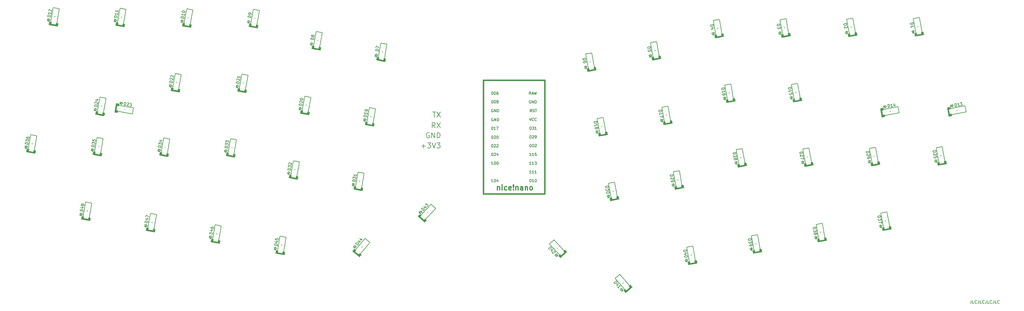
<source format=gto>
G04 #@! TF.GenerationSoftware,KiCad,Pcbnew,(5.1.5-0-10_14)*
G04 #@! TF.CreationDate,2021-08-13T19:42:28-04:00*
G04 #@! TF.ProjectId,Laptreus-v3,4c617074-7265-4757-932d-76332e6b6963,rev?*
G04 #@! TF.SameCoordinates,Original*
G04 #@! TF.FileFunction,Legend,Top*
G04 #@! TF.FilePolarity,Positive*
%FSLAX46Y46*%
G04 Gerber Fmt 4.6, Leading zero omitted, Abs format (unit mm)*
G04 Created by KiCad (PCBNEW (5.1.5-0-10_14)) date 2021-08-13 19:42:28*
%MOMM*%
%LPD*%
G04 APERTURE LIST*
%ADD10C,0.200000*%
%ADD11C,0.150000*%
%ADD12C,0.381000*%
%ADD13C,0.120000*%
%ADD14C,0.300000*%
%ADD15C,2.602000*%
%ADD16C,4.082180*%
%ADD17C,3.102000*%
%ADD18C,1.772000*%
%ADD19C,2.602000*%
%ADD20C,2.102000*%
%ADD21C,0.100000*%
%ADD22C,7.102000*%
%ADD23C,1.102000*%
%ADD24C,1.854600*%
%ADD25C,1.702000*%
%ADD26C,2.000000*%
%ADD27C,1.981200*%
%ADD28C,0.902000*%
G04 APERTURE END LIST*
D10*
X124734832Y-79686329D02*
X124234832Y-78972043D01*
X123877689Y-79686329D02*
X123877689Y-78186329D01*
X124449118Y-78186329D01*
X124591975Y-78257758D01*
X124663403Y-78329186D01*
X124734832Y-78472043D01*
X124734832Y-78686329D01*
X124663403Y-78829186D01*
X124591975Y-78900615D01*
X124449118Y-78972043D01*
X123877689Y-78972043D01*
X125234832Y-78186329D02*
X126234832Y-79686329D01*
X126234832Y-78186329D02*
X125234832Y-79686329D01*
X120806260Y-85022900D02*
X121949118Y-85022900D01*
X121377689Y-85594329D02*
X121377689Y-84451472D01*
X122520546Y-84094329D02*
X123449118Y-84094329D01*
X122949118Y-84665758D01*
X123163403Y-84665758D01*
X123306260Y-84737186D01*
X123377689Y-84808615D01*
X123449118Y-84951472D01*
X123449118Y-85308615D01*
X123377689Y-85451472D01*
X123306260Y-85522900D01*
X123163403Y-85594329D01*
X122734832Y-85594329D01*
X122591975Y-85522900D01*
X122520546Y-85451472D01*
X123877689Y-84094329D02*
X124377689Y-85594329D01*
X124877689Y-84094329D01*
X125234832Y-84094329D02*
X126163403Y-84094329D01*
X125663403Y-84665758D01*
X125877689Y-84665758D01*
X126020546Y-84737186D01*
X126091975Y-84808615D01*
X126163403Y-84951472D01*
X126163403Y-85308615D01*
X126091975Y-85451472D01*
X126020546Y-85522900D01*
X125877689Y-85594329D01*
X125449118Y-85594329D01*
X125306260Y-85522900D01*
X125234832Y-85451472D01*
X124020546Y-75094328D02*
X124877689Y-75094328D01*
X124449118Y-76594328D02*
X124449118Y-75094328D01*
X125234832Y-75094328D02*
X126234832Y-76594328D01*
X126234832Y-75094328D02*
X125234832Y-76594328D01*
X123020546Y-81165758D02*
X122877689Y-81094329D01*
X122663403Y-81094329D01*
X122449118Y-81165758D01*
X122306260Y-81308615D01*
X122234832Y-81451472D01*
X122163403Y-81737186D01*
X122163403Y-81951472D01*
X122234832Y-82237186D01*
X122306260Y-82380043D01*
X122449118Y-82522900D01*
X122663403Y-82594329D01*
X122806260Y-82594329D01*
X123020546Y-82522900D01*
X123091975Y-82451472D01*
X123091975Y-81951472D01*
X122806260Y-81951472D01*
X123734832Y-82594329D02*
X123734832Y-81094329D01*
X124591975Y-82594329D01*
X124591975Y-81094329D01*
X125306260Y-82594329D02*
X125306260Y-81094329D01*
X125663403Y-81094329D01*
X125877689Y-81165758D01*
X126020546Y-81308615D01*
X126091975Y-81451472D01*
X126163403Y-81737186D01*
X126163403Y-81951472D01*
X126091975Y-82237186D01*
X126020546Y-82380043D01*
X125877689Y-82522900D01*
X125663403Y-82594329D01*
X125306260Y-82594329D01*
D11*
X280051809Y-129844523D02*
X280051809Y-130451666D01*
X280011333Y-130573095D01*
X279930380Y-130654047D01*
X279808952Y-130694523D01*
X279728000Y-130694523D01*
X280861333Y-130694523D02*
X280456571Y-130694523D01*
X280456571Y-129844523D01*
X281630380Y-130613571D02*
X281589904Y-130654047D01*
X281468476Y-130694523D01*
X281387523Y-130694523D01*
X281266095Y-130654047D01*
X281185142Y-130573095D01*
X281144666Y-130492142D01*
X281104190Y-130330238D01*
X281104190Y-130208809D01*
X281144666Y-130046904D01*
X281185142Y-129965952D01*
X281266095Y-129885000D01*
X281387523Y-129844523D01*
X281468476Y-129844523D01*
X281589904Y-129885000D01*
X281630380Y-129925476D01*
X282237523Y-129844523D02*
X282237523Y-130451666D01*
X282197047Y-130573095D01*
X282116095Y-130654047D01*
X281994666Y-130694523D01*
X281913714Y-130694523D01*
X283047047Y-130694523D02*
X282642285Y-130694523D01*
X282642285Y-129844523D01*
X283816095Y-130613571D02*
X283775619Y-130654047D01*
X283654190Y-130694523D01*
X283573238Y-130694523D01*
X283451809Y-130654047D01*
X283370857Y-130573095D01*
X283330380Y-130492142D01*
X283289904Y-130330238D01*
X283289904Y-130208809D01*
X283330380Y-130046904D01*
X283370857Y-129965952D01*
X283451809Y-129885000D01*
X283573238Y-129844523D01*
X283654190Y-129844523D01*
X283775619Y-129885000D01*
X283816095Y-129925476D01*
X284423238Y-129844523D02*
X284423238Y-130451666D01*
X284382761Y-130573095D01*
X284301809Y-130654047D01*
X284180380Y-130694523D01*
X284099428Y-130694523D01*
X285232761Y-130694523D02*
X284828000Y-130694523D01*
X284828000Y-129844523D01*
X286001809Y-130613571D02*
X285961333Y-130654047D01*
X285839904Y-130694523D01*
X285758952Y-130694523D01*
X285637523Y-130654047D01*
X285556571Y-130573095D01*
X285516095Y-130492142D01*
X285475619Y-130330238D01*
X285475619Y-130208809D01*
X285516095Y-130046904D01*
X285556571Y-129965952D01*
X285637523Y-129885000D01*
X285758952Y-129844523D01*
X285839904Y-129844523D01*
X285961333Y-129885000D01*
X286001809Y-129925476D01*
X286608952Y-129844523D02*
X286608952Y-130451666D01*
X286568476Y-130573095D01*
X286487523Y-130654047D01*
X286366095Y-130694523D01*
X286285142Y-130694523D01*
X287418476Y-130694523D02*
X287013714Y-130694523D01*
X287013714Y-129844523D01*
X288187523Y-130613571D02*
X288147047Y-130654047D01*
X288025619Y-130694523D01*
X287944666Y-130694523D01*
X287823238Y-130654047D01*
X287742285Y-130573095D01*
X287701809Y-130492142D01*
X287661333Y-130330238D01*
X287661333Y-130208809D01*
X287701809Y-130046904D01*
X287742285Y-129965952D01*
X287823238Y-129885000D01*
X287944666Y-129844523D01*
X288025619Y-129844523D01*
X288147047Y-129885000D01*
X288187523Y-129925476D01*
D12*
X138686182Y-68421358D02*
X138686182Y-98901358D01*
X138686182Y-98901358D02*
X156466182Y-98901358D01*
X156466182Y-98901358D02*
X156466182Y-68421358D01*
X156466182Y-68421358D02*
X156466182Y-65881358D01*
X156466182Y-65881358D02*
X138686182Y-65881358D01*
X138686182Y-65881358D02*
X138686182Y-68421358D01*
D11*
X33502565Y-72516509D02*
X33305604Y-72481781D01*
X33572024Y-72122588D02*
X33433107Y-72910434D01*
X34064428Y-72209412D02*
X33994971Y-72603335D01*
X33502565Y-72516509D02*
X34064428Y-72209412D01*
X33925509Y-72997261D02*
X33502565Y-72516509D01*
X33994971Y-72603335D02*
X33925509Y-72997261D01*
X34290411Y-72655429D02*
X33994971Y-72603335D01*
X33168012Y-72812919D02*
X32404786Y-72678342D01*
X32736846Y-75275460D02*
X31973618Y-75140882D01*
X32407738Y-72678863D02*
X31973618Y-75140882D01*
X32034396Y-74796200D02*
X37056916Y-75681806D01*
X37056916Y-75681806D02*
X37369483Y-73909150D01*
X37369483Y-73909150D02*
X32346963Y-73023546D01*
X32346963Y-73023546D02*
X32034396Y-74796200D01*
X32792800Y-72746759D02*
X32358679Y-75208779D01*
X32233609Y-75186726D02*
X32667729Y-72724706D01*
X32542659Y-72702653D02*
X32108538Y-75164672D01*
X32483750Y-75230831D02*
X32917870Y-72768813D01*
X33042941Y-72790867D02*
X32608821Y-75252884D01*
X33168012Y-72812919D02*
X32733891Y-75274939D01*
D13*
X34892600Y-74361358D02*
G75*
G03X34892600Y-74361358I-141420J0D01*
G01*
D11*
X216386337Y-115181913D02*
X216421069Y-115378875D01*
X215992416Y-115251372D02*
X216780262Y-115112453D01*
X215905592Y-114758968D02*
X216299515Y-114689507D01*
X216386337Y-115181913D02*
X215905592Y-114758968D01*
X216693441Y-114620049D02*
X216386337Y-115181913D01*
X216299515Y-114689507D02*
X216693441Y-114620049D01*
X216247421Y-114394067D02*
X216299515Y-114689507D01*
X216779296Y-115394913D02*
X216913874Y-116158139D01*
X219240795Y-114957838D02*
X219375372Y-115721066D01*
X216913353Y-116155186D02*
X219375372Y-115721066D01*
X219030689Y-115781841D02*
X218145085Y-110759321D01*
X218145085Y-110759321D02*
X216372429Y-111071888D01*
X216372429Y-111071888D02*
X217258035Y-116094408D01*
X217258035Y-116094408D02*
X219030689Y-115781841D01*
X216845456Y-115770125D02*
X219307476Y-115336004D01*
X219329529Y-115461075D02*
X216867509Y-115895195D01*
X216889563Y-116020266D02*
X219351582Y-115586145D01*
X219285421Y-115210934D02*
X216823403Y-115645054D01*
X216801350Y-115519983D02*
X219263367Y-115085863D01*
X216779296Y-115394913D02*
X219241316Y-114960792D01*
D13*
X217834297Y-113377624D02*
G75*
G03X217834297Y-113377624I-141420J0D01*
G01*
D11*
X197625749Y-118489911D02*
X197660481Y-118686873D01*
X197231828Y-118559370D02*
X198019674Y-118420451D01*
X197145004Y-118066966D02*
X197538927Y-117997505D01*
X197625749Y-118489911D02*
X197145004Y-118066966D01*
X197932853Y-117928047D02*
X197625749Y-118489911D01*
X197538927Y-117997505D02*
X197932853Y-117928047D01*
X197486833Y-117702065D02*
X197538927Y-117997505D01*
X198018708Y-118702911D02*
X198153286Y-119466137D01*
X200480207Y-118265836D02*
X200614784Y-119029064D01*
X198152765Y-119463184D02*
X200614784Y-119029064D01*
X200270101Y-119089839D02*
X199384497Y-114067319D01*
X199384497Y-114067319D02*
X197611841Y-114379886D01*
X197611841Y-114379886D02*
X198497447Y-119402406D01*
X198497447Y-119402406D02*
X200270101Y-119089839D01*
X198084868Y-119078123D02*
X200546888Y-118644002D01*
X200568941Y-118769073D02*
X198106921Y-119203193D01*
X198128975Y-119328264D02*
X200590994Y-118894143D01*
X200524833Y-118518932D02*
X198062815Y-118953052D01*
X198040762Y-118827981D02*
X200502779Y-118393861D01*
X198018708Y-118702911D02*
X200480728Y-118268790D01*
D13*
X199073709Y-116685622D02*
G75*
G03X199073709Y-116685622I-141420J0D01*
G01*
D11*
X178971829Y-126977189D02*
X179100388Y-127130397D01*
X178665413Y-127234303D02*
X179278248Y-126720072D01*
X178344019Y-126851281D02*
X178650436Y-126594164D01*
X178971829Y-126977189D02*
X178344019Y-126851281D01*
X178956857Y-126337049D02*
X178971829Y-126977189D01*
X178650436Y-126594164D02*
X178956857Y-126337049D01*
X178457601Y-126364353D02*
X178650436Y-126594164D01*
X179418641Y-126965173D02*
X179916802Y-127558857D01*
X181331824Y-125355906D02*
X181829986Y-125949592D01*
X179914875Y-127556561D02*
X181829986Y-125949592D01*
X181561869Y-126174566D02*
X178283653Y-122267738D01*
X178283653Y-122267738D02*
X176904771Y-123424757D01*
X176904771Y-123424757D02*
X180182989Y-127331583D01*
X180182989Y-127331583D02*
X181561869Y-126174566D01*
X179663543Y-127257036D02*
X181578654Y-125650067D01*
X181660288Y-125747354D02*
X179745177Y-127354323D01*
X179826811Y-127451611D02*
X181741922Y-125844642D01*
X181497020Y-125552780D02*
X179581909Y-127159748D01*
X179500276Y-127062460D02*
X181415385Y-125455493D01*
X179418641Y-126965173D02*
X181333752Y-125358204D01*
D13*
X179342602Y-124761359D02*
G75*
G03X179342602Y-124761359I-141421J0D01*
G01*
D11*
X160068700Y-116910083D02*
X160203819Y-117057537D01*
X159773790Y-117180317D02*
X160363611Y-116639844D01*
X159435995Y-116811679D02*
X159730905Y-116541441D01*
X160068700Y-116910083D02*
X159435995Y-116811679D01*
X160025819Y-116271204D02*
X160068700Y-116910083D01*
X159730905Y-116541441D02*
X160025819Y-116271204D01*
X159528229Y-116320259D02*
X159730905Y-116541441D01*
X160514562Y-116878588D02*
X161038145Y-117449978D01*
X162355729Y-115187400D02*
X162879313Y-115758792D01*
X161036119Y-117447767D02*
X162879313Y-115758792D01*
X162621264Y-115995247D02*
X159175755Y-112235132D01*
X159175755Y-112235132D02*
X157848654Y-113451196D01*
X157848654Y-113451196D02*
X161294165Y-117211309D01*
X161294165Y-117211309D02*
X162621264Y-115995247D01*
X160771962Y-117159490D02*
X162615155Y-115470515D01*
X162700955Y-115564149D02*
X160857762Y-117253125D01*
X160943562Y-117346759D02*
X162786755Y-115657783D01*
X162529355Y-115376881D02*
X160686162Y-117065856D01*
X160600363Y-116972221D02*
X162443554Y-115283248D01*
X160514562Y-116878588D02*
X162357756Y-115189612D01*
D13*
X160342601Y-114686357D02*
G75*
G03X160342601Y-114686357I-141421J0D01*
G01*
D11*
X120299370Y-104423191D02*
X120164253Y-104570648D01*
X120004461Y-104152956D02*
X120594283Y-104693428D01*
X120342256Y-103784318D02*
X120637168Y-104054552D01*
X120299370Y-104423191D02*
X120342256Y-103784318D01*
X120932080Y-104324792D02*
X120299370Y-104423191D01*
X120637168Y-104054552D02*
X120932080Y-104324792D01*
X120839844Y-103833371D02*
X120637168Y-104054552D01*
X120369604Y-104864612D02*
X119846022Y-105436002D01*
X122214825Y-106551376D02*
X121691241Y-107122767D01*
X119848047Y-105433792D02*
X121691241Y-107122767D01*
X121433195Y-106886309D02*
X124878706Y-103126196D01*
X124878706Y-103126196D02*
X123551605Y-101910132D01*
X123551605Y-101910132D02*
X120106096Y-105670247D01*
X120106096Y-105670247D02*
X121433195Y-106886309D01*
X120112205Y-105145515D02*
X121955398Y-106834490D01*
X121869598Y-106928125D02*
X120026405Y-105239149D01*
X119940605Y-105332783D02*
X121783798Y-107021759D01*
X122041197Y-106740855D02*
X120198005Y-105051881D01*
X120283805Y-104958247D02*
X122126996Y-106647221D01*
X120369604Y-104864612D02*
X122212798Y-106553588D01*
D13*
X122667601Y-104361357D02*
G75*
G03X122667601Y-104361357I-141421J0D01*
G01*
D11*
X101304186Y-114495266D02*
X101175630Y-114648477D01*
X100997769Y-114238153D02*
X101610606Y-114752382D01*
X101319163Y-113855130D02*
X101625582Y-114112244D01*
X101304186Y-114495266D02*
X101319163Y-113855130D01*
X101932001Y-114369362D02*
X101304186Y-114495266D01*
X101625582Y-114112244D02*
X101932001Y-114369362D01*
X101818417Y-113882432D02*
X101625582Y-114112244D01*
X101393608Y-114933204D02*
X100895447Y-115526888D01*
X103310647Y-116537875D02*
X102812485Y-117131561D01*
X100897374Y-115524592D02*
X102812485Y-117131561D01*
X102544371Y-116906583D02*
X105822589Y-112999757D01*
X105822589Y-112999757D02*
X104443707Y-111842738D01*
X104443707Y-111842738D02*
X101165491Y-115749566D01*
X101165491Y-115749566D02*
X102544371Y-116906583D01*
X101148706Y-115225067D02*
X103063817Y-116832036D01*
X102982183Y-116929323D02*
X101067072Y-115322354D01*
X100985438Y-115419642D02*
X102900549Y-117026611D01*
X103145450Y-116734747D02*
X101230340Y-115127779D01*
X101311974Y-115030492D02*
X103227083Y-116637459D01*
X101393608Y-114933204D02*
X103308719Y-116540173D01*
D13*
X103667600Y-114336359D02*
G75*
G03X103667600Y-114336359I-141421J0D01*
G01*
D11*
X78406331Y-115059974D02*
X78371603Y-115256935D01*
X78012410Y-114990515D02*
X78800256Y-115129432D01*
X78099234Y-114498111D02*
X78493157Y-114567568D01*
X78406331Y-115059974D02*
X78099234Y-114498111D01*
X78887083Y-114637030D02*
X78406331Y-115059974D01*
X78493157Y-114567568D02*
X78887083Y-114637030D01*
X78545251Y-114272128D02*
X78493157Y-114567568D01*
X78702741Y-115394527D02*
X78568164Y-116157753D01*
X81165282Y-115825693D02*
X81030704Y-116588921D01*
X78568685Y-116154801D02*
X81030704Y-116588921D01*
X80686022Y-116528143D02*
X81571628Y-111505623D01*
X81571628Y-111505623D02*
X79798972Y-111193056D01*
X79798972Y-111193056D02*
X78913368Y-116215576D01*
X78913368Y-116215576D02*
X80686022Y-116528143D01*
X78636581Y-115769739D02*
X81098601Y-116203860D01*
X81076548Y-116328930D02*
X78614528Y-115894810D01*
X78592475Y-116019880D02*
X81054494Y-116454001D01*
X81120653Y-116078789D02*
X78658635Y-115644669D01*
X78680689Y-115519598D02*
X81142706Y-115953718D01*
X78702741Y-115394527D02*
X81164761Y-115828648D01*
D13*
X80392600Y-113811359D02*
G75*
G03X80392600Y-113811359I-141420J0D01*
G01*
D11*
X59634994Y-111733667D02*
X59600266Y-111930628D01*
X59241073Y-111664208D02*
X60028919Y-111803125D01*
X59327897Y-111171804D02*
X59721820Y-111241261D01*
X59634994Y-111733667D02*
X59327897Y-111171804D01*
X60115746Y-111310723D02*
X59634994Y-111733667D01*
X59721820Y-111241261D02*
X60115746Y-111310723D01*
X59773914Y-110945821D02*
X59721820Y-111241261D01*
X59931404Y-112068220D02*
X59796827Y-112831446D01*
X62393945Y-112499386D02*
X62259367Y-113262614D01*
X59797348Y-112828494D02*
X62259367Y-113262614D01*
X61914685Y-113201836D02*
X62800291Y-108179316D01*
X62800291Y-108179316D02*
X61027635Y-107866749D01*
X61027635Y-107866749D02*
X60142031Y-112889269D01*
X60142031Y-112889269D02*
X61914685Y-113201836D01*
X59865244Y-112443432D02*
X62327264Y-112877553D01*
X62305211Y-113002623D02*
X59843191Y-112568503D01*
X59821138Y-112693573D02*
X62283157Y-113127694D01*
X62349316Y-112752482D02*
X59887298Y-112318362D01*
X59909352Y-112193291D02*
X62371369Y-112627411D01*
X59931404Y-112068220D02*
X62393424Y-112502341D01*
D13*
X61621263Y-110485052D02*
G75*
G03X61621263Y-110485052I-141420J0D01*
G01*
D11*
X40874405Y-108425669D02*
X40839677Y-108622630D01*
X40480484Y-108356210D02*
X41268330Y-108495127D01*
X40567308Y-107863806D02*
X40961231Y-107933263D01*
X40874405Y-108425669D02*
X40567308Y-107863806D01*
X41355157Y-108002725D02*
X40874405Y-108425669D01*
X40961231Y-107933263D02*
X41355157Y-108002725D01*
X41013325Y-107637823D02*
X40961231Y-107933263D01*
X41170815Y-108760222D02*
X41036238Y-109523448D01*
X43633356Y-109191388D02*
X43498778Y-109954616D01*
X41036759Y-109520496D02*
X43498778Y-109954616D01*
X43154096Y-109893838D02*
X44039702Y-104871318D01*
X44039702Y-104871318D02*
X42267046Y-104558751D01*
X42267046Y-104558751D02*
X41381442Y-109581271D01*
X41381442Y-109581271D02*
X43154096Y-109893838D01*
X41104655Y-109135434D02*
X43566675Y-109569555D01*
X43544622Y-109694625D02*
X41082602Y-109260505D01*
X41060549Y-109385575D02*
X43522568Y-109819696D01*
X43588727Y-109444484D02*
X41126709Y-109010364D01*
X41148763Y-108885293D02*
X43610780Y-109319413D01*
X41170815Y-108760222D02*
X43632835Y-109194343D01*
D13*
X42860674Y-107177054D02*
G75*
G03X42860674Y-107177054I-141420J0D01*
G01*
D11*
X22113820Y-105117669D02*
X22079092Y-105314630D01*
X21719899Y-105048210D02*
X22507745Y-105187127D01*
X21806723Y-104555806D02*
X22200646Y-104625263D01*
X22113820Y-105117669D02*
X21806723Y-104555806D01*
X22594572Y-104694725D02*
X22113820Y-105117669D01*
X22200646Y-104625263D02*
X22594572Y-104694725D01*
X22252740Y-104329823D02*
X22200646Y-104625263D01*
X22410230Y-105452222D02*
X22275653Y-106215448D01*
X24872771Y-105883388D02*
X24738193Y-106646616D01*
X22276174Y-106212496D02*
X24738193Y-106646616D01*
X24393511Y-106585838D02*
X25279117Y-101563318D01*
X25279117Y-101563318D02*
X23506461Y-101250751D01*
X23506461Y-101250751D02*
X22620857Y-106273271D01*
X22620857Y-106273271D02*
X24393511Y-106585838D01*
X22344070Y-105827434D02*
X24806090Y-106261555D01*
X24784037Y-106386625D02*
X22322017Y-105952505D01*
X22299964Y-106077575D02*
X24761983Y-106511696D01*
X24828142Y-106136484D02*
X22366124Y-105702364D01*
X22388178Y-105577293D02*
X24850195Y-106011413D01*
X22410230Y-105452222D02*
X24872250Y-105886343D01*
D13*
X24100089Y-103869054D02*
G75*
G03X24100089Y-103869054I-141420J0D01*
G01*
D11*
X26231333Y-74684973D02*
X26196605Y-74881934D01*
X25837412Y-74615514D02*
X26625258Y-74754431D01*
X25924236Y-74123110D02*
X26318159Y-74192567D01*
X26231333Y-74684973D02*
X25924236Y-74123110D01*
X26712085Y-74262029D02*
X26231333Y-74684973D01*
X26318159Y-74192567D02*
X26712085Y-74262029D01*
X26370253Y-73897127D02*
X26318159Y-74192567D01*
X26527743Y-75019526D02*
X26393166Y-75782752D01*
X28990284Y-75450692D02*
X28855706Y-76213920D01*
X26393687Y-75779800D02*
X28855706Y-76213920D01*
X28511024Y-76153142D02*
X29396630Y-71130622D01*
X29396630Y-71130622D02*
X27623974Y-70818055D01*
X27623974Y-70818055D02*
X26738370Y-75840575D01*
X26738370Y-75840575D02*
X28511024Y-76153142D01*
X26461583Y-75394738D02*
X28923603Y-75828859D01*
X28901550Y-75953929D02*
X26439530Y-75519809D01*
X26417477Y-75644879D02*
X28879496Y-76079000D01*
X28945655Y-75703788D02*
X26483637Y-75269668D01*
X26505691Y-75144597D02*
X28967708Y-75578717D01*
X26527743Y-75019526D02*
X28989763Y-75453647D01*
D13*
X28217602Y-73436358D02*
G75*
G03X28217602Y-73436358I-141420J0D01*
G01*
D11*
X269919638Y-89615648D02*
X269954370Y-89812610D01*
X269525717Y-89685107D02*
X270313563Y-89546188D01*
X269438893Y-89192703D02*
X269832816Y-89123242D01*
X269919638Y-89615648D02*
X269438893Y-89192703D01*
X270226742Y-89053784D02*
X269919638Y-89615648D01*
X269832816Y-89123242D02*
X270226742Y-89053784D01*
X269780722Y-88827802D02*
X269832816Y-89123242D01*
X270312597Y-89828648D02*
X270447175Y-90591874D01*
X272774096Y-89391573D02*
X272908673Y-90154801D01*
X270446654Y-90588921D02*
X272908673Y-90154801D01*
X272563990Y-90215576D02*
X271678386Y-85193056D01*
X271678386Y-85193056D02*
X269905730Y-85505623D01*
X269905730Y-85505623D02*
X270791336Y-90528143D01*
X270791336Y-90528143D02*
X272563990Y-90215576D01*
X270378757Y-90203860D02*
X272840777Y-89769739D01*
X272862830Y-89894810D02*
X270400810Y-90328930D01*
X270422864Y-90454001D02*
X272884883Y-90019880D01*
X272818722Y-89644669D02*
X270356704Y-90078789D01*
X270334651Y-89953718D02*
X272796668Y-89519598D01*
X270312597Y-89828648D02*
X272774617Y-89394527D01*
D13*
X271367598Y-87811359D02*
G75*
G03X271367598Y-87811359I-141420J0D01*
G01*
D11*
X250599515Y-89805331D02*
X250634247Y-90002293D01*
X250205594Y-89874790D02*
X250993440Y-89735871D01*
X250118770Y-89382386D02*
X250512693Y-89312925D01*
X250599515Y-89805331D02*
X250118770Y-89382386D01*
X250906619Y-89243467D02*
X250599515Y-89805331D01*
X250512693Y-89312925D02*
X250906619Y-89243467D01*
X250460599Y-89017485D02*
X250512693Y-89312925D01*
X250992474Y-90018331D02*
X251127052Y-90781557D01*
X253453973Y-89581256D02*
X253588550Y-90344484D01*
X251126531Y-90778604D02*
X253588550Y-90344484D01*
X253243867Y-90405259D02*
X252358263Y-85382739D01*
X252358263Y-85382739D02*
X250585607Y-85695306D01*
X250585607Y-85695306D02*
X251471213Y-90717826D01*
X251471213Y-90717826D02*
X253243867Y-90405259D01*
X251058634Y-90393543D02*
X253520654Y-89959422D01*
X253542707Y-90084493D02*
X251080687Y-90518613D01*
X251102741Y-90643684D02*
X253564760Y-90209563D01*
X253498599Y-89834352D02*
X251036581Y-90268472D01*
X251014528Y-90143401D02*
X253476545Y-89709281D01*
X250992474Y-90018331D02*
X253454494Y-89584210D01*
D13*
X252047475Y-88001042D02*
G75*
G03X252047475Y-88001042I-141420J0D01*
G01*
D11*
X231287596Y-89986566D02*
X231322328Y-90183528D01*
X230893675Y-90056025D02*
X231681521Y-89917106D01*
X230806851Y-89563621D02*
X231200774Y-89494160D01*
X231287596Y-89986566D02*
X230806851Y-89563621D01*
X231594700Y-89424702D02*
X231287596Y-89986566D01*
X231200774Y-89494160D02*
X231594700Y-89424702D01*
X231148680Y-89198720D02*
X231200774Y-89494160D01*
X231680555Y-90199566D02*
X231815133Y-90962792D01*
X234142054Y-89762491D02*
X234276631Y-90525719D01*
X231814612Y-90959839D02*
X234276631Y-90525719D01*
X233931948Y-90586494D02*
X233046344Y-85563974D01*
X233046344Y-85563974D02*
X231273688Y-85876541D01*
X231273688Y-85876541D02*
X232159294Y-90899061D01*
X232159294Y-90899061D02*
X233931948Y-90586494D01*
X231746715Y-90574778D02*
X234208735Y-90140657D01*
X234230788Y-90265728D02*
X231768768Y-90699848D01*
X231790822Y-90824919D02*
X234252841Y-90390798D01*
X234186680Y-90015587D02*
X231724662Y-90449707D01*
X231702609Y-90324636D02*
X234164626Y-89890516D01*
X231680555Y-90199566D02*
X234142575Y-89765445D01*
D13*
X232735556Y-88182277D02*
G75*
G03X232735556Y-88182277I-141420J0D01*
G01*
D11*
X211975671Y-90167798D02*
X212010403Y-90364760D01*
X211581750Y-90237257D02*
X212369596Y-90098338D01*
X211494926Y-89744853D02*
X211888849Y-89675392D01*
X211975671Y-90167798D02*
X211494926Y-89744853D01*
X212282775Y-89605934D02*
X211975671Y-90167798D01*
X211888849Y-89675392D02*
X212282775Y-89605934D01*
X211836755Y-89379952D02*
X211888849Y-89675392D01*
X212368630Y-90380798D02*
X212503208Y-91144024D01*
X214830129Y-89943723D02*
X214964706Y-90706951D01*
X212502687Y-91141071D02*
X214964706Y-90706951D01*
X214620023Y-90767726D02*
X213734419Y-85745206D01*
X213734419Y-85745206D02*
X211961763Y-86057773D01*
X211961763Y-86057773D02*
X212847369Y-91080293D01*
X212847369Y-91080293D02*
X214620023Y-90767726D01*
X212434790Y-90756010D02*
X214896810Y-90321889D01*
X214918863Y-90446960D02*
X212456843Y-90881080D01*
X212478897Y-91006151D02*
X214940916Y-90572030D01*
X214874755Y-90196819D02*
X212412737Y-90630939D01*
X212390684Y-90505868D02*
X214852701Y-90071748D01*
X212368630Y-90380798D02*
X214830650Y-89946677D01*
D13*
X213423631Y-88363509D02*
G75*
G03X213423631Y-88363509I-141420J0D01*
G01*
D11*
X193766420Y-96602560D02*
X193801152Y-96799522D01*
X193372499Y-96672019D02*
X194160345Y-96533100D01*
X193285675Y-96179615D02*
X193679598Y-96110154D01*
X193766420Y-96602560D02*
X193285675Y-96179615D01*
X194073524Y-96040696D02*
X193766420Y-96602560D01*
X193679598Y-96110154D02*
X194073524Y-96040696D01*
X193627504Y-95814714D02*
X193679598Y-96110154D01*
X194159379Y-96815560D02*
X194293957Y-97578786D01*
X196620878Y-96378485D02*
X196755455Y-97141713D01*
X194293436Y-97575833D02*
X196755455Y-97141713D01*
X196410772Y-97202488D02*
X195525168Y-92179968D01*
X195525168Y-92179968D02*
X193752512Y-92492535D01*
X193752512Y-92492535D02*
X194638118Y-97515055D01*
X194638118Y-97515055D02*
X196410772Y-97202488D01*
X194225539Y-97190772D02*
X196687559Y-96756651D01*
X196709612Y-96881722D02*
X194247592Y-97315842D01*
X194269646Y-97440913D02*
X196731665Y-97006792D01*
X196665504Y-96631581D02*
X194203486Y-97065701D01*
X194181433Y-96940630D02*
X196643450Y-96506510D01*
X194159379Y-96815560D02*
X196621399Y-96381439D01*
D13*
X195214380Y-94798271D02*
G75*
G03X195214380Y-94798271I-141420J0D01*
G01*
D11*
X175005832Y-99910559D02*
X175040564Y-100107521D01*
X174611911Y-99980018D02*
X175399757Y-99841099D01*
X174525087Y-99487614D02*
X174919010Y-99418153D01*
X175005832Y-99910559D02*
X174525087Y-99487614D01*
X175312936Y-99348695D02*
X175005832Y-99910559D01*
X174919010Y-99418153D02*
X175312936Y-99348695D01*
X174866916Y-99122713D02*
X174919010Y-99418153D01*
X175398791Y-100123559D02*
X175533369Y-100886785D01*
X177860290Y-99686484D02*
X177994867Y-100449712D01*
X175532848Y-100883832D02*
X177994867Y-100449712D01*
X177650184Y-100510487D02*
X176764580Y-95487967D01*
X176764580Y-95487967D02*
X174991924Y-95800534D01*
X174991924Y-95800534D02*
X175877530Y-100823054D01*
X175877530Y-100823054D02*
X177650184Y-100510487D01*
X175464951Y-100498771D02*
X177926971Y-100064650D01*
X177949024Y-100189721D02*
X175487004Y-100623841D01*
X175509058Y-100748912D02*
X177971077Y-100314791D01*
X177904916Y-99939580D02*
X175442898Y-100373700D01*
X175420845Y-100248629D02*
X177882862Y-99814509D01*
X175398791Y-100123559D02*
X177860811Y-99689438D01*
D13*
X176453792Y-98106270D02*
G75*
G03X176453792Y-98106270I-141420J0D01*
G01*
D11*
X101015501Y-96462308D02*
X100980773Y-96659269D01*
X100621580Y-96392849D02*
X101409426Y-96531766D01*
X100708404Y-95900445D02*
X101102327Y-95969902D01*
X101015501Y-96462308D02*
X100708404Y-95900445D01*
X101496253Y-96039364D02*
X101015501Y-96462308D01*
X101102327Y-95969902D02*
X101496253Y-96039364D01*
X101154421Y-95674462D02*
X101102327Y-95969902D01*
X101311911Y-96796861D02*
X101177334Y-97560087D01*
X103774452Y-97228027D02*
X103639874Y-97991255D01*
X101177855Y-97557135D02*
X103639874Y-97991255D01*
X103295192Y-97930477D02*
X104180798Y-92907957D01*
X104180798Y-92907957D02*
X102408142Y-92595390D01*
X102408142Y-92595390D02*
X101522538Y-97617910D01*
X101522538Y-97617910D02*
X103295192Y-97930477D01*
X101245751Y-97172073D02*
X103707771Y-97606194D01*
X103685718Y-97731264D02*
X101223698Y-97297144D01*
X101201645Y-97422214D02*
X103663664Y-97856335D01*
X103729823Y-97481123D02*
X101267805Y-97047003D01*
X101289859Y-96921932D02*
X103751876Y-97356052D01*
X101311911Y-96796861D02*
X103773931Y-97230982D01*
D13*
X103001770Y-95213693D02*
G75*
G03X103001770Y-95213693I-141420J0D01*
G01*
D11*
X82254914Y-93154310D02*
X82220186Y-93351271D01*
X81860993Y-93084851D02*
X82648839Y-93223768D01*
X81947817Y-92592447D02*
X82341740Y-92661904D01*
X82254914Y-93154310D02*
X81947817Y-92592447D01*
X82735666Y-92731366D02*
X82254914Y-93154310D01*
X82341740Y-92661904D02*
X82735666Y-92731366D01*
X82393834Y-92366464D02*
X82341740Y-92661904D01*
X82551324Y-93488863D02*
X82416747Y-94252089D01*
X85013865Y-93920029D02*
X84879287Y-94683257D01*
X82417268Y-94249137D02*
X84879287Y-94683257D01*
X84534605Y-94622479D02*
X85420211Y-89599959D01*
X85420211Y-89599959D02*
X83647555Y-89287392D01*
X83647555Y-89287392D02*
X82761951Y-94309912D01*
X82761951Y-94309912D02*
X84534605Y-94622479D01*
X82485164Y-93864075D02*
X84947184Y-94298196D01*
X84925131Y-94423266D02*
X82463111Y-93989146D01*
X82441058Y-94114216D02*
X84903077Y-94548337D01*
X84969236Y-94173125D02*
X82507218Y-93739005D01*
X82529272Y-93613934D02*
X84991289Y-94048054D01*
X82551324Y-93488863D02*
X85013344Y-93922984D01*
D13*
X84241183Y-91905695D02*
G75*
G03X84241183Y-91905695I-141420J0D01*
G01*
D11*
X64045655Y-86719547D02*
X64010927Y-86916508D01*
X63651734Y-86650088D02*
X64439580Y-86789005D01*
X63738558Y-86157684D02*
X64132481Y-86227141D01*
X64045655Y-86719547D02*
X63738558Y-86157684D01*
X64526407Y-86296603D02*
X64045655Y-86719547D01*
X64132481Y-86227141D02*
X64526407Y-86296603D01*
X64184575Y-85931701D02*
X64132481Y-86227141D01*
X64342065Y-87054100D02*
X64207488Y-87817326D01*
X66804606Y-87485266D02*
X66670028Y-88248494D01*
X64208009Y-87814374D02*
X66670028Y-88248494D01*
X66325346Y-88187716D02*
X67210952Y-83165196D01*
X67210952Y-83165196D02*
X65438296Y-82852629D01*
X65438296Y-82852629D02*
X64552692Y-87875149D01*
X64552692Y-87875149D02*
X66325346Y-88187716D01*
X64275905Y-87429312D02*
X66737925Y-87863433D01*
X66715872Y-87988503D02*
X64253852Y-87554383D01*
X64231799Y-87679453D02*
X66693818Y-88113574D01*
X66759977Y-87738362D02*
X64297959Y-87304242D01*
X64320013Y-87179171D02*
X66782030Y-87613291D01*
X64342065Y-87054100D02*
X66804085Y-87488221D01*
D13*
X66031924Y-85470932D02*
G75*
G03X66031924Y-85470932I-141420J0D01*
G01*
D11*
X44733734Y-86538316D02*
X44699006Y-86735277D01*
X44339813Y-86468857D02*
X45127659Y-86607774D01*
X44426637Y-85976453D02*
X44820560Y-86045910D01*
X44733734Y-86538316D02*
X44426637Y-85976453D01*
X45214486Y-86115372D02*
X44733734Y-86538316D01*
X44820560Y-86045910D02*
X45214486Y-86115372D01*
X44872654Y-85750470D02*
X44820560Y-86045910D01*
X45030144Y-86872869D02*
X44895567Y-87636095D01*
X47492685Y-87304035D02*
X47358107Y-88067263D01*
X44896088Y-87633143D02*
X47358107Y-88067263D01*
X47013425Y-88006485D02*
X47899031Y-82983965D01*
X47899031Y-82983965D02*
X46126375Y-82671398D01*
X46126375Y-82671398D02*
X45240771Y-87693918D01*
X45240771Y-87693918D02*
X47013425Y-88006485D01*
X44963984Y-87248081D02*
X47426004Y-87682202D01*
X47403951Y-87807272D02*
X44941931Y-87373152D01*
X44919878Y-87498222D02*
X47381897Y-87932343D01*
X47448056Y-87557131D02*
X44986038Y-87123011D01*
X45008092Y-86997940D02*
X47470109Y-87432060D01*
X45030144Y-86872869D02*
X47492164Y-87306990D01*
D13*
X46720003Y-85289701D02*
G75*
G03X46720003Y-85289701I-141420J0D01*
G01*
D11*
X25431333Y-86384974D02*
X25396605Y-86581935D01*
X25037412Y-86315515D02*
X25825258Y-86454432D01*
X25124236Y-85823111D02*
X25518159Y-85892568D01*
X25431333Y-86384974D02*
X25124236Y-85823111D01*
X25912085Y-85962030D02*
X25431333Y-86384974D01*
X25518159Y-85892568D02*
X25912085Y-85962030D01*
X25570253Y-85597128D02*
X25518159Y-85892568D01*
X25727743Y-86719527D02*
X25593166Y-87482753D01*
X28190284Y-87150693D02*
X28055706Y-87913921D01*
X25593687Y-87479801D02*
X28055706Y-87913921D01*
X27711024Y-87853143D02*
X28596630Y-82830623D01*
X28596630Y-82830623D02*
X26823974Y-82518056D01*
X26823974Y-82518056D02*
X25938370Y-87540576D01*
X25938370Y-87540576D02*
X27711024Y-87853143D01*
X25661583Y-87094739D02*
X28123603Y-87528860D01*
X28101550Y-87653930D02*
X25639530Y-87219810D01*
X25617477Y-87344880D02*
X28079496Y-87779001D01*
X28145655Y-87403789D02*
X25683637Y-86969669D01*
X25705691Y-86844598D02*
X28167708Y-87278718D01*
X25727743Y-86719527D02*
X28189763Y-87153648D01*
D13*
X27417602Y-85136359D02*
G75*
G03X27417602Y-85136359I-141420J0D01*
G01*
D11*
X6206331Y-85584615D02*
X6171603Y-85781576D01*
X5812410Y-85515156D02*
X6600256Y-85654073D01*
X5899234Y-85022752D02*
X6293157Y-85092209D01*
X6206331Y-85584615D02*
X5899234Y-85022752D01*
X6687083Y-85161671D02*
X6206331Y-85584615D01*
X6293157Y-85092209D02*
X6687083Y-85161671D01*
X6345251Y-84796769D02*
X6293157Y-85092209D01*
X6502741Y-85919168D02*
X6368164Y-86682394D01*
X8965282Y-86350334D02*
X8830704Y-87113562D01*
X6368685Y-86679442D02*
X8830704Y-87113562D01*
X8486022Y-87052784D02*
X9371628Y-82030264D01*
X9371628Y-82030264D02*
X7598972Y-81717697D01*
X7598972Y-81717697D02*
X6713368Y-86740217D01*
X6713368Y-86740217D02*
X8486022Y-87052784D01*
X6436581Y-86294380D02*
X8898601Y-86728501D01*
X8876548Y-86853571D02*
X6414528Y-86419451D01*
X6392475Y-86544521D02*
X8854494Y-86978642D01*
X8920653Y-86603430D02*
X6458635Y-86169310D01*
X6480689Y-86044239D02*
X8942706Y-86478359D01*
X6502741Y-85919168D02*
X8964761Y-86353289D01*
D13*
X8192600Y-84336000D02*
G75*
G03X8192600Y-84336000I-141420J0D01*
G01*
D11*
X253907512Y-108565919D02*
X253942244Y-108762881D01*
X253513591Y-108635378D02*
X254301437Y-108496459D01*
X253426767Y-108142974D02*
X253820690Y-108073513D01*
X253907512Y-108565919D02*
X253426767Y-108142974D01*
X254214616Y-108004055D02*
X253907512Y-108565919D01*
X253820690Y-108073513D02*
X254214616Y-108004055D01*
X253768596Y-107778073D02*
X253820690Y-108073513D01*
X254300471Y-108778919D02*
X254435049Y-109542145D01*
X256761970Y-108341844D02*
X256896547Y-109105072D01*
X254434528Y-109539192D02*
X256896547Y-109105072D01*
X256551864Y-109165847D02*
X255666260Y-104143327D01*
X255666260Y-104143327D02*
X253893604Y-104455894D01*
X253893604Y-104455894D02*
X254779210Y-109478414D01*
X254779210Y-109478414D02*
X256551864Y-109165847D01*
X254366631Y-109154131D02*
X256828651Y-108720010D01*
X256850704Y-108845081D02*
X254388684Y-109279201D01*
X254410738Y-109404272D02*
X256872757Y-108970151D01*
X256806596Y-108594940D02*
X254344578Y-109029060D01*
X254322525Y-108903989D02*
X256784542Y-108469869D01*
X254300471Y-108778919D02*
X256762491Y-108344798D01*
D13*
X255355472Y-106761630D02*
G75*
G03X255355472Y-106761630I-141420J0D01*
G01*
D11*
X235146925Y-111873917D02*
X235181657Y-112070879D01*
X234753004Y-111943376D02*
X235540850Y-111804457D01*
X234666180Y-111450972D02*
X235060103Y-111381511D01*
X235146925Y-111873917D02*
X234666180Y-111450972D01*
X235454029Y-111312053D02*
X235146925Y-111873917D01*
X235060103Y-111381511D02*
X235454029Y-111312053D01*
X235008009Y-111086071D02*
X235060103Y-111381511D01*
X235539884Y-112086917D02*
X235674462Y-112850143D01*
X238001383Y-111649842D02*
X238135960Y-112413070D01*
X235673941Y-112847190D02*
X238135960Y-112413070D01*
X237791277Y-112473845D02*
X236905673Y-107451325D01*
X236905673Y-107451325D02*
X235133017Y-107763892D01*
X235133017Y-107763892D02*
X236018623Y-112786412D01*
X236018623Y-112786412D02*
X237791277Y-112473845D01*
X235606044Y-112462129D02*
X238068064Y-112028008D01*
X238090117Y-112153079D02*
X235628097Y-112587199D01*
X235650151Y-112712270D02*
X238112170Y-112278149D01*
X238046009Y-111902938D02*
X235583991Y-112337058D01*
X235561938Y-112211987D02*
X238023955Y-111777867D01*
X235539884Y-112086917D02*
X238001904Y-111652796D01*
D13*
X236594885Y-110069628D02*
G75*
G03X236594885Y-110069628I-141420J0D01*
G01*
D11*
X263295441Y-52102922D02*
X263330173Y-52299884D01*
X262901520Y-52172381D02*
X263689366Y-52033462D01*
X262814696Y-51679977D02*
X263208619Y-51610516D01*
X263295441Y-52102922D02*
X262814696Y-51679977D01*
X263602545Y-51541058D02*
X263295441Y-52102922D01*
X263208619Y-51610516D02*
X263602545Y-51541058D01*
X263156525Y-51315076D02*
X263208619Y-51610516D01*
X263688400Y-52315922D02*
X263822978Y-53079148D01*
X266149899Y-51878847D02*
X266284476Y-52642075D01*
X263822457Y-53076195D02*
X266284476Y-52642075D01*
X265939793Y-52702850D02*
X265054189Y-47680330D01*
X265054189Y-47680330D02*
X263281533Y-47992897D01*
X263281533Y-47992897D02*
X264167139Y-53015417D01*
X264167139Y-53015417D02*
X265939793Y-52702850D01*
X263754560Y-52691134D02*
X266216580Y-52257013D01*
X266238633Y-52382084D02*
X263776613Y-52816204D01*
X263798667Y-52941275D02*
X266260686Y-52507154D01*
X266194525Y-52131943D02*
X263732507Y-52566063D01*
X263710454Y-52440992D02*
X266172471Y-52006872D01*
X263688400Y-52315922D02*
X266150420Y-51881801D01*
D13*
X264743401Y-50298633D02*
G75*
G03X264743401Y-50298633I-141420J0D01*
G01*
D11*
X243983519Y-52284155D02*
X244018251Y-52481117D01*
X243589598Y-52353614D02*
X244377444Y-52214695D01*
X243502774Y-51861210D02*
X243896697Y-51791749D01*
X243983519Y-52284155D02*
X243502774Y-51861210D01*
X244290623Y-51722291D02*
X243983519Y-52284155D01*
X243896697Y-51791749D02*
X244290623Y-51722291D01*
X243844603Y-51496309D02*
X243896697Y-51791749D01*
X244376478Y-52497155D02*
X244511056Y-53260381D01*
X246837977Y-52060080D02*
X246972554Y-52823308D01*
X244510535Y-53257428D02*
X246972554Y-52823308D01*
X246627871Y-52884083D02*
X245742267Y-47861563D01*
X245742267Y-47861563D02*
X243969611Y-48174130D01*
X243969611Y-48174130D02*
X244855217Y-53196650D01*
X244855217Y-53196650D02*
X246627871Y-52884083D01*
X244442638Y-52872367D02*
X246904658Y-52438246D01*
X246926711Y-52563317D02*
X244464691Y-52997437D01*
X244486745Y-53122508D02*
X246948764Y-52688387D01*
X246882603Y-52313176D02*
X244420585Y-52747296D01*
X244398532Y-52622225D02*
X246860549Y-52188105D01*
X244376478Y-52497155D02*
X246838498Y-52063034D01*
D13*
X245431479Y-50479866D02*
G75*
G03X245431479Y-50479866I-141420J0D01*
G01*
D11*
X224671597Y-52465388D02*
X224706329Y-52662350D01*
X224277676Y-52534847D02*
X225065522Y-52395928D01*
X224190852Y-52042443D02*
X224584775Y-51972982D01*
X224671597Y-52465388D02*
X224190852Y-52042443D01*
X224978701Y-51903524D02*
X224671597Y-52465388D01*
X224584775Y-51972982D02*
X224978701Y-51903524D01*
X224532681Y-51677542D02*
X224584775Y-51972982D01*
X225064556Y-52678388D02*
X225199134Y-53441614D01*
X227526055Y-52241313D02*
X227660632Y-53004541D01*
X225198613Y-53438661D02*
X227660632Y-53004541D01*
X227315949Y-53065316D02*
X226430345Y-48042796D01*
X226430345Y-48042796D02*
X224657689Y-48355363D01*
X224657689Y-48355363D02*
X225543295Y-53377883D01*
X225543295Y-53377883D02*
X227315949Y-53065316D01*
X225130716Y-53053600D02*
X227592736Y-52619479D01*
X227614789Y-52744550D02*
X225152769Y-53178670D01*
X225174823Y-53303741D02*
X227636842Y-52869620D01*
X227570681Y-52494409D02*
X225108663Y-52928529D01*
X225086610Y-52803458D02*
X227548627Y-52369338D01*
X225064556Y-52678388D02*
X227526576Y-52244267D01*
D13*
X226119557Y-50661099D02*
G75*
G03X226119557Y-50661099I-141420J0D01*
G01*
D11*
X205359677Y-52646622D02*
X205394409Y-52843584D01*
X204965756Y-52716081D02*
X205753602Y-52577162D01*
X204878932Y-52223677D02*
X205272855Y-52154216D01*
X205359677Y-52646622D02*
X204878932Y-52223677D01*
X205666781Y-52084758D02*
X205359677Y-52646622D01*
X205272855Y-52154216D02*
X205666781Y-52084758D01*
X205220761Y-51858776D02*
X205272855Y-52154216D01*
X205752636Y-52859622D02*
X205887214Y-53622848D01*
X208214135Y-52422547D02*
X208348712Y-53185775D01*
X205886693Y-53619895D02*
X208348712Y-53185775D01*
X208004029Y-53246550D02*
X207118425Y-48224030D01*
X207118425Y-48224030D02*
X205345769Y-48536597D01*
X205345769Y-48536597D02*
X206231375Y-53559117D01*
X206231375Y-53559117D02*
X208004029Y-53246550D01*
X205818796Y-53234834D02*
X208280816Y-52800713D01*
X208302869Y-52925784D02*
X205840849Y-53359904D01*
X205862903Y-53484975D02*
X208324922Y-53050854D01*
X208258761Y-52675643D02*
X205796743Y-53109763D01*
X205774690Y-52984692D02*
X208236707Y-52550572D01*
X205752636Y-52859622D02*
X208214656Y-52425501D01*
D13*
X206807637Y-50842333D02*
G75*
G03X206807637Y-50842333I-141420J0D01*
G01*
D11*
X187150425Y-59081384D02*
X187185157Y-59278346D01*
X186756504Y-59150843D02*
X187544350Y-59011924D01*
X186669680Y-58658439D02*
X187063603Y-58588978D01*
X187150425Y-59081384D02*
X186669680Y-58658439D01*
X187457529Y-58519520D02*
X187150425Y-59081384D01*
X187063603Y-58588978D02*
X187457529Y-58519520D01*
X187011509Y-58293538D02*
X187063603Y-58588978D01*
X187543384Y-59294384D02*
X187677962Y-60057610D01*
X190004883Y-58857309D02*
X190139460Y-59620537D01*
X187677441Y-60054657D02*
X190139460Y-59620537D01*
X189794777Y-59681312D02*
X188909173Y-54658792D01*
X188909173Y-54658792D02*
X187136517Y-54971359D01*
X187136517Y-54971359D02*
X188022123Y-59993879D01*
X188022123Y-59993879D02*
X189794777Y-59681312D01*
X187609544Y-59669596D02*
X190071564Y-59235475D01*
X190093617Y-59360546D02*
X187631597Y-59794666D01*
X187653651Y-59919737D02*
X190115670Y-59485616D01*
X190049509Y-59110405D02*
X187587491Y-59544525D01*
X187565438Y-59419454D02*
X190027455Y-58985334D01*
X187543384Y-59294384D02*
X190005404Y-58860263D01*
D13*
X188598385Y-57277095D02*
G75*
G03X188598385Y-57277095I-141420J0D01*
G01*
D11*
X168389835Y-62389384D02*
X168424567Y-62586346D01*
X167995914Y-62458843D02*
X168783760Y-62319924D01*
X167909090Y-61966439D02*
X168303013Y-61896978D01*
X168389835Y-62389384D02*
X167909090Y-61966439D01*
X168696939Y-61827520D02*
X168389835Y-62389384D01*
X168303013Y-61896978D02*
X168696939Y-61827520D01*
X168250919Y-61601538D02*
X168303013Y-61896978D01*
X168782794Y-62602384D02*
X168917372Y-63365610D01*
X171244293Y-62165309D02*
X171378870Y-62928537D01*
X168916851Y-63362657D02*
X171378870Y-62928537D01*
X171034187Y-62989312D02*
X170148583Y-57966792D01*
X170148583Y-57966792D02*
X168375927Y-58279359D01*
X168375927Y-58279359D02*
X169261533Y-63301879D01*
X169261533Y-63301879D02*
X171034187Y-62989312D01*
X168848954Y-62977596D02*
X171310974Y-62543475D01*
X171333027Y-62668546D02*
X168871007Y-63102666D01*
X168893061Y-63227737D02*
X171355080Y-62793616D01*
X171288919Y-62418405D02*
X168826901Y-62852525D01*
X168804848Y-62727454D02*
X171266865Y-62293334D01*
X168782794Y-62602384D02*
X171244814Y-62168263D01*
D13*
X169837795Y-60585095D02*
G75*
G03X169837795Y-60585095I-141420J0D01*
G01*
D11*
X107631495Y-58941134D02*
X107596767Y-59138095D01*
X107237574Y-58871675D02*
X108025420Y-59010592D01*
X107324398Y-58379271D02*
X107718321Y-58448728D01*
X107631495Y-58941134D02*
X107324398Y-58379271D01*
X108112247Y-58518190D02*
X107631495Y-58941134D01*
X107718321Y-58448728D02*
X108112247Y-58518190D01*
X107770415Y-58153288D02*
X107718321Y-58448728D01*
X107927905Y-59275687D02*
X107793328Y-60038913D01*
X110390446Y-59706853D02*
X110255868Y-60470081D01*
X107793849Y-60035961D02*
X110255868Y-60470081D01*
X109911186Y-60409303D02*
X110796792Y-55386783D01*
X110796792Y-55386783D02*
X109024136Y-55074216D01*
X109024136Y-55074216D02*
X108138532Y-60096736D01*
X108138532Y-60096736D02*
X109911186Y-60409303D01*
X107861745Y-59650899D02*
X110323765Y-60085020D01*
X110301712Y-60210090D02*
X107839692Y-59775970D01*
X107817639Y-59901040D02*
X110279658Y-60335161D01*
X110345817Y-59959949D02*
X107883799Y-59525829D01*
X107905853Y-59400758D02*
X110367870Y-59834878D01*
X107927905Y-59275687D02*
X110389925Y-59709808D01*
D13*
X109617764Y-57692519D02*
G75*
G03X109617764Y-57692519I-141420J0D01*
G01*
D11*
X88870908Y-55633134D02*
X88836180Y-55830095D01*
X88476987Y-55563675D02*
X89264833Y-55702592D01*
X88563811Y-55071271D02*
X88957734Y-55140728D01*
X88870908Y-55633134D02*
X88563811Y-55071271D01*
X89351660Y-55210190D02*
X88870908Y-55633134D01*
X88957734Y-55140728D02*
X89351660Y-55210190D01*
X89009828Y-54845288D02*
X88957734Y-55140728D01*
X89167318Y-55967687D02*
X89032741Y-56730913D01*
X91629859Y-56398853D02*
X91495281Y-57162081D01*
X89033262Y-56727961D02*
X91495281Y-57162081D01*
X91150599Y-57101303D02*
X92036205Y-52078783D01*
X92036205Y-52078783D02*
X90263549Y-51766216D01*
X90263549Y-51766216D02*
X89377945Y-56788736D01*
X89377945Y-56788736D02*
X91150599Y-57101303D01*
X89101158Y-56342899D02*
X91563178Y-56777020D01*
X91541125Y-56902090D02*
X89079105Y-56467970D01*
X89057052Y-56593040D02*
X91519071Y-57027161D01*
X91585230Y-56651949D02*
X89123212Y-56217829D01*
X89145266Y-56092758D02*
X91607283Y-56526878D01*
X89167318Y-55967687D02*
X91629338Y-56401808D01*
D13*
X90857177Y-54384519D02*
G75*
G03X90857177Y-54384519I-141420J0D01*
G01*
D11*
X70661653Y-49198374D02*
X70626925Y-49395335D01*
X70267732Y-49128915D02*
X71055578Y-49267832D01*
X70354556Y-48636511D02*
X70748479Y-48705968D01*
X70661653Y-49198374D02*
X70354556Y-48636511D01*
X71142405Y-48775430D02*
X70661653Y-49198374D01*
X70748479Y-48705968D02*
X71142405Y-48775430D01*
X70800573Y-48410528D02*
X70748479Y-48705968D01*
X70958063Y-49532927D02*
X70823486Y-50296153D01*
X73420604Y-49964093D02*
X73286026Y-50727321D01*
X70824007Y-50293201D02*
X73286026Y-50727321D01*
X72941344Y-50666543D02*
X73826950Y-45644023D01*
X73826950Y-45644023D02*
X72054294Y-45331456D01*
X72054294Y-45331456D02*
X71168690Y-50353976D01*
X71168690Y-50353976D02*
X72941344Y-50666543D01*
X70891903Y-49908139D02*
X73353923Y-50342260D01*
X73331870Y-50467330D02*
X70869850Y-50033210D01*
X70847797Y-50158280D02*
X73309816Y-50592401D01*
X73375975Y-50217189D02*
X70913957Y-49783069D01*
X70936011Y-49657998D02*
X73398028Y-50092118D01*
X70958063Y-49532927D02*
X73420083Y-49967048D01*
D13*
X72647922Y-47949759D02*
G75*
G03X72647922Y-47949759I-141420J0D01*
G01*
D11*
X51349732Y-49017138D02*
X51315004Y-49214099D01*
X50955811Y-48947679D02*
X51743657Y-49086596D01*
X51042635Y-48455275D02*
X51436558Y-48524732D01*
X51349732Y-49017138D02*
X51042635Y-48455275D01*
X51830484Y-48594194D02*
X51349732Y-49017138D01*
X51436558Y-48524732D02*
X51830484Y-48594194D01*
X51488652Y-48229292D02*
X51436558Y-48524732D01*
X51646142Y-49351691D02*
X51511565Y-50114917D01*
X54108683Y-49782857D02*
X53974105Y-50546085D01*
X51512086Y-50111965D02*
X53974105Y-50546085D01*
X53629423Y-50485307D02*
X54515029Y-45462787D01*
X54515029Y-45462787D02*
X52742373Y-45150220D01*
X52742373Y-45150220D02*
X51856769Y-50172740D01*
X51856769Y-50172740D02*
X53629423Y-50485307D01*
X51579982Y-49726903D02*
X54042002Y-50161024D01*
X54019949Y-50286094D02*
X51557929Y-49851974D01*
X51535876Y-49977044D02*
X53997895Y-50411165D01*
X54064054Y-50035953D02*
X51602036Y-49601833D01*
X51624090Y-49476762D02*
X54086107Y-49910882D01*
X51646142Y-49351691D02*
X54108162Y-49785812D01*
D13*
X53336001Y-47768523D02*
G75*
G03X53336001Y-47768523I-141420J0D01*
G01*
D11*
X32037810Y-48835910D02*
X32003082Y-49032871D01*
X31643889Y-48766451D02*
X32431735Y-48905368D01*
X31730713Y-48274047D02*
X32124636Y-48343504D01*
X32037810Y-48835910D02*
X31730713Y-48274047D01*
X32518562Y-48412966D02*
X32037810Y-48835910D01*
X32124636Y-48343504D02*
X32518562Y-48412966D01*
X32176730Y-48048064D02*
X32124636Y-48343504D01*
X32334220Y-49170463D02*
X32199643Y-49933689D01*
X34796761Y-49601629D02*
X34662183Y-50364857D01*
X32200164Y-49930737D02*
X34662183Y-50364857D01*
X34317501Y-50304079D02*
X35203107Y-45281559D01*
X35203107Y-45281559D02*
X33430451Y-44968992D01*
X33430451Y-44968992D02*
X32544847Y-49991512D01*
X32544847Y-49991512D02*
X34317501Y-50304079D01*
X32268060Y-49545675D02*
X34730080Y-49979796D01*
X34708027Y-50104866D02*
X32246007Y-49670746D01*
X32223954Y-49795816D02*
X34685973Y-50229937D01*
X34752132Y-49854725D02*
X32290114Y-49420605D01*
X32312168Y-49295534D02*
X34774185Y-49729654D01*
X32334220Y-49170463D02*
X34796240Y-49604584D01*
D13*
X34024079Y-47587295D02*
G75*
G03X34024079Y-47587295I-141420J0D01*
G01*
D11*
X12725889Y-48654673D02*
X12691161Y-48851634D01*
X12331968Y-48585214D02*
X13119814Y-48724131D01*
X12418792Y-48092810D02*
X12812715Y-48162267D01*
X12725889Y-48654673D02*
X12418792Y-48092810D01*
X13206641Y-48231729D02*
X12725889Y-48654673D01*
X12812715Y-48162267D02*
X13206641Y-48231729D01*
X12864809Y-47866827D02*
X12812715Y-48162267D01*
X13022299Y-48989226D02*
X12887722Y-49752452D01*
X15484840Y-49420392D02*
X15350262Y-50183620D01*
X12888243Y-49749500D02*
X15350262Y-50183620D01*
X15005580Y-50122842D02*
X15891186Y-45100322D01*
X15891186Y-45100322D02*
X14118530Y-44787755D01*
X14118530Y-44787755D02*
X13232926Y-49810275D01*
X13232926Y-49810275D02*
X15005580Y-50122842D01*
X12956139Y-49364438D02*
X15418159Y-49798559D01*
X15396106Y-49923629D02*
X12934086Y-49489509D01*
X12912033Y-49614579D02*
X15374052Y-50048700D01*
X15440211Y-49673488D02*
X12978193Y-49239368D01*
X13000247Y-49114297D02*
X15462264Y-49548417D01*
X13022299Y-48989226D02*
X15484319Y-49423347D01*
D13*
X14712158Y-47406058D02*
G75*
G03X14712158Y-47406058I-141420J0D01*
G01*
D11*
X274150622Y-73361711D02*
X273953660Y-73396443D01*
X274081163Y-72967790D02*
X274220082Y-73755636D01*
X274573567Y-72880966D02*
X274643028Y-73274889D01*
X274150622Y-73361711D02*
X274573567Y-72880966D01*
X274712486Y-73668815D02*
X274150622Y-73361711D01*
X274643028Y-73274889D02*
X274712486Y-73668815D01*
X274938468Y-73222795D02*
X274643028Y-73274889D01*
X273937622Y-73754670D02*
X273174396Y-73889248D01*
X274374697Y-76216169D02*
X273611469Y-76350746D01*
X273177349Y-73888727D02*
X273611469Y-76350746D01*
X273550694Y-76006063D02*
X278573214Y-75120459D01*
X278573214Y-75120459D02*
X278260647Y-73347803D01*
X278260647Y-73347803D02*
X273238127Y-74233409D01*
X273238127Y-74233409D02*
X273550694Y-76006063D01*
X273562410Y-73820830D02*
X273996531Y-76282850D01*
X273871460Y-76304903D02*
X273437340Y-73842883D01*
X273312269Y-73864937D02*
X273746390Y-76326956D01*
X274121601Y-76260795D02*
X273687481Y-73798777D01*
X273812552Y-73776724D02*
X274246672Y-76238741D01*
X273937622Y-73754670D02*
X274371743Y-76216690D01*
D13*
X276096331Y-74668251D02*
G75*
G03X276096331Y-74668251I-141420J0D01*
G01*
D11*
X254771892Y-73604818D02*
X254574930Y-73639550D01*
X254702433Y-73210897D02*
X254841352Y-73998743D01*
X255194837Y-73124073D02*
X255264298Y-73517996D01*
X254771892Y-73604818D02*
X255194837Y-73124073D01*
X255333756Y-73911922D02*
X254771892Y-73604818D01*
X255264298Y-73517996D02*
X255333756Y-73911922D01*
X255559738Y-73465902D02*
X255264298Y-73517996D01*
X254558892Y-73997777D02*
X253795666Y-74132355D01*
X254995967Y-76459276D02*
X254232739Y-76593853D01*
X253798619Y-74131834D02*
X254232739Y-76593853D01*
X254171964Y-76249170D02*
X259194484Y-75363566D01*
X259194484Y-75363566D02*
X258881917Y-73590910D01*
X258881917Y-73590910D02*
X253859397Y-74476516D01*
X253859397Y-74476516D02*
X254171964Y-76249170D01*
X254183680Y-74063937D02*
X254617801Y-76525957D01*
X254492730Y-76548010D02*
X254058610Y-74085990D01*
X253933539Y-74108044D02*
X254367660Y-76570063D01*
X254742871Y-76503902D02*
X254308751Y-74041884D01*
X254433822Y-74019831D02*
X254867942Y-76481848D01*
X254558892Y-73997777D02*
X254993013Y-76459797D01*
D13*
X256717601Y-74911358D02*
G75*
G03X256717601Y-74911358I-141420J0D01*
G01*
D11*
X227979595Y-71225976D02*
X228014327Y-71422938D01*
X227585674Y-71295435D02*
X228373520Y-71156516D01*
X227498850Y-70803031D02*
X227892773Y-70733570D01*
X227979595Y-71225976D02*
X227498850Y-70803031D01*
X228286699Y-70664112D02*
X227979595Y-71225976D01*
X227892773Y-70733570D02*
X228286699Y-70664112D01*
X227840679Y-70438130D02*
X227892773Y-70733570D01*
X228372554Y-71438976D02*
X228507132Y-72202202D01*
X230834053Y-71001901D02*
X230968630Y-71765129D01*
X228506611Y-72199249D02*
X230968630Y-71765129D01*
X230623947Y-71825904D02*
X229738343Y-66803384D01*
X229738343Y-66803384D02*
X227965687Y-67115951D01*
X227965687Y-67115951D02*
X228851293Y-72138471D01*
X228851293Y-72138471D02*
X230623947Y-71825904D01*
X228438714Y-71814188D02*
X230900734Y-71380067D01*
X230922787Y-71505138D02*
X228460767Y-71939258D01*
X228482821Y-72064329D02*
X230944840Y-71630208D01*
X230878679Y-71254997D02*
X228416661Y-71689117D01*
X228394608Y-71564046D02*
X230856625Y-71129926D01*
X228372554Y-71438976D02*
X230834574Y-71004855D01*
D13*
X229427555Y-69421687D02*
G75*
G03X229427555Y-69421687I-141420J0D01*
G01*
D11*
X208667673Y-71407210D02*
X208702405Y-71604172D01*
X208273752Y-71476669D02*
X209061598Y-71337750D01*
X208186928Y-70984265D02*
X208580851Y-70914804D01*
X208667673Y-71407210D02*
X208186928Y-70984265D01*
X208974777Y-70845346D02*
X208667673Y-71407210D01*
X208580851Y-70914804D02*
X208974777Y-70845346D01*
X208528757Y-70619364D02*
X208580851Y-70914804D01*
X209060632Y-71620210D02*
X209195210Y-72383436D01*
X211522131Y-71183135D02*
X211656708Y-71946363D01*
X209194689Y-72380483D02*
X211656708Y-71946363D01*
X211312025Y-72007138D02*
X210426421Y-66984618D01*
X210426421Y-66984618D02*
X208653765Y-67297185D01*
X208653765Y-67297185D02*
X209539371Y-72319705D01*
X209539371Y-72319705D02*
X211312025Y-72007138D01*
X209126792Y-71995422D02*
X211588812Y-71561301D01*
X211610865Y-71686372D02*
X209148845Y-72120492D01*
X209170899Y-72245563D02*
X211632918Y-71811442D01*
X211566757Y-71436231D02*
X209104739Y-71870351D01*
X209082686Y-71745280D02*
X211544703Y-71311160D01*
X209060632Y-71620210D02*
X211522652Y-71186089D01*
D13*
X210115633Y-69602921D02*
G75*
G03X210115633Y-69602921I-141420J0D01*
G01*
D11*
X190458421Y-77841970D02*
X190493153Y-78038932D01*
X190064500Y-77911429D02*
X190852346Y-77772510D01*
X189977676Y-77419025D02*
X190371599Y-77349564D01*
X190458421Y-77841970D02*
X189977676Y-77419025D01*
X190765525Y-77280106D02*
X190458421Y-77841970D01*
X190371599Y-77349564D02*
X190765525Y-77280106D01*
X190319505Y-77054124D02*
X190371599Y-77349564D01*
X190851380Y-78054970D02*
X190985958Y-78818196D01*
X193312879Y-77617895D02*
X193447456Y-78381123D01*
X190985437Y-78815243D02*
X193447456Y-78381123D01*
X193102773Y-78441898D02*
X192217169Y-73419378D01*
X192217169Y-73419378D02*
X190444513Y-73731945D01*
X190444513Y-73731945D02*
X191330119Y-78754465D01*
X191330119Y-78754465D02*
X193102773Y-78441898D01*
X190917540Y-78430182D02*
X193379560Y-77996061D01*
X193401613Y-78121132D02*
X190939593Y-78555252D01*
X190961647Y-78680323D02*
X193423666Y-78246202D01*
X193357505Y-77870991D02*
X190895487Y-78305111D01*
X190873434Y-78180040D02*
X193335451Y-77745920D01*
X190851380Y-78054970D02*
X193313400Y-77620849D01*
D13*
X191906381Y-76037681D02*
G75*
G03X191906381Y-76037681I-141420J0D01*
G01*
D11*
X171697831Y-81149970D02*
X171732563Y-81346932D01*
X171303910Y-81219429D02*
X172091756Y-81080510D01*
X171217086Y-80727025D02*
X171611009Y-80657564D01*
X171697831Y-81149970D02*
X171217086Y-80727025D01*
X172004935Y-80588106D02*
X171697831Y-81149970D01*
X171611009Y-80657564D02*
X172004935Y-80588106D01*
X171558915Y-80362124D02*
X171611009Y-80657564D01*
X172090790Y-81362970D02*
X172225368Y-82126196D01*
X174552289Y-80925895D02*
X174686866Y-81689123D01*
X172224847Y-82123243D02*
X174686866Y-81689123D01*
X174342183Y-81749898D02*
X173456579Y-76727378D01*
X173456579Y-76727378D02*
X171683923Y-77039945D01*
X171683923Y-77039945D02*
X172569529Y-82062465D01*
X172569529Y-82062465D02*
X174342183Y-81749898D01*
X172156950Y-81738182D02*
X174618970Y-81304061D01*
X174641023Y-81429132D02*
X172179003Y-81863252D01*
X172201057Y-81988323D02*
X174663076Y-81554202D01*
X174596915Y-81178991D02*
X172134897Y-81613111D01*
X172112844Y-81488040D02*
X174574861Y-81053920D01*
X172090790Y-81362970D02*
X174552810Y-80928849D01*
D13*
X173145791Y-79345681D02*
G75*
G03X173145791Y-79345681I-141420J0D01*
G01*
D11*
X104323497Y-77701722D02*
X104288769Y-77898683D01*
X103929576Y-77632263D02*
X104717422Y-77771180D01*
X104016400Y-77139859D02*
X104410323Y-77209316D01*
X104323497Y-77701722D02*
X104016400Y-77139859D01*
X104804249Y-77278778D02*
X104323497Y-77701722D01*
X104410323Y-77209316D02*
X104804249Y-77278778D01*
X104462417Y-76913876D02*
X104410323Y-77209316D01*
X104619907Y-78036275D02*
X104485330Y-78799501D01*
X107082448Y-78467441D02*
X106947870Y-79230669D01*
X104485851Y-78796549D02*
X106947870Y-79230669D01*
X106603188Y-79169891D02*
X107488794Y-74147371D01*
X107488794Y-74147371D02*
X105716138Y-73834804D01*
X105716138Y-73834804D02*
X104830534Y-78857324D01*
X104830534Y-78857324D02*
X106603188Y-79169891D01*
X104553747Y-78411487D02*
X107015767Y-78845608D01*
X106993714Y-78970678D02*
X104531694Y-78536558D01*
X104509641Y-78661628D02*
X106971660Y-79095749D01*
X107037819Y-78720537D02*
X104575801Y-78286417D01*
X104597855Y-78161346D02*
X107059872Y-78595466D01*
X104619907Y-78036275D02*
X107081927Y-78470396D01*
D13*
X106309766Y-76453107D02*
G75*
G03X106309766Y-76453107I-141420J0D01*
G01*
D11*
X85562909Y-74393721D02*
X85528181Y-74590682D01*
X85168988Y-74324262D02*
X85956834Y-74463179D01*
X85255812Y-73831858D02*
X85649735Y-73901315D01*
X85562909Y-74393721D02*
X85255812Y-73831858D01*
X86043661Y-73970777D02*
X85562909Y-74393721D01*
X85649735Y-73901315D02*
X86043661Y-73970777D01*
X85701829Y-73605875D02*
X85649735Y-73901315D01*
X85859319Y-74728274D02*
X85724742Y-75491500D01*
X88321860Y-75159440D02*
X88187282Y-75922668D01*
X85725263Y-75488548D02*
X88187282Y-75922668D01*
X87842600Y-75861890D02*
X88728206Y-70839370D01*
X88728206Y-70839370D02*
X86955550Y-70526803D01*
X86955550Y-70526803D02*
X86069946Y-75549323D01*
X86069946Y-75549323D02*
X87842600Y-75861890D01*
X85793159Y-75103486D02*
X88255179Y-75537607D01*
X88233126Y-75662677D02*
X85771106Y-75228557D01*
X85749053Y-75353627D02*
X88211072Y-75787748D01*
X88277231Y-75412536D02*
X85815213Y-74978416D01*
X85837267Y-74853345D02*
X88299284Y-75287465D01*
X85859319Y-74728274D02*
X88321339Y-75162395D01*
D13*
X87549178Y-73145106D02*
G75*
G03X87549178Y-73145106I-141420J0D01*
G01*
D11*
X67353655Y-67958962D02*
X67318927Y-68155923D01*
X66959734Y-67889503D02*
X67747580Y-68028420D01*
X67046558Y-67397099D02*
X67440481Y-67466556D01*
X67353655Y-67958962D02*
X67046558Y-67397099D01*
X67834407Y-67536018D02*
X67353655Y-67958962D01*
X67440481Y-67466556D02*
X67834407Y-67536018D01*
X67492575Y-67171116D02*
X67440481Y-67466556D01*
X67650065Y-68293515D02*
X67515488Y-69056741D01*
X70112606Y-68724681D02*
X69978028Y-69487909D01*
X67516009Y-69053789D02*
X69978028Y-69487909D01*
X69633346Y-69427131D02*
X70518952Y-64404611D01*
X70518952Y-64404611D02*
X68746296Y-64092044D01*
X68746296Y-64092044D02*
X67860692Y-69114564D01*
X67860692Y-69114564D02*
X69633346Y-69427131D01*
X67583905Y-68668727D02*
X70045925Y-69102848D01*
X70023872Y-69227918D02*
X67561852Y-68793798D01*
X67539799Y-68918868D02*
X70001818Y-69352989D01*
X70067977Y-68977777D02*
X67605959Y-68543657D01*
X67628013Y-68418586D02*
X70090030Y-68852706D01*
X67650065Y-68293515D02*
X70112085Y-68727636D01*
D13*
X69339924Y-66710347D02*
G75*
G03X69339924Y-66710347I-141420J0D01*
G01*
D11*
X48041733Y-67777728D02*
X48007005Y-67974689D01*
X47647812Y-67708269D02*
X48435658Y-67847186D01*
X47734636Y-67215865D02*
X48128559Y-67285322D01*
X48041733Y-67777728D02*
X47734636Y-67215865D01*
X48522485Y-67354784D02*
X48041733Y-67777728D01*
X48128559Y-67285322D02*
X48522485Y-67354784D01*
X48180653Y-66989882D02*
X48128559Y-67285322D01*
X48338143Y-68112281D02*
X48203566Y-68875507D01*
X50800684Y-68543447D02*
X50666106Y-69306675D01*
X48204087Y-68872555D02*
X50666106Y-69306675D01*
X50321424Y-69245897D02*
X51207030Y-64223377D01*
X51207030Y-64223377D02*
X49434374Y-63910810D01*
X49434374Y-63910810D02*
X48548770Y-68933330D01*
X48548770Y-68933330D02*
X50321424Y-69245897D01*
X48271983Y-68487493D02*
X50734003Y-68921614D01*
X50711950Y-69046684D02*
X48249930Y-68612564D01*
X48227877Y-68737634D02*
X50689896Y-69171755D01*
X50756055Y-68796543D02*
X48294037Y-68362423D01*
X48316091Y-68237352D02*
X50778108Y-68671472D01*
X48338143Y-68112281D02*
X50800163Y-68546402D01*
D13*
X50028002Y-66529113D02*
G75*
G03X50028002Y-66529113I-141420J0D01*
G01*
D11*
X141238992Y-69253262D02*
X141315182Y-69253262D01*
X141391372Y-69291358D01*
X141429468Y-69329453D01*
X141467563Y-69405643D01*
X141505658Y-69558024D01*
X141505658Y-69748500D01*
X141467563Y-69900881D01*
X141429468Y-69977072D01*
X141391372Y-70015167D01*
X141315182Y-70053262D01*
X141238992Y-70053262D01*
X141162801Y-70015167D01*
X141124706Y-69977072D01*
X141086611Y-69900881D01*
X141048515Y-69748500D01*
X141048515Y-69558024D01*
X141086611Y-69405643D01*
X141124706Y-69329453D01*
X141162801Y-69291358D01*
X141238992Y-69253262D01*
X142000896Y-69253262D02*
X142077087Y-69253262D01*
X142153277Y-69291358D01*
X142191372Y-69329453D01*
X142229468Y-69405643D01*
X142267563Y-69558024D01*
X142267563Y-69748500D01*
X142229468Y-69900881D01*
X142191372Y-69977072D01*
X142153277Y-70015167D01*
X142077087Y-70053262D01*
X142000896Y-70053262D01*
X141924706Y-70015167D01*
X141886611Y-69977072D01*
X141848515Y-69900881D01*
X141810420Y-69748500D01*
X141810420Y-69558024D01*
X141848515Y-69405643D01*
X141886611Y-69329453D01*
X141924706Y-69291358D01*
X142000896Y-69253262D01*
X142953277Y-69253262D02*
X142800896Y-69253262D01*
X142724706Y-69291358D01*
X142686611Y-69329453D01*
X142610420Y-69443738D01*
X142572325Y-69596119D01*
X142572325Y-69900881D01*
X142610420Y-69977072D01*
X142648515Y-70015167D01*
X142724706Y-70053262D01*
X142877087Y-70053262D01*
X142953277Y-70015167D01*
X142991372Y-69977072D01*
X143029468Y-69900881D01*
X143029468Y-69710405D01*
X142991372Y-69634215D01*
X142953277Y-69596119D01*
X142877087Y-69558024D01*
X142724706Y-69558024D01*
X142648515Y-69596119D01*
X142610420Y-69634215D01*
X142572325Y-69710405D01*
X141238992Y-71723262D02*
X141315182Y-71723262D01*
X141391372Y-71761358D01*
X141429468Y-71799453D01*
X141467563Y-71875643D01*
X141505658Y-72028024D01*
X141505658Y-72218500D01*
X141467563Y-72370881D01*
X141429468Y-72447072D01*
X141391372Y-72485167D01*
X141315182Y-72523262D01*
X141238992Y-72523262D01*
X141162801Y-72485167D01*
X141124706Y-72447072D01*
X141086611Y-72370881D01*
X141048515Y-72218500D01*
X141048515Y-72028024D01*
X141086611Y-71875643D01*
X141124706Y-71799453D01*
X141162801Y-71761358D01*
X141238992Y-71723262D01*
X142000896Y-71723262D02*
X142077087Y-71723262D01*
X142153277Y-71761358D01*
X142191372Y-71799453D01*
X142229468Y-71875643D01*
X142267563Y-72028024D01*
X142267563Y-72218500D01*
X142229468Y-72370881D01*
X142191372Y-72447072D01*
X142153277Y-72485167D01*
X142077087Y-72523262D01*
X142000896Y-72523262D01*
X141924706Y-72485167D01*
X141886611Y-72447072D01*
X141848515Y-72370881D01*
X141810420Y-72218500D01*
X141810420Y-72028024D01*
X141848515Y-71875643D01*
X141886611Y-71799453D01*
X141924706Y-71761358D01*
X142000896Y-71723262D01*
X142724706Y-72066119D02*
X142648515Y-72028024D01*
X142610420Y-71989929D01*
X142572325Y-71913738D01*
X142572325Y-71875643D01*
X142610420Y-71799453D01*
X142648515Y-71761358D01*
X142724706Y-71723262D01*
X142877087Y-71723262D01*
X142953277Y-71761358D01*
X142991372Y-71799453D01*
X143029468Y-71875643D01*
X143029468Y-71913738D01*
X142991372Y-71989929D01*
X142953277Y-72028024D01*
X142877087Y-72066119D01*
X142724706Y-72066119D01*
X142648515Y-72104215D01*
X142610420Y-72142310D01*
X142572325Y-72218500D01*
X142572325Y-72370881D01*
X142610420Y-72447072D01*
X142648515Y-72485167D01*
X142724706Y-72523262D01*
X142877087Y-72523262D01*
X142953277Y-72485167D01*
X142991372Y-72447072D01*
X143029468Y-72370881D01*
X143029468Y-72218500D01*
X142991372Y-72142310D01*
X142953277Y-72104215D01*
X142877087Y-72066119D01*
X141238992Y-82023262D02*
X141315182Y-82023262D01*
X141391372Y-82061358D01*
X141429468Y-82099453D01*
X141467563Y-82175643D01*
X141505658Y-82328024D01*
X141505658Y-82518500D01*
X141467563Y-82670881D01*
X141429468Y-82747072D01*
X141391372Y-82785167D01*
X141315182Y-82823262D01*
X141238992Y-82823262D01*
X141162801Y-82785167D01*
X141124706Y-82747072D01*
X141086611Y-82670881D01*
X141048515Y-82518500D01*
X141048515Y-82328024D01*
X141086611Y-82175643D01*
X141124706Y-82099453D01*
X141162801Y-82061358D01*
X141238992Y-82023262D01*
X141810420Y-82099453D02*
X141848515Y-82061358D01*
X141924706Y-82023262D01*
X142115182Y-82023262D01*
X142191372Y-82061358D01*
X142229468Y-82099453D01*
X142267563Y-82175643D01*
X142267563Y-82251834D01*
X142229468Y-82366119D01*
X141772325Y-82823262D01*
X142267563Y-82823262D01*
X142762801Y-82023262D02*
X142838992Y-82023262D01*
X142915182Y-82061358D01*
X142953277Y-82099453D01*
X142991372Y-82175643D01*
X143029468Y-82328024D01*
X143029468Y-82518500D01*
X142991372Y-82670881D01*
X142953277Y-82747072D01*
X142915182Y-82785167D01*
X142838992Y-82823262D01*
X142762801Y-82823262D01*
X142686611Y-82785167D01*
X142648515Y-82747072D01*
X142610420Y-82670881D01*
X142572325Y-82518500D01*
X142572325Y-82328024D01*
X142610420Y-82175643D01*
X142648515Y-82099453D01*
X142686611Y-82061358D01*
X142762801Y-82023262D01*
X141238992Y-79423262D02*
X141315182Y-79423262D01*
X141391372Y-79461358D01*
X141429468Y-79499453D01*
X141467563Y-79575643D01*
X141505658Y-79728024D01*
X141505658Y-79918500D01*
X141467563Y-80070881D01*
X141429468Y-80147072D01*
X141391372Y-80185167D01*
X141315182Y-80223262D01*
X141238992Y-80223262D01*
X141162801Y-80185167D01*
X141124706Y-80147072D01*
X141086611Y-80070881D01*
X141048515Y-79918500D01*
X141048515Y-79728024D01*
X141086611Y-79575643D01*
X141124706Y-79499453D01*
X141162801Y-79461358D01*
X141238992Y-79423262D01*
X142267563Y-80223262D02*
X141810420Y-80223262D01*
X142038992Y-80223262D02*
X142038992Y-79423262D01*
X141962801Y-79537548D01*
X141886611Y-79613738D01*
X141810420Y-79651834D01*
X142534230Y-79423262D02*
X143067563Y-79423262D01*
X142724706Y-80223262D01*
X141505658Y-74371358D02*
X141429467Y-74333262D01*
X141315182Y-74333262D01*
X141200896Y-74371358D01*
X141124705Y-74447548D01*
X141086610Y-74523738D01*
X141048515Y-74676119D01*
X141048515Y-74790405D01*
X141086610Y-74942786D01*
X141124705Y-75018977D01*
X141200896Y-75095167D01*
X141315182Y-75133262D01*
X141391372Y-75133262D01*
X141505658Y-75095167D01*
X141543753Y-75057072D01*
X141543753Y-74790405D01*
X141391372Y-74790405D01*
X141886610Y-75133262D02*
X141886610Y-74333262D01*
X142343753Y-75133262D01*
X142343753Y-74333262D01*
X142724705Y-75133262D02*
X142724705Y-74333262D01*
X142915182Y-74333262D01*
X143029467Y-74371358D01*
X143105658Y-74447548D01*
X143143753Y-74523738D01*
X143181848Y-74676119D01*
X143181848Y-74790405D01*
X143143753Y-74942786D01*
X143105658Y-75018977D01*
X143029467Y-75095167D01*
X142915182Y-75133262D01*
X142724705Y-75133262D01*
X141516658Y-76961358D02*
X141440467Y-76923262D01*
X141326182Y-76923262D01*
X141211896Y-76961358D01*
X141135705Y-77037548D01*
X141097610Y-77113738D01*
X141059515Y-77266119D01*
X141059515Y-77380405D01*
X141097610Y-77532786D01*
X141135705Y-77608977D01*
X141211896Y-77685167D01*
X141326182Y-77723262D01*
X141402372Y-77723262D01*
X141516658Y-77685167D01*
X141554753Y-77647072D01*
X141554753Y-77380405D01*
X141402372Y-77380405D01*
X141897610Y-77723262D02*
X141897610Y-76923262D01*
X142354753Y-77723262D01*
X142354753Y-76923262D01*
X142735705Y-77723262D02*
X142735705Y-76923262D01*
X142926182Y-76923262D01*
X143040467Y-76961358D01*
X143116658Y-77037548D01*
X143154753Y-77113738D01*
X143192848Y-77266119D01*
X143192848Y-77380405D01*
X143154753Y-77532786D01*
X143116658Y-77608977D01*
X143040467Y-77685167D01*
X142926182Y-77723262D01*
X142735705Y-77723262D01*
X141238992Y-84523262D02*
X141315182Y-84523262D01*
X141391372Y-84561358D01*
X141429468Y-84599453D01*
X141467563Y-84675643D01*
X141505658Y-84828024D01*
X141505658Y-85018500D01*
X141467563Y-85170881D01*
X141429468Y-85247072D01*
X141391372Y-85285167D01*
X141315182Y-85323262D01*
X141238992Y-85323262D01*
X141162801Y-85285167D01*
X141124706Y-85247072D01*
X141086611Y-85170881D01*
X141048515Y-85018500D01*
X141048515Y-84828024D01*
X141086611Y-84675643D01*
X141124706Y-84599453D01*
X141162801Y-84561358D01*
X141238992Y-84523262D01*
X141810420Y-84599453D02*
X141848515Y-84561358D01*
X141924706Y-84523262D01*
X142115182Y-84523262D01*
X142191372Y-84561358D01*
X142229468Y-84599453D01*
X142267563Y-84675643D01*
X142267563Y-84751834D01*
X142229468Y-84866119D01*
X141772325Y-85323262D01*
X142267563Y-85323262D01*
X142572325Y-84599453D02*
X142610420Y-84561358D01*
X142686611Y-84523262D01*
X142877087Y-84523262D01*
X142953277Y-84561358D01*
X142991372Y-84599453D01*
X143029468Y-84675643D01*
X143029468Y-84751834D01*
X142991372Y-84866119D01*
X142534230Y-85323262D01*
X143029468Y-85323262D01*
X141238992Y-87033262D02*
X141315182Y-87033262D01*
X141391372Y-87071358D01*
X141429468Y-87109453D01*
X141467563Y-87185643D01*
X141505658Y-87338024D01*
X141505658Y-87528500D01*
X141467563Y-87680881D01*
X141429468Y-87757072D01*
X141391372Y-87795167D01*
X141315182Y-87833262D01*
X141238992Y-87833262D01*
X141162801Y-87795167D01*
X141124706Y-87757072D01*
X141086611Y-87680881D01*
X141048515Y-87528500D01*
X141048515Y-87338024D01*
X141086611Y-87185643D01*
X141124706Y-87109453D01*
X141162801Y-87071358D01*
X141238992Y-87033262D01*
X141810420Y-87109453D02*
X141848515Y-87071358D01*
X141924706Y-87033262D01*
X142115182Y-87033262D01*
X142191372Y-87071358D01*
X142229468Y-87109453D01*
X142267563Y-87185643D01*
X142267563Y-87261834D01*
X142229468Y-87376119D01*
X141772325Y-87833262D01*
X142267563Y-87833262D01*
X142953277Y-87299929D02*
X142953277Y-87833262D01*
X142762801Y-86995167D02*
X142572325Y-87566596D01*
X143067563Y-87566596D01*
X141505658Y-90373262D02*
X141048515Y-90373262D01*
X141277087Y-90373262D02*
X141277087Y-89573262D01*
X141200896Y-89687548D01*
X141124706Y-89763738D01*
X141048515Y-89801834D01*
X142000896Y-89573262D02*
X142077087Y-89573262D01*
X142153277Y-89611358D01*
X142191372Y-89649453D01*
X142229468Y-89725643D01*
X142267563Y-89878024D01*
X142267563Y-90068500D01*
X142229468Y-90220881D01*
X142191372Y-90297072D01*
X142153277Y-90335167D01*
X142077087Y-90373262D01*
X142000896Y-90373262D01*
X141924706Y-90335167D01*
X141886611Y-90297072D01*
X141848515Y-90220881D01*
X141810420Y-90068500D01*
X141810420Y-89878024D01*
X141848515Y-89725643D01*
X141886611Y-89649453D01*
X141924706Y-89611358D01*
X142000896Y-89573262D01*
X142762801Y-89573262D02*
X142838992Y-89573262D01*
X142915182Y-89611358D01*
X142953277Y-89649453D01*
X142991372Y-89725643D01*
X143029468Y-89878024D01*
X143029468Y-90068500D01*
X142991372Y-90220881D01*
X142953277Y-90297072D01*
X142915182Y-90335167D01*
X142838992Y-90373262D01*
X142762801Y-90373262D01*
X142686611Y-90335167D01*
X142648515Y-90297072D01*
X142610420Y-90220881D01*
X142572325Y-90068500D01*
X142572325Y-89878024D01*
X142610420Y-89725643D01*
X142648515Y-89649453D01*
X142686611Y-89611358D01*
X142762801Y-89573262D01*
X141505658Y-95453262D02*
X141048515Y-95453262D01*
X141277087Y-95453262D02*
X141277087Y-94653262D01*
X141200896Y-94767548D01*
X141124706Y-94843738D01*
X141048515Y-94881834D01*
X142000896Y-94653262D02*
X142077087Y-94653262D01*
X142153277Y-94691358D01*
X142191372Y-94729453D01*
X142229468Y-94805643D01*
X142267563Y-94958024D01*
X142267563Y-95148500D01*
X142229468Y-95300881D01*
X142191372Y-95377072D01*
X142153277Y-95415167D01*
X142077087Y-95453262D01*
X142000896Y-95453262D01*
X141924706Y-95415167D01*
X141886611Y-95377072D01*
X141848515Y-95300881D01*
X141810420Y-95148500D01*
X141810420Y-94958024D01*
X141848515Y-94805643D01*
X141886611Y-94729453D01*
X141924706Y-94691358D01*
X142000896Y-94653262D01*
X142953277Y-94919929D02*
X142953277Y-95453262D01*
X142762801Y-94615167D02*
X142572325Y-95186596D01*
X143067563Y-95186596D01*
X152580039Y-92913262D02*
X152122896Y-92913262D01*
X152351468Y-92913262D02*
X152351468Y-92113262D01*
X152275277Y-92227548D01*
X152199087Y-92303738D01*
X152122896Y-92341834D01*
X153341944Y-92913262D02*
X152884801Y-92913262D01*
X153113373Y-92913262D02*
X153113373Y-92113262D01*
X153037182Y-92227548D01*
X152960992Y-92303738D01*
X152884801Y-92341834D01*
X154103849Y-92913262D02*
X153646706Y-92913262D01*
X153875277Y-92913262D02*
X153875277Y-92113262D01*
X153799087Y-92227548D01*
X153722896Y-92303738D01*
X153646706Y-92341834D01*
X152580039Y-90373262D02*
X152122896Y-90373262D01*
X152351468Y-90373262D02*
X152351468Y-89573262D01*
X152275277Y-89687548D01*
X152199087Y-89763738D01*
X152122896Y-89801834D01*
X153341944Y-90373262D02*
X152884801Y-90373262D01*
X153113373Y-90373262D02*
X153113373Y-89573262D01*
X153037182Y-89687548D01*
X152960992Y-89763738D01*
X152884801Y-89801834D01*
X153608611Y-89573262D02*
X154103849Y-89573262D01*
X153837182Y-89878024D01*
X153951468Y-89878024D01*
X154027658Y-89916119D01*
X154065753Y-89954215D01*
X154103849Y-90030405D01*
X154103849Y-90220881D01*
X154065753Y-90297072D01*
X154027658Y-90335167D01*
X153951468Y-90373262D01*
X153722896Y-90373262D01*
X153646706Y-90335167D01*
X153608611Y-90297072D01*
X152313373Y-79413262D02*
X152389563Y-79413262D01*
X152465753Y-79451358D01*
X152503849Y-79489453D01*
X152541944Y-79565643D01*
X152580039Y-79718024D01*
X152580039Y-79908500D01*
X152541944Y-80060881D01*
X152503849Y-80137072D01*
X152465753Y-80175167D01*
X152389563Y-80213262D01*
X152313373Y-80213262D01*
X152237182Y-80175167D01*
X152199087Y-80137072D01*
X152160992Y-80060881D01*
X152122896Y-79908500D01*
X152122896Y-79718024D01*
X152160992Y-79565643D01*
X152199087Y-79489453D01*
X152237182Y-79451358D01*
X152313373Y-79413262D01*
X152846706Y-79413262D02*
X153341944Y-79413262D01*
X153075277Y-79718024D01*
X153189563Y-79718024D01*
X153265753Y-79756119D01*
X153303849Y-79794215D01*
X153341944Y-79870405D01*
X153341944Y-80060881D01*
X153303849Y-80137072D01*
X153265753Y-80175167D01*
X153189563Y-80213262D01*
X152960992Y-80213262D01*
X152884801Y-80175167D01*
X152846706Y-80137072D01*
X154103849Y-80213262D02*
X153646706Y-80213262D01*
X153875277Y-80213262D02*
X153875277Y-79413262D01*
X153799087Y-79527548D01*
X153722896Y-79603738D01*
X153646706Y-79641834D01*
X152046706Y-76873262D02*
X152313373Y-77673262D01*
X152580039Y-76873262D01*
X153303849Y-77597072D02*
X153265753Y-77635167D01*
X153151468Y-77673262D01*
X153075277Y-77673262D01*
X152960992Y-77635167D01*
X152884801Y-77558977D01*
X152846706Y-77482786D01*
X152808611Y-77330405D01*
X152808611Y-77216119D01*
X152846706Y-77063738D01*
X152884801Y-76987548D01*
X152960992Y-76911358D01*
X153075277Y-76873262D01*
X153151468Y-76873262D01*
X153265753Y-76911358D01*
X153303849Y-76949453D01*
X154103849Y-77597072D02*
X154065753Y-77635167D01*
X153951468Y-77673262D01*
X153875277Y-77673262D01*
X153760992Y-77635167D01*
X153684801Y-77558977D01*
X153646706Y-77482786D01*
X153608611Y-77330405D01*
X153608611Y-77216119D01*
X153646706Y-77063738D01*
X153684801Y-76987548D01*
X153760992Y-76911358D01*
X153875277Y-76873262D01*
X153951468Y-76873262D01*
X154065753Y-76911358D01*
X154103849Y-76949453D01*
X152726086Y-75133262D02*
X152459420Y-74752310D01*
X152268943Y-75133262D02*
X152268943Y-74333262D01*
X152573705Y-74333262D01*
X152649896Y-74371358D01*
X152687991Y-74409453D01*
X152726086Y-74485643D01*
X152726086Y-74599929D01*
X152687991Y-74676119D01*
X152649896Y-74714215D01*
X152573705Y-74752310D01*
X152268943Y-74752310D01*
X153030848Y-75095167D02*
X153145134Y-75133262D01*
X153335610Y-75133262D01*
X153411801Y-75095167D01*
X153449896Y-75057072D01*
X153487991Y-74980881D01*
X153487991Y-74904691D01*
X153449896Y-74828500D01*
X153411801Y-74790405D01*
X153335610Y-74752310D01*
X153183229Y-74714215D01*
X153107039Y-74676119D01*
X153068943Y-74638024D01*
X153030848Y-74561834D01*
X153030848Y-74485643D01*
X153068943Y-74409453D01*
X153107039Y-74371358D01*
X153183229Y-74333262D01*
X153373705Y-74333262D01*
X153487991Y-74371358D01*
X153716562Y-74333262D02*
X154173705Y-74333262D01*
X153945134Y-75133262D02*
X153945134Y-74333262D01*
X152421325Y-71831358D02*
X152345134Y-71793262D01*
X152230849Y-71793262D01*
X152116563Y-71831358D01*
X152040372Y-71907548D01*
X152002277Y-71983738D01*
X151964182Y-72136119D01*
X151964182Y-72250405D01*
X152002277Y-72402786D01*
X152040372Y-72478977D01*
X152116563Y-72555167D01*
X152230849Y-72593262D01*
X152307039Y-72593262D01*
X152421325Y-72555167D01*
X152459420Y-72517072D01*
X152459420Y-72250405D01*
X152307039Y-72250405D01*
X152802277Y-72593262D02*
X152802277Y-71793262D01*
X153259420Y-72593262D01*
X153259420Y-71793262D01*
X153640372Y-72593262D02*
X153640372Y-71793262D01*
X153830849Y-71793262D01*
X153945134Y-71831358D01*
X154021325Y-71907548D01*
X154059420Y-71983738D01*
X154097515Y-72136119D01*
X154097515Y-72250405D01*
X154059420Y-72402786D01*
X154021325Y-72478977D01*
X153945134Y-72555167D01*
X153830849Y-72593262D01*
X153640372Y-72593262D01*
X152497516Y-70053262D02*
X152230849Y-69672310D01*
X152040373Y-70053262D02*
X152040373Y-69253262D01*
X152345135Y-69253262D01*
X152421325Y-69291358D01*
X152459420Y-69329453D01*
X152497516Y-69405643D01*
X152497516Y-69519929D01*
X152459420Y-69596119D01*
X152421325Y-69634215D01*
X152345135Y-69672310D01*
X152040373Y-69672310D01*
X152802277Y-69824691D02*
X153183230Y-69824691D01*
X152726087Y-70053262D02*
X152992754Y-69253262D01*
X153259420Y-70053262D01*
X153449897Y-69253262D02*
X153640373Y-70053262D01*
X153792754Y-69481834D01*
X153945135Y-70053262D01*
X154135611Y-69253262D01*
X152313373Y-81953262D02*
X152389563Y-81953262D01*
X152465753Y-81991358D01*
X152503849Y-82029453D01*
X152541944Y-82105643D01*
X152580039Y-82258024D01*
X152580039Y-82448500D01*
X152541944Y-82600881D01*
X152503849Y-82677072D01*
X152465753Y-82715167D01*
X152389563Y-82753262D01*
X152313373Y-82753262D01*
X152237182Y-82715167D01*
X152199087Y-82677072D01*
X152160992Y-82600881D01*
X152122896Y-82448500D01*
X152122896Y-82258024D01*
X152160992Y-82105643D01*
X152199087Y-82029453D01*
X152237182Y-81991358D01*
X152313373Y-81953262D01*
X152884801Y-82029453D02*
X152922896Y-81991358D01*
X152999087Y-81953262D01*
X153189563Y-81953262D01*
X153265753Y-81991358D01*
X153303849Y-82029453D01*
X153341944Y-82105643D01*
X153341944Y-82181834D01*
X153303849Y-82296119D01*
X152846706Y-82753262D01*
X153341944Y-82753262D01*
X153722896Y-82753262D02*
X153875277Y-82753262D01*
X153951468Y-82715167D01*
X153989563Y-82677072D01*
X154065753Y-82562786D01*
X154103849Y-82410405D01*
X154103849Y-82105643D01*
X154065753Y-82029453D01*
X154027658Y-81991358D01*
X153951468Y-81953262D01*
X153799087Y-81953262D01*
X153722896Y-81991358D01*
X153684801Y-82029453D01*
X153646706Y-82105643D01*
X153646706Y-82296119D01*
X153684801Y-82372310D01*
X153722896Y-82410405D01*
X153799087Y-82448500D01*
X153951468Y-82448500D01*
X154027658Y-82410405D01*
X154065753Y-82372310D01*
X154103849Y-82296119D01*
X152313373Y-84493262D02*
X152389563Y-84493262D01*
X152465753Y-84531358D01*
X152503849Y-84569453D01*
X152541944Y-84645643D01*
X152580039Y-84798024D01*
X152580039Y-84988500D01*
X152541944Y-85140881D01*
X152503849Y-85217072D01*
X152465753Y-85255167D01*
X152389563Y-85293262D01*
X152313373Y-85293262D01*
X152237182Y-85255167D01*
X152199087Y-85217072D01*
X152160992Y-85140881D01*
X152122896Y-84988500D01*
X152122896Y-84798024D01*
X152160992Y-84645643D01*
X152199087Y-84569453D01*
X152237182Y-84531358D01*
X152313373Y-84493262D01*
X153075277Y-84493262D02*
X153151468Y-84493262D01*
X153227658Y-84531358D01*
X153265753Y-84569453D01*
X153303849Y-84645643D01*
X153341944Y-84798024D01*
X153341944Y-84988500D01*
X153303849Y-85140881D01*
X153265753Y-85217072D01*
X153227658Y-85255167D01*
X153151468Y-85293262D01*
X153075277Y-85293262D01*
X152999087Y-85255167D01*
X152960992Y-85217072D01*
X152922896Y-85140881D01*
X152884801Y-84988500D01*
X152884801Y-84798024D01*
X152922896Y-84645643D01*
X152960992Y-84569453D01*
X152999087Y-84531358D01*
X153075277Y-84493262D01*
X153646706Y-84569453D02*
X153684801Y-84531358D01*
X153760992Y-84493262D01*
X153951468Y-84493262D01*
X154027658Y-84531358D01*
X154065753Y-84569453D01*
X154103849Y-84645643D01*
X154103849Y-84721834D01*
X154065753Y-84836119D01*
X153608611Y-85293262D01*
X154103849Y-85293262D01*
X152580039Y-87833262D02*
X152122896Y-87833262D01*
X152351468Y-87833262D02*
X152351468Y-87033262D01*
X152275277Y-87147548D01*
X152199087Y-87223738D01*
X152122896Y-87261834D01*
X153341944Y-87833262D02*
X152884801Y-87833262D01*
X153113373Y-87833262D02*
X153113373Y-87033262D01*
X153037182Y-87147548D01*
X152960992Y-87223738D01*
X152884801Y-87261834D01*
X154065753Y-87033262D02*
X153684801Y-87033262D01*
X153646706Y-87414215D01*
X153684801Y-87376119D01*
X153760992Y-87338024D01*
X153951468Y-87338024D01*
X154027658Y-87376119D01*
X154065753Y-87414215D01*
X154103849Y-87490405D01*
X154103849Y-87680881D01*
X154065753Y-87757072D01*
X154027658Y-87795167D01*
X153951468Y-87833262D01*
X153760992Y-87833262D01*
X153684801Y-87795167D01*
X153646706Y-87757072D01*
X152313373Y-94653262D02*
X152389563Y-94653262D01*
X152465753Y-94691358D01*
X152503849Y-94729453D01*
X152541944Y-94805643D01*
X152580039Y-94958024D01*
X152580039Y-95148500D01*
X152541944Y-95300881D01*
X152503849Y-95377072D01*
X152465753Y-95415167D01*
X152389563Y-95453262D01*
X152313373Y-95453262D01*
X152237182Y-95415167D01*
X152199087Y-95377072D01*
X152160992Y-95300881D01*
X152122896Y-95148500D01*
X152122896Y-94958024D01*
X152160992Y-94805643D01*
X152199087Y-94729453D01*
X152237182Y-94691358D01*
X152313373Y-94653262D01*
X153341944Y-95453262D02*
X152884801Y-95453262D01*
X153113373Y-95453262D02*
X153113373Y-94653262D01*
X153037182Y-94767548D01*
X152960992Y-94843738D01*
X152884801Y-94881834D01*
X153837182Y-94653262D02*
X153913373Y-94653262D01*
X153989563Y-94691358D01*
X154027658Y-94729453D01*
X154065753Y-94805643D01*
X154103849Y-94958024D01*
X154103849Y-95148500D01*
X154065753Y-95300881D01*
X154027658Y-95377072D01*
X153989563Y-95415167D01*
X153913373Y-95453262D01*
X153837182Y-95453262D01*
X153760992Y-95415167D01*
X153722896Y-95377072D01*
X153684801Y-95300881D01*
X153646706Y-95148500D01*
X153646706Y-94958024D01*
X153684801Y-94805643D01*
X153722896Y-94729453D01*
X153760992Y-94691358D01*
X153837182Y-94653262D01*
D14*
X142794467Y-96801929D02*
X142794467Y-97801929D01*
X142794467Y-96944786D02*
X142865896Y-96873358D01*
X143008753Y-96801929D01*
X143223039Y-96801929D01*
X143365896Y-96873358D01*
X143437324Y-97016215D01*
X143437324Y-97801929D01*
X144151610Y-97801929D02*
X144151610Y-96801929D01*
X144151610Y-96301929D02*
X144080182Y-96373358D01*
X144151610Y-96444786D01*
X144223039Y-96373358D01*
X144151610Y-96301929D01*
X144151610Y-96444786D01*
X145508753Y-97730500D02*
X145365896Y-97801929D01*
X145080182Y-97801929D01*
X144937324Y-97730500D01*
X144865896Y-97659072D01*
X144794467Y-97516215D01*
X144794467Y-97087643D01*
X144865896Y-96944786D01*
X144937324Y-96873358D01*
X145080182Y-96801929D01*
X145365896Y-96801929D01*
X145508753Y-96873358D01*
X146723039Y-97730500D02*
X146580182Y-97801929D01*
X146294467Y-97801929D01*
X146151610Y-97730500D01*
X146080182Y-97587643D01*
X146080182Y-97016215D01*
X146151610Y-96873358D01*
X146294467Y-96801929D01*
X146580182Y-96801929D01*
X146723039Y-96873358D01*
X146794467Y-97016215D01*
X146794467Y-97159072D01*
X146080182Y-97301929D01*
X147437324Y-97659072D02*
X147508753Y-97730500D01*
X147437324Y-97801929D01*
X147365896Y-97730500D01*
X147437324Y-97659072D01*
X147437324Y-97801929D01*
X147437324Y-97230500D02*
X147365896Y-96373358D01*
X147437324Y-96301929D01*
X147508753Y-96373358D01*
X147437324Y-97230500D01*
X147437324Y-96301929D01*
X148151610Y-96801929D02*
X148151610Y-97801929D01*
X148151610Y-96944786D02*
X148223039Y-96873358D01*
X148365896Y-96801929D01*
X148580182Y-96801929D01*
X148723039Y-96873358D01*
X148794467Y-97016215D01*
X148794467Y-97801929D01*
X150151610Y-97801929D02*
X150151610Y-97016215D01*
X150080182Y-96873358D01*
X149937324Y-96801929D01*
X149651610Y-96801929D01*
X149508753Y-96873358D01*
X150151610Y-97730500D02*
X150008753Y-97801929D01*
X149651610Y-97801929D01*
X149508753Y-97730500D01*
X149437324Y-97587643D01*
X149437324Y-97444786D01*
X149508753Y-97301929D01*
X149651610Y-97230500D01*
X150008753Y-97230500D01*
X150151610Y-97159072D01*
X150865896Y-96801929D02*
X150865896Y-97801929D01*
X150865896Y-96944786D02*
X150937324Y-96873358D01*
X151080182Y-96801929D01*
X151294467Y-96801929D01*
X151437324Y-96873358D01*
X151508753Y-97016215D01*
X151508753Y-97801929D01*
X152437324Y-97801929D02*
X152294467Y-97730500D01*
X152223039Y-97659072D01*
X152151610Y-97516215D01*
X152151610Y-97087643D01*
X152223039Y-96944786D01*
X152294467Y-96873358D01*
X152437324Y-96801929D01*
X152651610Y-96801929D01*
X152794467Y-96873358D01*
X152865896Y-96944786D01*
X152937324Y-97087643D01*
X152937324Y-97516215D01*
X152865896Y-97659072D01*
X152794467Y-97730500D01*
X152651610Y-97801929D01*
X152437324Y-97801929D01*
D11*
X34635148Y-73106671D02*
X34782749Y-72269584D01*
X34982056Y-72304727D01*
X35094611Y-72365674D01*
X35160276Y-72459454D01*
X35186080Y-72546205D01*
X35197827Y-72712679D01*
X35176741Y-72832263D01*
X35108765Y-72984679D01*
X35054847Y-73057373D01*
X34961067Y-73123038D01*
X34834455Y-73141814D01*
X34635148Y-73106671D01*
X35565917Y-72489879D02*
X35612807Y-72457046D01*
X35699558Y-72431242D01*
X35898865Y-72466385D01*
X35971559Y-72520304D01*
X36004391Y-72567194D01*
X36030195Y-72653945D01*
X36016138Y-72733668D01*
X35955191Y-72846223D01*
X35392512Y-73240215D01*
X35910709Y-73331587D01*
X36337339Y-72543700D02*
X36855535Y-72635072D01*
X36520277Y-72904762D01*
X36639861Y-72925848D01*
X36712555Y-72979766D01*
X36745388Y-73026656D01*
X36771192Y-73113407D01*
X36736049Y-73312714D01*
X36682130Y-73385408D01*
X36635240Y-73418240D01*
X36548489Y-73444044D01*
X36309322Y-73401873D01*
X36236628Y-73347954D01*
X36203795Y-73301064D01*
X215437719Y-112016405D02*
X216274805Y-111868804D01*
X216309948Y-112068110D01*
X216291173Y-112194723D01*
X216225508Y-112288503D01*
X216152814Y-112342421D01*
X216000397Y-112410397D01*
X215880814Y-112431483D01*
X215714340Y-112419736D01*
X215627589Y-112393932D01*
X215533809Y-112328267D01*
X215472862Y-112215711D01*
X215437719Y-112016405D01*
X216408349Y-112626168D02*
X216499721Y-113144365D01*
X216131631Y-112921565D01*
X216152716Y-113041149D01*
X216126912Y-113127900D01*
X216094080Y-113174790D01*
X216021386Y-113228708D01*
X215822080Y-113263851D01*
X215735328Y-113238047D01*
X215688439Y-113205214D01*
X215634520Y-113132521D01*
X215592348Y-112893353D01*
X215618152Y-112806602D01*
X215650985Y-112759712D01*
X215732921Y-113690578D02*
X215761035Y-113850023D01*
X215814954Y-113922717D01*
X215861843Y-113955550D01*
X215995485Y-114014187D01*
X216161958Y-114025933D01*
X216480848Y-113969704D01*
X216553542Y-113915786D01*
X216586375Y-113868896D01*
X216612179Y-113782145D01*
X216584064Y-113622700D01*
X216530146Y-113550006D01*
X216483256Y-113517173D01*
X216396505Y-113491369D01*
X216197199Y-113526512D01*
X216124505Y-113580431D01*
X216091672Y-113627321D01*
X216065868Y-113714072D01*
X216093982Y-113873517D01*
X216147901Y-113946211D01*
X216194791Y-113979043D01*
X216281542Y-114004848D01*
X196677131Y-115324403D02*
X197514217Y-115176802D01*
X197549360Y-115376108D01*
X197530585Y-115502721D01*
X197464920Y-115596501D01*
X197392226Y-115650419D01*
X197239809Y-115718395D01*
X197120226Y-115739481D01*
X196953752Y-115727734D01*
X196867001Y-115701930D01*
X196773221Y-115636265D01*
X196712274Y-115523709D01*
X196677131Y-115324403D01*
X197446047Y-116421840D02*
X196887989Y-116520241D01*
X197729794Y-116166305D02*
X197096732Y-116072428D01*
X197188104Y-116590625D01*
X197830505Y-116970559D02*
X197844562Y-117050282D01*
X197818758Y-117137033D01*
X197785926Y-117183923D01*
X197713232Y-117237841D01*
X197560815Y-117305817D01*
X197361509Y-117340960D01*
X197195035Y-117329213D01*
X197108284Y-117303409D01*
X197061394Y-117270576D01*
X197007476Y-117197883D01*
X196993418Y-117118160D01*
X197019223Y-117031409D01*
X197052055Y-116984519D01*
X197124749Y-116930601D01*
X197277166Y-116862625D01*
X197476472Y-116827482D01*
X197642946Y-116839229D01*
X197729697Y-116865033D01*
X197776587Y-116897865D01*
X197830505Y-116970559D01*
X176567548Y-124710087D02*
X177218685Y-124163718D01*
X177348773Y-124318751D01*
X177395819Y-124437788D01*
X177385842Y-124551836D01*
X177349846Y-124634878D01*
X177251837Y-124769955D01*
X177158818Y-124848008D01*
X177008774Y-124921072D01*
X176920743Y-124942100D01*
X176806695Y-124932122D01*
X176697636Y-124865120D01*
X176567548Y-124710087D01*
X177782167Y-125276038D02*
X177348075Y-125640284D01*
X177900132Y-124912864D02*
X177304945Y-125148095D01*
X177643174Y-125551181D01*
X177920462Y-126322429D02*
X177608251Y-125950350D01*
X177764357Y-126136389D02*
X178415495Y-125590020D01*
X178270440Y-125606059D01*
X178156391Y-125596081D01*
X178073350Y-125560086D01*
X157567816Y-114750011D02*
X158194502Y-114175760D01*
X158331229Y-114324971D01*
X158383422Y-114441843D01*
X158378429Y-114556218D01*
X158346090Y-114640750D01*
X158254066Y-114779974D01*
X158164540Y-114862010D01*
X158017826Y-114941549D01*
X157930796Y-114966397D01*
X157816421Y-114961404D01*
X157704543Y-114899222D01*
X157567816Y-114750011D01*
X158805966Y-115262442D02*
X158388176Y-115645277D01*
X158907977Y-114894469D02*
X158323618Y-115155438D01*
X158679107Y-115543386D01*
X159228630Y-115424138D02*
X159285818Y-115426634D01*
X159370351Y-115458973D01*
X159507077Y-115608184D01*
X159531926Y-115695214D01*
X159529429Y-115752402D01*
X159497090Y-115836934D01*
X159437405Y-115891625D01*
X159320534Y-115943819D01*
X158634284Y-115913856D01*
X158989773Y-116301805D01*
X121405644Y-103785075D02*
X120778958Y-103210823D01*
X120915684Y-103061612D01*
X121027563Y-102999431D01*
X121141938Y-102994437D01*
X121228967Y-103019286D01*
X121375681Y-103098825D01*
X121465208Y-103180861D01*
X121557231Y-103320084D01*
X121589570Y-103404617D01*
X121594564Y-103518992D01*
X121542370Y-103635864D01*
X121405644Y-103785075D01*
X121808213Y-102506975D02*
X122226003Y-102889809D01*
X121432749Y-102437423D02*
X121743655Y-102996814D01*
X122099144Y-102608865D01*
X121845425Y-102046978D02*
X122200914Y-101659030D01*
X122248235Y-102086687D01*
X122330271Y-101997161D01*
X122414803Y-101964822D01*
X122471991Y-101962325D01*
X122559021Y-101987173D01*
X122708231Y-102123900D01*
X122740570Y-102208433D01*
X122743067Y-102265620D01*
X122718219Y-102352650D01*
X122554147Y-102531703D01*
X122469614Y-102564042D01*
X122412427Y-102566539D01*
X102381572Y-113809502D02*
X101730434Y-113263132D01*
X101860522Y-113108100D01*
X101969582Y-113041098D01*
X102083630Y-113031120D01*
X102171661Y-113052148D01*
X102321705Y-113125212D01*
X102414724Y-113203265D01*
X102512733Y-113338342D01*
X102548728Y-113421384D01*
X102558706Y-113535432D01*
X102511660Y-113654469D01*
X102381572Y-113809502D01*
X102728008Y-112515059D02*
X103162100Y-112879305D01*
X102349868Y-112461951D02*
X102684878Y-113007248D01*
X103023107Y-112604162D01*
X103248360Y-111894928D02*
X103682452Y-112259174D01*
X102870220Y-111841820D02*
X103205230Y-112387116D01*
X103543459Y-111984031D01*
X78996493Y-113927390D02*
X78159406Y-113779789D01*
X78194549Y-113580482D01*
X78255496Y-113467927D01*
X78349276Y-113402262D01*
X78436027Y-113376458D01*
X78602501Y-113364711D01*
X78722085Y-113385797D01*
X78874501Y-113453773D01*
X78947195Y-113507691D01*
X79012860Y-113601471D01*
X79031636Y-113728083D01*
X78996493Y-113927390D01*
X78649294Y-112633151D02*
X79207351Y-112731552D01*
X78295260Y-112776228D02*
X78858036Y-113080964D01*
X78949408Y-112562768D01*
X78517866Y-111746864D02*
X78447579Y-112145477D01*
X78839164Y-112255624D01*
X78806331Y-112208734D01*
X78780527Y-112121983D01*
X78815670Y-111922677D01*
X78869588Y-111849983D01*
X78916478Y-111817150D01*
X79003229Y-111791346D01*
X79202536Y-111826489D01*
X79275230Y-111880408D01*
X79308062Y-111927298D01*
X79333866Y-112014049D01*
X79298723Y-112213355D01*
X79244805Y-112286049D01*
X79197915Y-112318882D01*
X60225156Y-110601083D02*
X59388069Y-110453482D01*
X59423212Y-110254175D01*
X59484159Y-110141620D01*
X59577939Y-110075955D01*
X59664690Y-110050151D01*
X59831164Y-110038404D01*
X59950748Y-110059490D01*
X60103164Y-110127466D01*
X60175858Y-110181384D01*
X60241523Y-110275164D01*
X60260299Y-110401776D01*
X60225156Y-110601083D01*
X59877957Y-109306844D02*
X60436014Y-109405245D01*
X59523923Y-109449921D02*
X60086699Y-109754657D01*
X60178071Y-109236461D01*
X59739500Y-108460418D02*
X59711386Y-108619863D01*
X59737190Y-108706615D01*
X59770022Y-108753504D01*
X59875549Y-108854313D01*
X60027965Y-108922289D01*
X60346855Y-108978518D01*
X60433607Y-108952713D01*
X60480496Y-108919881D01*
X60534415Y-108847187D01*
X60562529Y-108687742D01*
X60536725Y-108600991D01*
X60503893Y-108554101D01*
X60431199Y-108500182D01*
X60231892Y-108465039D01*
X60145141Y-108490843D01*
X60098251Y-108523676D01*
X60044333Y-108596370D01*
X60016218Y-108755815D01*
X60042023Y-108842566D01*
X60074855Y-108889456D01*
X60147549Y-108943374D01*
X41464567Y-107293085D02*
X40627480Y-107145484D01*
X40662623Y-106946177D01*
X40723570Y-106833622D01*
X40817350Y-106767957D01*
X40904101Y-106742153D01*
X41070575Y-106730406D01*
X41190159Y-106751492D01*
X41342575Y-106819468D01*
X41415269Y-106873386D01*
X41480934Y-106967166D01*
X41499710Y-107093778D01*
X41464567Y-107293085D01*
X41117368Y-105998846D02*
X41675425Y-106097247D01*
X40763334Y-106141923D02*
X41326110Y-106446659D01*
X41417482Y-105928463D01*
X40901596Y-105590894D02*
X40999997Y-105032837D01*
X41773826Y-105539189D01*
X22703982Y-103985085D02*
X21866895Y-103837484D01*
X21902038Y-103638177D01*
X21962985Y-103525622D01*
X22056765Y-103459957D01*
X22143516Y-103434153D01*
X22309990Y-103422406D01*
X22429574Y-103443492D01*
X22581990Y-103511468D01*
X22654684Y-103565386D01*
X22720349Y-103659166D01*
X22739125Y-103785778D01*
X22703982Y-103985085D01*
X22356783Y-102690846D02*
X22914840Y-102789247D01*
X22002749Y-102833923D02*
X22565525Y-103138659D01*
X22656897Y-102620463D01*
X22534906Y-102146846D02*
X22480987Y-102219539D01*
X22434097Y-102252372D01*
X22347346Y-102278176D01*
X22307485Y-102271148D01*
X22234791Y-102217229D01*
X22201958Y-102170339D01*
X22176154Y-102083588D01*
X22204269Y-101924143D01*
X22258187Y-101851449D01*
X22305077Y-101818616D01*
X22391828Y-101792812D01*
X22431690Y-101799841D01*
X22504384Y-101853759D01*
X22537216Y-101900649D01*
X22563020Y-101987400D01*
X22534906Y-102146846D01*
X22560710Y-102233597D01*
X22593542Y-102280487D01*
X22666236Y-102334405D01*
X22825681Y-102362520D01*
X22912433Y-102336715D01*
X22959322Y-102303883D01*
X23013241Y-102231189D01*
X23041355Y-102071744D01*
X23015551Y-101984993D01*
X22982719Y-101938103D01*
X22910025Y-101884184D01*
X22750580Y-101856070D01*
X22663829Y-101881874D01*
X22616939Y-101914707D01*
X22563020Y-101987400D01*
X26821495Y-73552389D02*
X25984408Y-73404788D01*
X26019551Y-73205481D01*
X26080498Y-73092926D01*
X26174278Y-73027261D01*
X26261029Y-73001457D01*
X26427503Y-72989710D01*
X26547087Y-73010796D01*
X26699503Y-73078772D01*
X26772197Y-73132690D01*
X26837862Y-73226470D01*
X26856638Y-73353082D01*
X26821495Y-73552389D01*
X26204703Y-72621620D02*
X26171870Y-72574730D01*
X26146066Y-72487979D01*
X26181209Y-72288672D01*
X26235128Y-72215978D01*
X26282018Y-72183146D01*
X26368769Y-72157342D01*
X26448492Y-72171399D01*
X26561047Y-72232346D01*
X26955039Y-72795025D01*
X27046411Y-72276828D01*
X26614868Y-71460925D02*
X27172926Y-71559325D01*
X26260835Y-71604002D02*
X26823611Y-71908738D01*
X26914983Y-71390541D01*
X268971020Y-86450140D02*
X269808106Y-86302539D01*
X269843249Y-86501845D01*
X269824474Y-86628458D01*
X269758809Y-86722238D01*
X269686115Y-86776156D01*
X269533698Y-86844132D01*
X269414115Y-86865218D01*
X269247641Y-86853471D01*
X269160890Y-86827667D01*
X269067110Y-86762002D01*
X269006163Y-86649446D01*
X268971020Y-86450140D01*
X269868956Y-87113822D02*
X269915846Y-87146654D01*
X269969765Y-87219348D01*
X270004908Y-87418655D01*
X269979104Y-87505406D01*
X269946271Y-87552296D01*
X269873577Y-87606214D01*
X269793854Y-87620271D01*
X269667242Y-87601496D01*
X269104563Y-87207504D01*
X269195935Y-87725701D01*
X270166566Y-88335464D02*
X270096280Y-87936851D01*
X269690638Y-87967276D01*
X269737528Y-88000109D01*
X269791447Y-88072802D01*
X269826590Y-88272109D01*
X269800786Y-88358860D01*
X269767953Y-88405750D01*
X269695259Y-88459668D01*
X269495953Y-88494811D01*
X269409202Y-88469007D01*
X269362312Y-88436175D01*
X269308393Y-88363481D01*
X269273250Y-88164175D01*
X269299054Y-88077423D01*
X269331887Y-88030533D01*
X249650897Y-86639823D02*
X250487983Y-86492222D01*
X250523126Y-86691528D01*
X250504351Y-86818141D01*
X250438686Y-86911921D01*
X250365992Y-86965839D01*
X250213575Y-87033815D01*
X250093992Y-87054901D01*
X249927518Y-87043154D01*
X249840767Y-87017350D01*
X249746987Y-86951685D01*
X249686040Y-86839129D01*
X249650897Y-86639823D01*
X250548833Y-87303505D02*
X250595723Y-87336337D01*
X250649642Y-87409031D01*
X250684785Y-87608338D01*
X250658981Y-87695089D01*
X250626148Y-87741979D01*
X250553454Y-87795897D01*
X250473731Y-87809954D01*
X250347119Y-87791179D01*
X249784440Y-87397187D01*
X249875812Y-87915384D01*
X250839414Y-88485285D02*
X250811300Y-88325840D01*
X250757381Y-88253146D01*
X250710491Y-88220314D01*
X250576850Y-88161677D01*
X250410377Y-88149930D01*
X250091486Y-88206159D01*
X250018793Y-88260078D01*
X249985960Y-88306968D01*
X249960156Y-88393719D01*
X249988270Y-88553164D01*
X250042189Y-88625858D01*
X250089079Y-88658690D01*
X250175830Y-88684494D01*
X250375136Y-88649351D01*
X250447830Y-88595433D01*
X250480663Y-88548543D01*
X250506467Y-88461792D01*
X250478352Y-88302347D01*
X250424434Y-88229653D01*
X250377544Y-88196820D01*
X250290793Y-88171016D01*
X230338978Y-86821058D02*
X231176064Y-86673457D01*
X231211207Y-86872763D01*
X231192432Y-86999376D01*
X231126767Y-87093156D01*
X231054073Y-87147074D01*
X230901656Y-87215050D01*
X230782073Y-87236136D01*
X230615599Y-87224389D01*
X230528848Y-87198585D01*
X230435068Y-87132920D01*
X230374121Y-87020364D01*
X230338978Y-86821058D01*
X231236914Y-87484740D02*
X231283804Y-87517572D01*
X231337723Y-87590266D01*
X231372866Y-87789573D01*
X231347062Y-87876324D01*
X231314229Y-87923214D01*
X231241535Y-87977132D01*
X231161812Y-87991189D01*
X231035200Y-87972414D01*
X230472521Y-87578422D01*
X230563893Y-88096619D01*
X231450180Y-88228047D02*
X231548581Y-88786104D01*
X230648237Y-88574954D01*
X211027053Y-87002290D02*
X211864139Y-86854689D01*
X211899282Y-87053995D01*
X211880507Y-87180608D01*
X211814842Y-87274388D01*
X211742148Y-87328306D01*
X211589731Y-87396282D01*
X211470148Y-87417368D01*
X211303674Y-87405621D01*
X211216923Y-87379817D01*
X211123143Y-87314152D01*
X211062196Y-87201596D01*
X211027053Y-87002290D01*
X211924989Y-87665972D02*
X211971879Y-87698804D01*
X212025798Y-87771498D01*
X212060941Y-87970805D01*
X212035137Y-88057556D01*
X212002304Y-88104446D01*
X211929610Y-88158364D01*
X211849887Y-88172421D01*
X211723275Y-88153646D01*
X211160596Y-87759654D01*
X211251968Y-88277851D01*
X211814647Y-88671842D02*
X211840451Y-88585091D01*
X211873284Y-88538201D01*
X211945978Y-88484283D01*
X211985839Y-88477254D01*
X212072590Y-88503058D01*
X212119480Y-88535891D01*
X212173398Y-88608585D01*
X212201513Y-88768030D01*
X212175709Y-88854781D01*
X212142876Y-88901671D01*
X212070182Y-88955589D01*
X212030321Y-88962618D01*
X211943570Y-88936814D01*
X211896680Y-88903981D01*
X211842762Y-88831287D01*
X211814647Y-88671842D01*
X211760729Y-88599148D01*
X211713839Y-88566316D01*
X211627088Y-88540512D01*
X211467642Y-88568626D01*
X211394949Y-88622545D01*
X211362116Y-88669435D01*
X211336312Y-88756186D01*
X211364426Y-88915631D01*
X211418345Y-88988325D01*
X211465235Y-89021157D01*
X211551986Y-89046961D01*
X211711431Y-89018847D01*
X211784125Y-88964928D01*
X211816958Y-88918039D01*
X211842762Y-88831287D01*
X192817802Y-93437052D02*
X193654888Y-93289451D01*
X193690031Y-93488757D01*
X193671256Y-93615370D01*
X193605591Y-93709150D01*
X193532897Y-93763068D01*
X193380480Y-93831044D01*
X193260897Y-93852130D01*
X193094423Y-93840383D01*
X193007672Y-93814579D01*
X192913892Y-93748914D01*
X192852945Y-93636358D01*
X192817802Y-93437052D01*
X193715738Y-94100734D02*
X193762628Y-94133566D01*
X193816547Y-94206260D01*
X193851690Y-94405567D01*
X193825886Y-94492318D01*
X193793053Y-94539208D01*
X193720359Y-94593126D01*
X193640636Y-94607183D01*
X193514024Y-94588408D01*
X192951345Y-94194416D01*
X193042717Y-94712613D01*
X193113004Y-95111225D02*
X193141118Y-95270670D01*
X193195037Y-95343364D01*
X193241926Y-95376197D01*
X193375568Y-95434834D01*
X193542041Y-95446580D01*
X193860931Y-95390351D01*
X193933625Y-95336433D01*
X193966458Y-95289543D01*
X193992262Y-95202792D01*
X193964147Y-95043347D01*
X193910229Y-94970653D01*
X193863339Y-94937820D01*
X193776588Y-94912016D01*
X193577282Y-94947159D01*
X193504588Y-95001078D01*
X193471755Y-95047968D01*
X193445951Y-95134719D01*
X193474065Y-95294164D01*
X193527984Y-95366858D01*
X193574874Y-95399690D01*
X193661625Y-95425495D01*
X174057214Y-96745051D02*
X174894300Y-96597450D01*
X174929443Y-96796756D01*
X174910668Y-96923369D01*
X174845003Y-97017149D01*
X174772309Y-97071067D01*
X174619892Y-97139043D01*
X174500309Y-97160129D01*
X174333835Y-97148382D01*
X174247084Y-97122578D01*
X174153304Y-97056913D01*
X174092357Y-96944357D01*
X174057214Y-96745051D01*
X175027844Y-97354814D02*
X175119216Y-97873011D01*
X174751126Y-97650211D01*
X174772211Y-97769795D01*
X174746407Y-97856546D01*
X174713575Y-97903436D01*
X174640881Y-97957354D01*
X174441575Y-97992497D01*
X174354823Y-97966693D01*
X174307934Y-97933860D01*
X174254015Y-97861167D01*
X174211843Y-97621999D01*
X174237647Y-97535248D01*
X174270480Y-97488358D01*
X175210588Y-98391207D02*
X175224645Y-98470930D01*
X175198841Y-98557681D01*
X175166009Y-98604571D01*
X175093315Y-98658489D01*
X174940898Y-98726465D01*
X174741592Y-98761608D01*
X174575118Y-98749861D01*
X174488367Y-98724057D01*
X174441477Y-98691224D01*
X174387559Y-98618531D01*
X174373501Y-98538808D01*
X174399306Y-98452057D01*
X174432138Y-98405167D01*
X174504832Y-98351249D01*
X174657249Y-98283273D01*
X174856555Y-98248130D01*
X175023029Y-98259877D01*
X175109780Y-98285681D01*
X175156670Y-98318513D01*
X175210588Y-98391207D01*
X101605663Y-95329724D02*
X100768576Y-95182123D01*
X100803719Y-94982816D01*
X100864666Y-94870261D01*
X100958446Y-94804596D01*
X101045197Y-94778792D01*
X101211671Y-94767045D01*
X101331255Y-94788131D01*
X101483671Y-94856107D01*
X101556365Y-94910025D01*
X101622030Y-95003805D01*
X101640806Y-95130417D01*
X101605663Y-95329724D01*
X100902120Y-94424759D02*
X100993492Y-93906562D01*
X101263182Y-94241820D01*
X101284268Y-94122236D01*
X101338186Y-94049542D01*
X101385076Y-94016710D01*
X101471827Y-93990906D01*
X101671133Y-94026049D01*
X101743827Y-94079967D01*
X101776660Y-94126857D01*
X101802464Y-94213608D01*
X101760292Y-94452776D01*
X101706374Y-94525470D01*
X101659484Y-94558302D01*
X101971151Y-93256938D02*
X101886807Y-93735273D01*
X101928979Y-93496105D02*
X101091893Y-93348504D01*
X101197419Y-93449313D01*
X101263084Y-93543093D01*
X101288888Y-93629844D01*
X82845076Y-92021726D02*
X82007989Y-91874125D01*
X82043132Y-91674818D01*
X82104079Y-91562263D01*
X82197859Y-91496598D01*
X82284610Y-91470794D01*
X82451084Y-91459047D01*
X82570668Y-91480133D01*
X82723084Y-91548109D01*
X82795778Y-91602027D01*
X82861443Y-91695807D01*
X82880219Y-91822419D01*
X82845076Y-92021726D01*
X82141533Y-91116761D02*
X82232905Y-90598564D01*
X82502595Y-90933822D01*
X82523681Y-90814238D01*
X82577599Y-90741544D01*
X82624489Y-90708712D01*
X82711240Y-90682908D01*
X82910546Y-90718051D01*
X82983240Y-90771969D01*
X83016073Y-90818859D01*
X83041877Y-90905610D01*
X82999705Y-91144778D01*
X82945787Y-91217472D01*
X82898897Y-91250304D01*
X82368856Y-90293731D02*
X82336024Y-90246841D01*
X82310220Y-90160090D01*
X82345363Y-89960784D01*
X82399281Y-89888090D01*
X82446171Y-89855257D01*
X82532922Y-89829453D01*
X82612645Y-89843511D01*
X82725200Y-89904458D01*
X83119192Y-90467136D01*
X83210564Y-89948940D01*
X64635817Y-85586963D02*
X63798730Y-85439362D01*
X63833873Y-85240055D01*
X63894820Y-85127500D01*
X63988600Y-85061835D01*
X64075351Y-85036031D01*
X64241825Y-85024284D01*
X64361409Y-85045370D01*
X64513825Y-85113346D01*
X64586519Y-85167264D01*
X64652184Y-85261044D01*
X64670960Y-85387656D01*
X64635817Y-85586963D01*
X63932274Y-84681998D02*
X64023646Y-84163801D01*
X64293336Y-84499059D01*
X64314422Y-84379475D01*
X64368340Y-84306781D01*
X64415230Y-84273949D01*
X64501981Y-84248145D01*
X64701287Y-84283288D01*
X64773981Y-84337206D01*
X64806814Y-84384096D01*
X64832618Y-84470847D01*
X64790446Y-84710015D01*
X64736528Y-84782709D01*
X64689638Y-84815541D01*
X64072846Y-83884772D02*
X64164218Y-83366576D01*
X64433908Y-83701834D01*
X64454994Y-83582250D01*
X64508912Y-83509556D01*
X64555802Y-83476723D01*
X64642553Y-83450919D01*
X64841860Y-83486062D01*
X64914554Y-83539981D01*
X64947386Y-83586871D01*
X64973190Y-83673622D01*
X64931019Y-83912789D01*
X64877100Y-83985483D01*
X64830210Y-84018316D01*
X45323896Y-85405732D02*
X44486809Y-85258131D01*
X44521952Y-85058824D01*
X44582899Y-84946269D01*
X44676679Y-84880604D01*
X44763430Y-84854800D01*
X44929904Y-84843053D01*
X45049488Y-84864139D01*
X45201904Y-84932115D01*
X45274598Y-84986033D01*
X45340263Y-85079813D01*
X45359039Y-85206425D01*
X45323896Y-85405732D01*
X44620353Y-84500767D02*
X44711725Y-83982570D01*
X44981415Y-84317828D01*
X45002501Y-84198244D01*
X45056419Y-84125550D01*
X45103309Y-84092718D01*
X45190060Y-84066914D01*
X45389366Y-84102057D01*
X45462060Y-84155975D01*
X45494893Y-84202865D01*
X45520697Y-84289616D01*
X45478525Y-84528784D01*
X45424607Y-84601478D01*
X45377717Y-84634310D01*
X45117269Y-83314268D02*
X45675327Y-83412668D01*
X44763236Y-83457345D02*
X45326012Y-83762081D01*
X45417384Y-83243884D01*
X26021495Y-85252390D02*
X25184408Y-85104789D01*
X25219551Y-84905482D01*
X25280498Y-84792927D01*
X25374278Y-84727262D01*
X25461029Y-84701458D01*
X25627503Y-84689711D01*
X25747087Y-84710797D01*
X25899503Y-84778773D01*
X25972197Y-84832691D01*
X26037862Y-84926471D01*
X26056638Y-85053083D01*
X26021495Y-85252390D01*
X25317952Y-84347425D02*
X25409324Y-83829228D01*
X25679014Y-84164486D01*
X25700100Y-84044902D01*
X25754018Y-83972208D01*
X25800908Y-83939376D01*
X25887659Y-83913572D01*
X26086965Y-83948715D01*
X26159659Y-84002633D01*
X26192492Y-84049523D01*
X26218296Y-84136274D01*
X26176124Y-84375442D01*
X26122206Y-84448136D01*
X26075316Y-84480968D01*
X25542868Y-83071864D02*
X25472581Y-83470477D01*
X25864166Y-83580624D01*
X25831333Y-83533734D01*
X25805529Y-83446983D01*
X25840672Y-83247677D01*
X25894590Y-83174983D01*
X25941480Y-83142150D01*
X26028231Y-83116346D01*
X26227538Y-83151489D01*
X26300232Y-83205408D01*
X26333064Y-83252298D01*
X26358868Y-83339049D01*
X26323725Y-83538355D01*
X26269807Y-83611049D01*
X26222917Y-83643882D01*
X6796493Y-84452031D02*
X5959406Y-84304430D01*
X5994549Y-84105123D01*
X6055496Y-83992568D01*
X6149276Y-83926903D01*
X6236027Y-83901099D01*
X6402501Y-83889352D01*
X6522085Y-83910438D01*
X6674501Y-83978414D01*
X6747195Y-84032332D01*
X6812860Y-84126112D01*
X6831636Y-84252724D01*
X6796493Y-84452031D01*
X6092950Y-83547066D02*
X6184322Y-83028869D01*
X6454012Y-83364127D01*
X6475098Y-83244543D01*
X6529016Y-83171849D01*
X6575906Y-83139017D01*
X6662657Y-83113213D01*
X6861963Y-83148356D01*
X6934657Y-83202274D01*
X6967490Y-83249164D01*
X6993294Y-83335915D01*
X6951122Y-83575083D01*
X6897204Y-83647777D01*
X6850314Y-83680609D01*
X6310837Y-82311366D02*
X6282723Y-82470811D01*
X6308527Y-82557563D01*
X6341359Y-82604452D01*
X6446886Y-82705261D01*
X6599302Y-82773237D01*
X6918192Y-82829466D01*
X7004944Y-82803661D01*
X7051833Y-82770829D01*
X7105752Y-82698135D01*
X7133866Y-82538690D01*
X7108062Y-82451939D01*
X7075230Y-82405049D01*
X7002536Y-82351130D01*
X6803229Y-82315987D01*
X6716478Y-82341791D01*
X6669588Y-82374624D01*
X6615670Y-82447318D01*
X6587555Y-82606763D01*
X6613360Y-82693514D01*
X6646192Y-82740404D01*
X6718886Y-82794322D01*
X252958894Y-105400411D02*
X253795980Y-105252810D01*
X253831123Y-105452116D01*
X253812348Y-105578729D01*
X253746683Y-105672509D01*
X253673989Y-105726427D01*
X253521572Y-105794403D01*
X253401989Y-105815489D01*
X253235515Y-105803742D01*
X253148764Y-105777938D01*
X253054984Y-105712273D01*
X252994037Y-105599717D01*
X252958894Y-105400411D01*
X253929524Y-106010174D02*
X254020896Y-106528371D01*
X253652806Y-106305571D01*
X253673891Y-106425155D01*
X253648087Y-106511906D01*
X253615255Y-106558796D01*
X253542561Y-106612714D01*
X253343255Y-106647857D01*
X253256503Y-106622053D01*
X253209614Y-106589220D01*
X253155695Y-106516527D01*
X253113523Y-106277359D01*
X253139327Y-106190608D01*
X253172160Y-106143718D01*
X254070096Y-106807400D02*
X254168497Y-107365457D01*
X253268153Y-107154307D01*
X234198307Y-108708409D02*
X235035393Y-108560808D01*
X235070536Y-108760114D01*
X235051761Y-108886727D01*
X234986096Y-108980507D01*
X234913402Y-109034425D01*
X234760985Y-109102401D01*
X234641402Y-109123487D01*
X234474928Y-109111740D01*
X234388177Y-109085936D01*
X234294397Y-109020271D01*
X234233450Y-108907715D01*
X234198307Y-108708409D01*
X235168937Y-109318172D02*
X235260309Y-109836369D01*
X234892219Y-109613569D01*
X234913304Y-109733153D01*
X234887500Y-109819904D01*
X234854668Y-109866794D01*
X234781974Y-109920712D01*
X234582668Y-109955855D01*
X234495916Y-109930051D01*
X234449027Y-109897218D01*
X234395108Y-109824525D01*
X234352936Y-109585357D01*
X234378740Y-109498606D01*
X234411573Y-109451716D01*
X234985901Y-110377961D02*
X235011705Y-110291210D01*
X235044538Y-110244320D01*
X235117232Y-110190402D01*
X235157093Y-110183373D01*
X235243844Y-110209177D01*
X235290734Y-110242010D01*
X235344652Y-110314704D01*
X235372767Y-110474149D01*
X235346963Y-110560900D01*
X235314130Y-110607790D01*
X235241436Y-110661708D01*
X235201575Y-110668737D01*
X235114824Y-110642933D01*
X235067934Y-110610100D01*
X235014016Y-110537406D01*
X234985901Y-110377961D01*
X234931983Y-110305267D01*
X234885093Y-110272435D01*
X234798342Y-110246631D01*
X234638896Y-110274745D01*
X234566203Y-110328664D01*
X234533370Y-110375554D01*
X234507566Y-110462305D01*
X234535680Y-110621750D01*
X234589599Y-110694444D01*
X234636489Y-110727276D01*
X234723240Y-110753080D01*
X234882685Y-110724966D01*
X234955379Y-110671047D01*
X234988212Y-110624158D01*
X235014016Y-110537406D01*
X262417109Y-49336027D02*
X263254196Y-49188426D01*
X263289339Y-49387732D01*
X263270563Y-49514345D01*
X263204898Y-49608124D01*
X263132204Y-49662043D01*
X262979788Y-49730019D01*
X262860204Y-49751104D01*
X262693730Y-49739358D01*
X262606979Y-49713554D01*
X262513199Y-49647888D01*
X262452252Y-49535333D01*
X262417109Y-49336027D01*
X262642025Y-50611587D02*
X262557681Y-50133252D01*
X262599853Y-50372420D02*
X263436940Y-50224819D01*
X263303299Y-50166182D01*
X263209519Y-50100517D01*
X263155600Y-50027823D01*
X243105187Y-49517260D02*
X243942274Y-49369659D01*
X243977417Y-49568965D01*
X243958641Y-49695578D01*
X243892976Y-49789357D01*
X243820282Y-49843276D01*
X243667866Y-49911252D01*
X243548282Y-49932337D01*
X243381808Y-49920591D01*
X243295057Y-49894787D01*
X243201277Y-49829121D01*
X243140330Y-49716566D01*
X243105187Y-49517260D01*
X244003123Y-50180941D02*
X244050013Y-50213774D01*
X244103932Y-50286468D01*
X244139075Y-50485774D01*
X244113271Y-50572525D01*
X244080438Y-50619415D01*
X244007744Y-50673334D01*
X243928022Y-50687391D01*
X243801409Y-50668616D01*
X243238731Y-50274624D01*
X243330103Y-50792820D01*
X223793265Y-49698493D02*
X224630352Y-49550892D01*
X224665495Y-49750198D01*
X224646719Y-49876811D01*
X224581054Y-49970590D01*
X224508360Y-50024509D01*
X224355944Y-50092485D01*
X224236360Y-50113570D01*
X224069886Y-50101824D01*
X223983135Y-50076020D01*
X223889355Y-50010354D01*
X223828408Y-49897799D01*
X223793265Y-49698493D01*
X224763895Y-50308256D02*
X224855267Y-50826452D01*
X224487177Y-50603652D01*
X224508263Y-50723236D01*
X224482459Y-50809987D01*
X224449626Y-50856877D01*
X224376932Y-50910796D01*
X224177626Y-50945939D01*
X224090875Y-50920135D01*
X224043985Y-50887302D01*
X223990066Y-50814608D01*
X223947894Y-50575441D01*
X223973699Y-50488689D01*
X224006531Y-50441800D01*
X204481345Y-49879727D02*
X205318432Y-49732126D01*
X205353575Y-49931432D01*
X205334799Y-50058045D01*
X205269134Y-50151824D01*
X205196440Y-50205743D01*
X205044024Y-50273719D01*
X204924440Y-50294804D01*
X204757966Y-50283058D01*
X204671215Y-50257254D01*
X204577435Y-50191588D01*
X204516488Y-50079033D01*
X204481345Y-49879727D01*
X205250261Y-50977164D02*
X204692203Y-51075565D01*
X205534008Y-50721629D02*
X204900946Y-50627752D01*
X204992318Y-51145948D01*
X186272093Y-56314489D02*
X187109180Y-56166888D01*
X187144323Y-56366194D01*
X187125547Y-56492807D01*
X187059882Y-56586586D01*
X186987188Y-56640505D01*
X186834772Y-56708481D01*
X186715188Y-56729566D01*
X186548714Y-56717820D01*
X186461963Y-56692016D01*
X186368183Y-56626350D01*
X186307236Y-56513795D01*
X186272093Y-56314489D01*
X187327067Y-57402587D02*
X187256780Y-57003974D01*
X186851139Y-57034399D01*
X186898029Y-57067232D01*
X186951948Y-57139926D01*
X186987091Y-57339232D01*
X186961287Y-57425983D01*
X186928454Y-57472873D01*
X186855760Y-57526792D01*
X186656454Y-57561935D01*
X186569703Y-57536131D01*
X186522813Y-57503298D01*
X186468894Y-57430604D01*
X186433751Y-57231298D01*
X186459555Y-57144547D01*
X186492388Y-57097657D01*
X167511503Y-59622489D02*
X168348590Y-59474888D01*
X168383733Y-59674194D01*
X168364957Y-59800807D01*
X168299292Y-59894586D01*
X168226598Y-59948505D01*
X168074182Y-60016481D01*
X167954598Y-60037566D01*
X167788124Y-60025820D01*
X167701373Y-60000016D01*
X167607593Y-59934350D01*
X167546646Y-59821795D01*
X167511503Y-59622489D01*
X168559448Y-60670726D02*
X168531334Y-60511281D01*
X168477415Y-60438587D01*
X168430525Y-60405754D01*
X168296884Y-60347117D01*
X168130410Y-60335371D01*
X167811520Y-60391600D01*
X167738826Y-60445518D01*
X167705994Y-60492408D01*
X167680190Y-60579159D01*
X167708304Y-60738604D01*
X167762223Y-60811298D01*
X167809113Y-60844131D01*
X167895864Y-60869935D01*
X168095170Y-60834792D01*
X168167864Y-60780873D01*
X168200697Y-60733983D01*
X168226501Y-60647232D01*
X168198386Y-60487787D01*
X168144468Y-60415093D01*
X168097578Y-60382261D01*
X168010827Y-60356457D01*
X108291943Y-57409937D02*
X107454856Y-57262336D01*
X107489999Y-57063030D01*
X107550947Y-56950475D01*
X107644726Y-56884809D01*
X107731477Y-56859005D01*
X107897951Y-56847258D01*
X108017535Y-56868344D01*
X108169951Y-56936320D01*
X108242645Y-56990238D01*
X108308311Y-57084018D01*
X108327086Y-57210631D01*
X108291943Y-57409937D01*
X107588400Y-56504972D02*
X107686801Y-55946914D01*
X108460630Y-56453267D01*
X89531356Y-54101937D02*
X88694269Y-53954336D01*
X88729412Y-53755030D01*
X88790360Y-53642475D01*
X88884139Y-53576809D01*
X88970890Y-53551005D01*
X89137364Y-53539258D01*
X89256948Y-53560344D01*
X89409364Y-53628320D01*
X89482058Y-53682238D01*
X89547724Y-53776018D01*
X89566499Y-53902631D01*
X89531356Y-54101937D01*
X89221708Y-53060923D02*
X89167789Y-53133617D01*
X89120899Y-53166450D01*
X89034148Y-53192254D01*
X88994287Y-53185225D01*
X88921593Y-53131307D01*
X88888760Y-53084417D01*
X88862956Y-52997666D01*
X88891071Y-52838221D01*
X88944989Y-52765527D01*
X88991879Y-52732694D01*
X89078630Y-52706890D01*
X89118491Y-52713919D01*
X89191185Y-52767837D01*
X89224018Y-52814727D01*
X89249822Y-52901478D01*
X89221708Y-53060923D01*
X89247512Y-53147674D01*
X89280344Y-53194564D01*
X89353038Y-53248483D01*
X89512483Y-53276597D01*
X89599234Y-53250793D01*
X89646124Y-53217961D01*
X89700043Y-53145267D01*
X89728157Y-52985822D01*
X89702353Y-52899070D01*
X89669521Y-52852180D01*
X89596827Y-52798262D01*
X89437382Y-52770148D01*
X89350630Y-52795952D01*
X89303741Y-52828784D01*
X89249822Y-52901478D01*
X71322101Y-47667177D02*
X70485014Y-47519576D01*
X70520157Y-47320270D01*
X70581105Y-47207715D01*
X70674884Y-47142049D01*
X70761635Y-47116245D01*
X70928109Y-47104498D01*
X71047693Y-47125584D01*
X71200109Y-47193560D01*
X71272803Y-47247478D01*
X71338469Y-47341258D01*
X71357244Y-47467871D01*
X71322101Y-47667177D01*
X71476731Y-46790229D02*
X71504845Y-46630784D01*
X71479041Y-46544033D01*
X71446208Y-46497143D01*
X71340682Y-46396335D01*
X71188265Y-46328359D01*
X70869375Y-46272130D01*
X70782624Y-46297934D01*
X70735734Y-46330767D01*
X70681816Y-46403461D01*
X70653701Y-46562906D01*
X70679505Y-46649657D01*
X70712338Y-46696547D01*
X70785032Y-46750465D01*
X70984338Y-46785608D01*
X71071089Y-46759804D01*
X71117979Y-46726972D01*
X71171898Y-46654278D01*
X71200012Y-46494833D01*
X71174208Y-46408081D01*
X71141375Y-46361192D01*
X71068682Y-46307273D01*
X51939894Y-47884554D02*
X51102807Y-47736953D01*
X51137950Y-47537646D01*
X51198897Y-47425091D01*
X51292677Y-47359426D01*
X51379428Y-47333622D01*
X51545902Y-47321875D01*
X51665486Y-47342961D01*
X51817902Y-47410937D01*
X51890596Y-47464855D01*
X51956261Y-47558635D01*
X51975037Y-47685247D01*
X51939894Y-47884554D01*
X52164810Y-46608993D02*
X52080466Y-47087328D01*
X52122638Y-46848161D02*
X51285551Y-46700560D01*
X51391078Y-46801368D01*
X51456743Y-46895148D01*
X51482547Y-46981899D01*
X51419095Y-45943196D02*
X51433152Y-45863473D01*
X51487071Y-45790779D01*
X51533961Y-45757947D01*
X51620712Y-45732143D01*
X51787185Y-45720396D01*
X51986492Y-45755539D01*
X52138908Y-45823515D01*
X52211602Y-45877433D01*
X52244435Y-45924323D01*
X52270239Y-46011074D01*
X52256182Y-46090797D01*
X52202263Y-46163491D01*
X52155373Y-46196323D01*
X52068622Y-46222127D01*
X51902148Y-46233874D01*
X51702842Y-46198731D01*
X51550426Y-46130755D01*
X51477732Y-46076837D01*
X51444899Y-46029947D01*
X51419095Y-45943196D01*
X32627972Y-47703326D02*
X31790885Y-47555725D01*
X31826028Y-47356418D01*
X31886975Y-47243863D01*
X31980755Y-47178198D01*
X32067506Y-47152394D01*
X32233980Y-47140647D01*
X32353564Y-47161733D01*
X32505980Y-47229709D01*
X32578674Y-47283627D01*
X32644339Y-47377407D01*
X32663115Y-47504019D01*
X32627972Y-47703326D01*
X32852888Y-46427765D02*
X32768544Y-46906100D01*
X32810716Y-46666933D02*
X31973629Y-46519332D01*
X32079156Y-46620140D01*
X32144821Y-46713920D01*
X32170625Y-46800671D01*
X32993460Y-45630540D02*
X32909116Y-46108875D01*
X32951288Y-45869707D02*
X32114202Y-45722106D01*
X32219728Y-45822915D01*
X32285393Y-45916695D01*
X32311197Y-46003446D01*
X13316051Y-47522089D02*
X12478964Y-47374488D01*
X12514107Y-47175181D01*
X12575054Y-47062626D01*
X12668834Y-46996961D01*
X12755585Y-46971157D01*
X12922059Y-46959410D01*
X13041643Y-46980496D01*
X13194059Y-47048472D01*
X13266753Y-47102390D01*
X13332418Y-47196170D01*
X13351194Y-47322782D01*
X13316051Y-47522089D01*
X13540967Y-46246528D02*
X13456623Y-46724863D01*
X13498795Y-46485696D02*
X12661708Y-46338095D01*
X12767235Y-46438903D01*
X12832900Y-46532683D01*
X12858704Y-46619434D01*
X12839831Y-45794094D02*
X12806999Y-45747204D01*
X12781195Y-45660453D01*
X12816338Y-45461147D01*
X12870256Y-45388453D01*
X12917146Y-45355620D01*
X13003897Y-45329816D01*
X13083620Y-45343874D01*
X13196175Y-45404821D01*
X13590167Y-45967499D01*
X13681539Y-45449303D01*
X275416748Y-73528916D02*
X275269147Y-72691830D01*
X275468453Y-72656687D01*
X275595066Y-72675462D01*
X275688846Y-72741127D01*
X275742764Y-72813821D01*
X275810740Y-72966238D01*
X275831826Y-73085821D01*
X275820079Y-73252295D01*
X275794275Y-73339046D01*
X275728610Y-73432826D01*
X275616054Y-73493773D01*
X275416748Y-73528916D01*
X276692309Y-73304001D02*
X276213973Y-73388344D01*
X276453141Y-73346172D02*
X276305540Y-72509086D01*
X276246903Y-72642727D01*
X276181238Y-72736506D01*
X276108544Y-72790425D01*
X276823737Y-72417714D02*
X277341933Y-72326342D01*
X277119133Y-72694432D01*
X277238717Y-72673346D01*
X277325468Y-72699150D01*
X277372358Y-72731983D01*
X277426276Y-72804677D01*
X277461419Y-73003983D01*
X277435615Y-73090734D01*
X277402783Y-73137624D01*
X277330089Y-73191543D01*
X277090921Y-73233714D01*
X277004170Y-73207910D01*
X276957280Y-73175078D01*
X256038018Y-73772023D02*
X255890417Y-72934937D01*
X256089723Y-72899794D01*
X256216336Y-72918569D01*
X256310116Y-72984234D01*
X256364034Y-73056928D01*
X256432010Y-73209345D01*
X256453096Y-73328928D01*
X256441349Y-73495402D01*
X256415545Y-73582153D01*
X256349880Y-73675933D01*
X256237324Y-73736880D01*
X256038018Y-73772023D01*
X257313579Y-73547108D02*
X256835243Y-73631451D01*
X257074411Y-73589279D02*
X256926810Y-72752193D01*
X256868173Y-72885834D01*
X256802508Y-72979613D01*
X256729814Y-73033532D01*
X257932681Y-72862535D02*
X258031081Y-73420592D01*
X257677145Y-72578788D02*
X257583268Y-73211850D01*
X258101465Y-73120478D01*
X227030977Y-68060468D02*
X227868063Y-67912867D01*
X227903206Y-68112173D01*
X227884431Y-68238786D01*
X227818766Y-68332566D01*
X227746072Y-68386484D01*
X227593655Y-68454460D01*
X227474072Y-68475546D01*
X227307598Y-68463799D01*
X227220847Y-68437995D01*
X227127067Y-68372330D01*
X227066120Y-68259774D01*
X227030977Y-68060468D01*
X227255892Y-69336029D02*
X227171549Y-68857693D01*
X227213721Y-69096861D02*
X228050807Y-68949260D01*
X227917166Y-68890623D01*
X227823387Y-68824958D01*
X227769468Y-68752264D01*
X228226523Y-69945792D02*
X228156237Y-69547179D01*
X227750595Y-69577604D01*
X227797485Y-69610437D01*
X227851404Y-69683130D01*
X227886547Y-69882437D01*
X227860743Y-69969188D01*
X227827910Y-70016078D01*
X227755216Y-70069996D01*
X227555910Y-70105139D01*
X227469159Y-70079335D01*
X227422269Y-70046503D01*
X227368350Y-69973809D01*
X227333207Y-69774503D01*
X227359011Y-69687751D01*
X227391844Y-69640861D01*
X207719055Y-68241702D02*
X208556141Y-68094101D01*
X208591284Y-68293407D01*
X208572509Y-68420020D01*
X208506844Y-68513800D01*
X208434150Y-68567718D01*
X208281733Y-68635694D01*
X208162150Y-68656780D01*
X207995676Y-68645033D01*
X207908925Y-68619229D01*
X207815145Y-68553564D01*
X207754198Y-68441008D01*
X207719055Y-68241702D01*
X207943970Y-69517263D02*
X207859627Y-69038927D01*
X207901799Y-69278095D02*
X208738885Y-69130494D01*
X208605244Y-69071857D01*
X208511465Y-69006192D01*
X208457546Y-68933498D01*
X208907572Y-70087164D02*
X208879458Y-69927719D01*
X208825539Y-69855025D01*
X208778649Y-69822193D01*
X208645008Y-69763556D01*
X208478535Y-69751809D01*
X208159644Y-69808038D01*
X208086951Y-69861957D01*
X208054118Y-69908847D01*
X208028314Y-69995598D01*
X208056428Y-70155043D01*
X208110347Y-70227737D01*
X208157237Y-70260569D01*
X208243988Y-70286373D01*
X208443294Y-70251230D01*
X208515988Y-70197312D01*
X208548821Y-70150422D01*
X208574625Y-70063671D01*
X208546510Y-69904226D01*
X208492592Y-69831532D01*
X208445702Y-69798699D01*
X208358951Y-69772895D01*
X189509803Y-74676462D02*
X190346889Y-74528861D01*
X190382032Y-74728167D01*
X190363257Y-74854780D01*
X190297592Y-74948560D01*
X190224898Y-75002478D01*
X190072481Y-75070454D01*
X189952898Y-75091540D01*
X189786424Y-75079793D01*
X189699673Y-75053989D01*
X189605893Y-74988324D01*
X189544946Y-74875768D01*
X189509803Y-74676462D01*
X189734718Y-75952023D02*
X189650375Y-75473687D01*
X189692547Y-75712855D02*
X190529633Y-75565254D01*
X190395992Y-75506617D01*
X190302213Y-75440952D01*
X190248294Y-75368258D01*
X190621005Y-76083451D02*
X190719406Y-76641508D01*
X189819062Y-76430358D01*
X170749213Y-77984462D02*
X171586299Y-77836861D01*
X171621442Y-78036167D01*
X171602667Y-78162780D01*
X171537002Y-78256560D01*
X171464308Y-78310478D01*
X171311891Y-78378454D01*
X171192308Y-78399540D01*
X171025834Y-78387793D01*
X170939083Y-78361989D01*
X170845303Y-78296324D01*
X170784356Y-78183768D01*
X170749213Y-77984462D01*
X170974128Y-79260023D02*
X170889785Y-78781687D01*
X170931957Y-79020855D02*
X171769043Y-78873254D01*
X171635402Y-78814617D01*
X171541623Y-78748952D01*
X171487704Y-78676258D01*
X171536807Y-79654014D02*
X171562611Y-79567263D01*
X171595444Y-79520373D01*
X171668138Y-79466455D01*
X171707999Y-79459426D01*
X171794750Y-79485230D01*
X171841640Y-79518063D01*
X171895558Y-79590757D01*
X171923673Y-79750202D01*
X171897869Y-79836953D01*
X171865036Y-79883843D01*
X171792342Y-79937761D01*
X171752481Y-79944790D01*
X171665730Y-79918986D01*
X171618840Y-79886153D01*
X171564922Y-79813459D01*
X171536807Y-79654014D01*
X171482889Y-79581320D01*
X171435999Y-79548488D01*
X171349248Y-79522684D01*
X171189802Y-79550798D01*
X171117109Y-79604717D01*
X171084276Y-79651607D01*
X171058472Y-79738358D01*
X171086586Y-79897803D01*
X171140505Y-79970497D01*
X171187395Y-80003329D01*
X171274146Y-80029133D01*
X171433591Y-80001019D01*
X171506285Y-79947100D01*
X171539118Y-79900211D01*
X171564922Y-79813459D01*
X104913659Y-76569138D02*
X104076572Y-76421537D01*
X104111715Y-76222230D01*
X104172662Y-76109675D01*
X104266442Y-76044010D01*
X104353193Y-76018206D01*
X104519667Y-76006459D01*
X104639251Y-76027545D01*
X104791667Y-76095521D01*
X104864361Y-76149439D01*
X104930026Y-76243219D01*
X104948802Y-76369831D01*
X104913659Y-76569138D01*
X105138575Y-75293577D02*
X105054231Y-75771912D01*
X105096403Y-75532745D02*
X104259316Y-75385144D01*
X104364843Y-75485952D01*
X104430508Y-75579732D01*
X104456312Y-75666483D01*
X105208861Y-74894964D02*
X105236975Y-74735519D01*
X105211171Y-74648768D01*
X105178338Y-74601878D01*
X105072812Y-74501070D01*
X104920395Y-74433094D01*
X104601505Y-74376865D01*
X104514754Y-74402669D01*
X104467864Y-74435502D01*
X104413946Y-74508196D01*
X104385831Y-74667641D01*
X104411635Y-74754392D01*
X104444468Y-74801282D01*
X104517162Y-74855201D01*
X104716468Y-74890344D01*
X104803219Y-74864540D01*
X104850109Y-74831707D01*
X104904028Y-74759013D01*
X104932142Y-74599568D01*
X104906338Y-74512817D01*
X104873506Y-74465927D01*
X104800812Y-74412008D01*
X86153071Y-73261137D02*
X85315984Y-73113536D01*
X85351127Y-72914229D01*
X85412074Y-72801674D01*
X85505854Y-72736009D01*
X85592605Y-72710205D01*
X85759079Y-72698458D01*
X85878663Y-72719544D01*
X86031079Y-72787520D01*
X86103773Y-72841438D01*
X86169438Y-72935218D01*
X86188214Y-73061830D01*
X86153071Y-73261137D01*
X85536279Y-72330368D02*
X85503446Y-72283478D01*
X85477642Y-72196727D01*
X85512785Y-71997420D01*
X85566704Y-71924726D01*
X85613594Y-71891894D01*
X85700345Y-71866090D01*
X85780068Y-71880147D01*
X85892623Y-71941094D01*
X86286615Y-72503773D01*
X86377987Y-71985576D01*
X85632272Y-71319779D02*
X85646329Y-71240056D01*
X85700248Y-71167362D01*
X85747138Y-71134530D01*
X85833889Y-71108726D01*
X86000362Y-71096979D01*
X86199669Y-71132122D01*
X86352085Y-71200098D01*
X86424779Y-71254016D01*
X86457612Y-71300906D01*
X86483416Y-71387657D01*
X86469359Y-71467380D01*
X86415440Y-71540074D01*
X86368550Y-71572906D01*
X86281799Y-71598710D01*
X86115325Y-71610457D01*
X85916019Y-71575314D01*
X85763603Y-71507338D01*
X85690909Y-71453420D01*
X85658076Y-71406530D01*
X85632272Y-71319779D01*
X67943817Y-66826378D02*
X67106730Y-66678777D01*
X67141873Y-66479470D01*
X67202820Y-66366915D01*
X67296600Y-66301250D01*
X67383351Y-66275446D01*
X67549825Y-66263699D01*
X67669409Y-66284785D01*
X67821825Y-66352761D01*
X67894519Y-66406679D01*
X67960184Y-66500459D01*
X67978960Y-66627071D01*
X67943817Y-66826378D01*
X67327025Y-65895609D02*
X67294192Y-65848719D01*
X67268388Y-65761968D01*
X67303531Y-65562661D01*
X67357450Y-65489967D01*
X67404340Y-65457135D01*
X67491091Y-65431331D01*
X67570814Y-65445388D01*
X67683369Y-65506335D01*
X68077361Y-66069014D01*
X68168733Y-65550817D01*
X68309305Y-64753592D02*
X68224961Y-65231927D01*
X68267133Y-64992759D02*
X67430047Y-64845158D01*
X67535573Y-64945967D01*
X67601238Y-65039747D01*
X67627042Y-65126498D01*
X48631895Y-66645144D02*
X47794808Y-66497543D01*
X47829951Y-66298236D01*
X47890898Y-66185681D01*
X47984678Y-66120016D01*
X48071429Y-66094212D01*
X48237903Y-66082465D01*
X48357487Y-66103551D01*
X48509903Y-66171527D01*
X48582597Y-66225445D01*
X48648262Y-66319225D01*
X48667038Y-66445837D01*
X48631895Y-66645144D01*
X48015103Y-65714375D02*
X47982270Y-65667485D01*
X47956466Y-65580734D01*
X47991609Y-65381427D01*
X48045528Y-65308733D01*
X48092418Y-65275901D01*
X48179169Y-65250097D01*
X48258892Y-65264154D01*
X48371447Y-65325101D01*
X48765439Y-65887780D01*
X48856811Y-65369583D01*
X48155675Y-64917149D02*
X48122843Y-64870259D01*
X48097039Y-64783508D01*
X48132182Y-64584202D01*
X48186100Y-64511508D01*
X48232990Y-64478675D01*
X48319741Y-64452871D01*
X48399464Y-64466929D01*
X48512019Y-64527876D01*
X48906011Y-65090554D01*
X48997383Y-64572358D01*
%LPC*%
D15*
X277112573Y-89483350D03*
X275568949Y-88273011D03*
D16*
X278880000Y-85110000D03*
D17*
X275496456Y-80548243D03*
X282191051Y-81946989D03*
D18*
X273877177Y-85992133D03*
X283882823Y-84227867D03*
D19*
X282162673Y-89101278D02*
X282224307Y-89677994D01*
D20*
X279921889Y-91018847D03*
D21*
G36*
X284597332Y-82843766D02*
G01*
X284145500Y-80281297D01*
X286757210Y-79820782D01*
X287209042Y-82383251D01*
X284597332Y-82843766D01*
G37*
D20*
X284463902Y-87984030D03*
D21*
G36*
X270920449Y-82676186D02*
G01*
X270468617Y-80113717D01*
X273080327Y-79653202D01*
X273532159Y-82215671D01*
X270920449Y-82676186D01*
G37*
D15*
X13014297Y-88583741D03*
X11977725Y-86918443D03*
D16*
X16170909Y-85078631D03*
D17*
X14551630Y-79634741D03*
X20364093Y-83238819D03*
D18*
X11168086Y-84196498D03*
X21173732Y-85960764D03*
D19*
X17890516Y-89951946D02*
X17751184Y-90514962D01*
D20*
X15129020Y-90987478D03*
D21*
G36*
X22318541Y-84904510D02*
G01*
X22770373Y-82342041D01*
X25382083Y-82802556D01*
X24930251Y-85365025D01*
X22318541Y-84904510D01*
G37*
D20*
X20435085Y-89689142D03*
D21*
G36*
X9523792Y-80069267D02*
G01*
X9975624Y-77506798D01*
X12587334Y-77967313D01*
X12135502Y-80529782D01*
X9523792Y-80069267D01*
G37*
D22*
X264876656Y-122211308D03*
D23*
X266076656Y-119911308D03*
X263676656Y-119911308D03*
X263676656Y-124511308D03*
X266076656Y-124511308D03*
X264876656Y-124511308D03*
X264876656Y-119911308D03*
D22*
X30026656Y-122211308D03*
D23*
X31226656Y-119911308D03*
X28826656Y-119911308D03*
X28826656Y-124511308D03*
X31226656Y-124511308D03*
X30026656Y-124511308D03*
X30026656Y-119911308D03*
D22*
X264876656Y-64911308D03*
X99576656Y-122211308D03*
X30026656Y-64911308D03*
D23*
X264876656Y-62611308D03*
X267176656Y-64911308D03*
X262576656Y-64911308D03*
X264876656Y-67211308D03*
X266503002Y-63284962D03*
X263250310Y-63284962D03*
X266503002Y-66537654D03*
X263250310Y-66537654D03*
X30026656Y-62611308D03*
X30026656Y-67211308D03*
X28826656Y-67211308D03*
X31226656Y-67211308D03*
X31226656Y-62611308D03*
X28826656Y-62594308D03*
X99576656Y-119911308D03*
X99576656Y-124511308D03*
X98376656Y-119911308D03*
X100776656Y-119911308D03*
X100776656Y-124511308D03*
X98376656Y-124511308D03*
X286276656Y-90911308D03*
X286276656Y-96111308D03*
X284438178Y-91672830D03*
X284438178Y-95349786D03*
X288318691Y-90911308D03*
X288318691Y-96111308D03*
X10715134Y-91672830D03*
X8876656Y-90911308D03*
X6834621Y-90911308D03*
X6834621Y-96111308D03*
X8876656Y-96111308D03*
X10715134Y-95349786D03*
D21*
G36*
X8877012Y-89558409D02*
G01*
X8894478Y-89558531D01*
X8897324Y-89558631D01*
X8917511Y-89559901D01*
X8937765Y-89559901D01*
X8940256Y-89559962D01*
X9198943Y-89572614D01*
X9199302Y-89572633D01*
X9216741Y-89573609D01*
X9219576Y-89573847D01*
X9271217Y-89579640D01*
X9323062Y-89584723D01*
X9325535Y-89585027D01*
X9581750Y-89622861D01*
X9581927Y-89622889D01*
X9582116Y-89622917D01*
X9599367Y-89625588D01*
X9602167Y-89626101D01*
X9653063Y-89636919D01*
X9704101Y-89647025D01*
X9706533Y-89647569D01*
X9957812Y-89710220D01*
X9957804Y-89710252D01*
X9958200Y-89710349D01*
X9958208Y-89710320D01*
X9975097Y-89714656D01*
X9977836Y-89715441D01*
X10027446Y-89731179D01*
X10077239Y-89746212D01*
X10079606Y-89746990D01*
X10323596Y-89833871D01*
X10323930Y-89833991D01*
X10340344Y-89839965D01*
X10342993Y-89841014D01*
X10390819Y-89861513D01*
X10438917Y-89881337D01*
X10441197Y-89882343D01*
X10675544Y-89992618D01*
X10675865Y-89992770D01*
X10691617Y-90000317D01*
X10694150Y-90001619D01*
X10739780Y-90026704D01*
X10785685Y-90051112D01*
X10787856Y-90052335D01*
X11010323Y-90184952D01*
X11010628Y-90185135D01*
X11025568Y-90194183D01*
X11027962Y-90195726D01*
X11070906Y-90225130D01*
X11114230Y-90253915D01*
X11116271Y-90255344D01*
X11324727Y-90409031D01*
X11324693Y-90409077D01*
X11324974Y-90409315D01*
X11325022Y-90409251D01*
X11339008Y-90419714D01*
X11341240Y-90421482D01*
X11381121Y-90454946D01*
X11421415Y-90487809D01*
X11423306Y-90489430D01*
X11615775Y-90662728D01*
X11615753Y-90662752D01*
X11616030Y-90663009D01*
X11616055Y-90662982D01*
X11628941Y-90674749D01*
X11630989Y-90676728D01*
X11667348Y-90713857D01*
X11704314Y-90750566D01*
X11706039Y-90752365D01*
X11880671Y-90943612D01*
X11880633Y-90943647D01*
X11880893Y-90943932D01*
X11880931Y-90943898D01*
X11892608Y-90956867D01*
X11894454Y-90959036D01*
X11927019Y-90999539D01*
X11960220Y-91039672D01*
X11961761Y-91041631D01*
X12116906Y-91249019D01*
X12117118Y-91249304D01*
X12127483Y-91263362D01*
X12129109Y-91265701D01*
X12157621Y-91309272D01*
X12186692Y-91352372D01*
X12188035Y-91354471D01*
X12322202Y-91576007D01*
X12322386Y-91576313D01*
X12331329Y-91591316D01*
X12332717Y-91593801D01*
X12356804Y-91639874D01*
X12381569Y-91685677D01*
X12382700Y-91687898D01*
X12494601Y-91921454D01*
X12494502Y-91921501D01*
X12494672Y-91921856D01*
X12494770Y-91921810D01*
X12502198Y-91937594D01*
X12503340Y-91940205D01*
X12522843Y-91988479D01*
X12542992Y-92036411D01*
X12543901Y-92038731D01*
X12632483Y-92282107D01*
X12632604Y-92282443D01*
X12638463Y-92298898D01*
X12639343Y-92301606D01*
X12654018Y-92351469D01*
X12669419Y-92401219D01*
X12670098Y-92403618D01*
X12734508Y-92654477D01*
X12734595Y-92654823D01*
X12738820Y-92671770D01*
X12739432Y-92674550D01*
X12749195Y-92725727D01*
X12759643Y-92776627D01*
X12760085Y-92779080D01*
X12799708Y-93035028D01*
X12799761Y-93035378D01*
X12802313Y-93052657D01*
X12802650Y-93055487D01*
X12807362Y-93107265D01*
X12812805Y-93159050D01*
X12813004Y-93161534D01*
X12827461Y-93420127D01*
X12827480Y-93420483D01*
X12828333Y-93437929D01*
X12828393Y-93440777D01*
X12828236Y-93463279D01*
X12829413Y-93485737D01*
X12829483Y-93488228D01*
X12829548Y-93506735D01*
X12829548Y-93507089D01*
X12829488Y-93524556D01*
X12829398Y-93527405D01*
X12828063Y-93549883D01*
X12828063Y-93572417D01*
X12828002Y-93574908D01*
X12815350Y-93833595D01*
X12815331Y-93833954D01*
X12814355Y-93851393D01*
X12814117Y-93854227D01*
X12808326Y-93905858D01*
X12803241Y-93957714D01*
X12802937Y-93960187D01*
X12765102Y-94216406D01*
X12765049Y-94216758D01*
X12762377Y-94234019D01*
X12761862Y-94236821D01*
X12751054Y-94287669D01*
X12740939Y-94338753D01*
X12740395Y-94341185D01*
X12677743Y-94592469D01*
X12677686Y-94592455D01*
X12677585Y-94592838D01*
X12677645Y-94592853D01*
X12673308Y-94609748D01*
X12672523Y-94612487D01*
X12656790Y-94662086D01*
X12641752Y-94711891D01*
X12640974Y-94714258D01*
X12554093Y-94958248D01*
X12553972Y-94958583D01*
X12547998Y-94974996D01*
X12546950Y-94977644D01*
X12526453Y-95025467D01*
X12506627Y-95073569D01*
X12505621Y-95075850D01*
X12395346Y-95310196D01*
X12395194Y-95310517D01*
X12387647Y-95326269D01*
X12386345Y-95328802D01*
X12361260Y-95374432D01*
X12336852Y-95420337D01*
X12335629Y-95422508D01*
X12203012Y-95644975D01*
X12202829Y-95645280D01*
X12193781Y-95660220D01*
X12192238Y-95662614D01*
X12162856Y-95705525D01*
X12134049Y-95748883D01*
X12132620Y-95750924D01*
X11978933Y-95959379D01*
X11978887Y-95959345D01*
X11978649Y-95959626D01*
X11978713Y-95959674D01*
X11968250Y-95973660D01*
X11966482Y-95975892D01*
X11933035Y-96015753D01*
X11900155Y-96056068D01*
X11898533Y-96057960D01*
X11725244Y-96250416D01*
X11725210Y-96250386D01*
X11724943Y-96250694D01*
X11724971Y-96250719D01*
X11713216Y-96263593D01*
X11711237Y-96265642D01*
X11674072Y-96302037D01*
X11637398Y-96338967D01*
X11635599Y-96340691D01*
X11444352Y-96515323D01*
X11444317Y-96515285D01*
X11444032Y-96515545D01*
X11444066Y-96515583D01*
X11431097Y-96527260D01*
X11428929Y-96529105D01*
X11388416Y-96561678D01*
X11348291Y-96594872D01*
X11346333Y-96596412D01*
X11138946Y-96751558D01*
X11138658Y-96751772D01*
X11124599Y-96762136D01*
X11122263Y-96763760D01*
X11078739Y-96792241D01*
X11035593Y-96821344D01*
X11033493Y-96822687D01*
X10811957Y-96956854D01*
X10811651Y-96957038D01*
X10796648Y-96965981D01*
X10794163Y-96967369D01*
X10748090Y-96991456D01*
X10702287Y-97016221D01*
X10700066Y-97017353D01*
X10466501Y-97129258D01*
X10466381Y-97129007D01*
X10466046Y-97129170D01*
X10466163Y-97129418D01*
X10450371Y-97136850D01*
X10447760Y-97137991D01*
X10399520Y-97157482D01*
X10351553Y-97177645D01*
X10349233Y-97178554D01*
X10105863Y-97267132D01*
X10105759Y-97266847D01*
X10105417Y-97266974D01*
X10105518Y-97267257D01*
X10089071Y-97273115D01*
X10086358Y-97273996D01*
X10036418Y-97288694D01*
X9986744Y-97304071D01*
X9984346Y-97304750D01*
X9733487Y-97369160D01*
X9733141Y-97369247D01*
X9716194Y-97373472D01*
X9713414Y-97374084D01*
X9662245Y-97383846D01*
X9611338Y-97394295D01*
X9608885Y-97394737D01*
X9352944Y-97434359D01*
X9352936Y-97434308D01*
X9352562Y-97434356D01*
X9352571Y-97434415D01*
X9335308Y-97436965D01*
X9332478Y-97437302D01*
X9280695Y-97442015D01*
X9228914Y-97447457D01*
X9226430Y-97447656D01*
X8967837Y-97462113D01*
X8967481Y-97462132D01*
X8950035Y-97462985D01*
X8947187Y-97463045D01*
X8924684Y-97462888D01*
X8902226Y-97464065D01*
X8899735Y-97464135D01*
X8881229Y-97464200D01*
X8880869Y-97464200D01*
X8877465Y-97464188D01*
X8876656Y-97464208D01*
X5026656Y-97464208D01*
X5026300Y-97464207D01*
X5008834Y-97464085D01*
X5005988Y-97463985D01*
X4884012Y-97456311D01*
X4879060Y-97455756D01*
X4758415Y-97436216D01*
X4753541Y-97435180D01*
X4635378Y-97403960D01*
X4630629Y-97402453D01*
X4516077Y-97359851D01*
X4511497Y-97357889D01*
X4401649Y-97304313D01*
X4397283Y-97301912D01*
X4293188Y-97237872D01*
X4289076Y-97235057D01*
X4191726Y-97161164D01*
X4187910Y-97157961D01*
X4098235Y-97074922D01*
X4094748Y-97071362D01*
X4013605Y-96979968D01*
X4010483Y-96976085D01*
X3938646Y-96877209D01*
X3935918Y-96873040D01*
X3874072Y-96767626D01*
X3871763Y-96763210D01*
X3820498Y-96652264D01*
X3818632Y-96647644D01*
X3778439Y-96532225D01*
X3777032Y-96527445D01*
X3748294Y-96408655D01*
X3747360Y-96403761D01*
X3730350Y-96282733D01*
X3729899Y-96277771D01*
X3724781Y-96155661D01*
X3724816Y-96150678D01*
X3731639Y-96028651D01*
X3732159Y-96023696D01*
X3750856Y-95902918D01*
X3751858Y-95898037D01*
X3782253Y-95779659D01*
X3783727Y-95774899D01*
X3825527Y-95660052D01*
X3827458Y-95655458D01*
X3880267Y-95545239D01*
X3882636Y-95540857D01*
X3945947Y-95436317D01*
X3948734Y-95432186D01*
X4021945Y-95334322D01*
X4025121Y-95330482D01*
X4107533Y-95240230D01*
X4111068Y-95236720D01*
X4201893Y-95154941D01*
X4205755Y-95151791D01*
X4304127Y-95079265D01*
X4308277Y-95076508D01*
X4413257Y-95013928D01*
X4417656Y-95011589D01*
X4528241Y-94959551D01*
X4532848Y-94957652D01*
X4647984Y-94916654D01*
X4652754Y-94915214D01*
X4771341Y-94885647D01*
X4776229Y-94884679D01*
X4897135Y-94866825D01*
X4902094Y-94866339D01*
X5024165Y-94860369D01*
X5026656Y-94860308D01*
X8857637Y-94860308D01*
X9017502Y-94851371D01*
X9147593Y-94831231D01*
X9275116Y-94798489D01*
X9398814Y-94753466D01*
X9517524Y-94696590D01*
X9630140Y-94628388D01*
X9735553Y-94549529D01*
X9832763Y-94460764D01*
X9920851Y-94362931D01*
X9998970Y-94256973D01*
X10066379Y-94143893D01*
X10122427Y-94024784D01*
X10166592Y-93900756D01*
X10198437Y-93773031D01*
X10217668Y-93642801D01*
X10224330Y-93506602D01*
X10216719Y-93370463D01*
X10196579Y-93240371D01*
X10163838Y-93112854D01*
X10118817Y-92989160D01*
X10061933Y-92870432D01*
X9993733Y-92757821D01*
X9914875Y-92652409D01*
X9826115Y-92555204D01*
X9728284Y-92467117D01*
X9622321Y-92388994D01*
X9509244Y-92321586D01*
X9390131Y-92265536D01*
X9266104Y-92221372D01*
X9138377Y-92189526D01*
X9008149Y-92170296D01*
X8844829Y-92162308D01*
X5076656Y-92162308D01*
X5076300Y-92162307D01*
X5058834Y-92162185D01*
X5055988Y-92162085D01*
X4934012Y-92154411D01*
X4929060Y-92153856D01*
X4808415Y-92134316D01*
X4803541Y-92133280D01*
X4685378Y-92102060D01*
X4680629Y-92100553D01*
X4566077Y-92057951D01*
X4561497Y-92055989D01*
X4451649Y-92002413D01*
X4447283Y-92000012D01*
X4343188Y-91935972D01*
X4339076Y-91933157D01*
X4241726Y-91859264D01*
X4237910Y-91856061D01*
X4148235Y-91773022D01*
X4144748Y-91769462D01*
X4063605Y-91678068D01*
X4060483Y-91674185D01*
X3988646Y-91575309D01*
X3985918Y-91571140D01*
X3924072Y-91465726D01*
X3921763Y-91461310D01*
X3870498Y-91350364D01*
X3868632Y-91345744D01*
X3828439Y-91230325D01*
X3827032Y-91225545D01*
X3798294Y-91106755D01*
X3797360Y-91101861D01*
X3780350Y-90980833D01*
X3779899Y-90975871D01*
X3774781Y-90853761D01*
X3774816Y-90848778D01*
X3781639Y-90726751D01*
X3782159Y-90721796D01*
X3800856Y-90601018D01*
X3801858Y-90596137D01*
X3832253Y-90477759D01*
X3833727Y-90472999D01*
X3875527Y-90358152D01*
X3877458Y-90353558D01*
X3930267Y-90243339D01*
X3932636Y-90238957D01*
X3995947Y-90134417D01*
X3998734Y-90130286D01*
X4071945Y-90032422D01*
X4075121Y-90028582D01*
X4157533Y-89938330D01*
X4161068Y-89934820D01*
X4251893Y-89853041D01*
X4255755Y-89849891D01*
X4354127Y-89777365D01*
X4358277Y-89774608D01*
X4463257Y-89712028D01*
X4467656Y-89709689D01*
X4578241Y-89657651D01*
X4582848Y-89655752D01*
X4697984Y-89614754D01*
X4702754Y-89613314D01*
X4821341Y-89583747D01*
X4826229Y-89582779D01*
X4947135Y-89564925D01*
X4952094Y-89564439D01*
X5074165Y-89558469D01*
X5076656Y-89558408D01*
X8876656Y-89558408D01*
X8877012Y-89558409D01*
G37*
G36*
X290077012Y-89558409D02*
G01*
X290094478Y-89558531D01*
X290097324Y-89558631D01*
X290219300Y-89566305D01*
X290224252Y-89566860D01*
X290344897Y-89586400D01*
X290349771Y-89587436D01*
X290467934Y-89618656D01*
X290472683Y-89620163D01*
X290587235Y-89662765D01*
X290591815Y-89664727D01*
X290701663Y-89718303D01*
X290706029Y-89720704D01*
X290810124Y-89784744D01*
X290814236Y-89787559D01*
X290911586Y-89861452D01*
X290915402Y-89864655D01*
X291005077Y-89947694D01*
X291008564Y-89951254D01*
X291089707Y-90042648D01*
X291092829Y-90046531D01*
X291164666Y-90145407D01*
X291167394Y-90149576D01*
X291229240Y-90254990D01*
X291231549Y-90259406D01*
X291282814Y-90370352D01*
X291284680Y-90374972D01*
X291324873Y-90490391D01*
X291326280Y-90495171D01*
X291355018Y-90613961D01*
X291355952Y-90618855D01*
X291372962Y-90739883D01*
X291373413Y-90744845D01*
X291378531Y-90866955D01*
X291378496Y-90871938D01*
X291371673Y-90993965D01*
X291371153Y-90998920D01*
X291352456Y-91119698D01*
X291351454Y-91124579D01*
X291321059Y-91242957D01*
X291319585Y-91247717D01*
X291277785Y-91362564D01*
X291275854Y-91367158D01*
X291223045Y-91477377D01*
X291220676Y-91481759D01*
X291157365Y-91586299D01*
X291154578Y-91590430D01*
X291081367Y-91688294D01*
X291078191Y-91692134D01*
X290995779Y-91782386D01*
X290992244Y-91785896D01*
X290901419Y-91867675D01*
X290897557Y-91870825D01*
X290799185Y-91943351D01*
X290795035Y-91946108D01*
X290690055Y-92008688D01*
X290685656Y-92011027D01*
X290575071Y-92063065D01*
X290570464Y-92064964D01*
X290455328Y-92105962D01*
X290450558Y-92107402D01*
X290331971Y-92136969D01*
X290327083Y-92137937D01*
X290206177Y-92155791D01*
X290201218Y-92156277D01*
X290079147Y-92162247D01*
X290076656Y-92162308D01*
X286295675Y-92162308D01*
X286135811Y-92171245D01*
X286005719Y-92191385D01*
X285878202Y-92224126D01*
X285754508Y-92269147D01*
X285635780Y-92326031D01*
X285523169Y-92394231D01*
X285417757Y-92473089D01*
X285320552Y-92561849D01*
X285232465Y-92659680D01*
X285154342Y-92765643D01*
X285086934Y-92878720D01*
X285030884Y-92997833D01*
X284986720Y-93121860D01*
X284954874Y-93249587D01*
X284935644Y-93379815D01*
X284928982Y-93516014D01*
X284936593Y-93652154D01*
X284956733Y-93782245D01*
X284989475Y-93909768D01*
X285034498Y-94033466D01*
X285091374Y-94152176D01*
X285159576Y-94264792D01*
X285238435Y-94370205D01*
X285327200Y-94467415D01*
X285425033Y-94555503D01*
X285530991Y-94633622D01*
X285644071Y-94701031D01*
X285763180Y-94757079D01*
X285887208Y-94801244D01*
X286014933Y-94833089D01*
X286145163Y-94852320D01*
X286308483Y-94860308D01*
X290076656Y-94860308D01*
X290077012Y-94860309D01*
X290094478Y-94860431D01*
X290097324Y-94860531D01*
X290219300Y-94868205D01*
X290224252Y-94868760D01*
X290344897Y-94888300D01*
X290349771Y-94889336D01*
X290467934Y-94920556D01*
X290472683Y-94922063D01*
X290587235Y-94964665D01*
X290591815Y-94966627D01*
X290701663Y-95020203D01*
X290706029Y-95022604D01*
X290810124Y-95086644D01*
X290814236Y-95089459D01*
X290911586Y-95163352D01*
X290915402Y-95166555D01*
X291005077Y-95249594D01*
X291008564Y-95253154D01*
X291089707Y-95344548D01*
X291092829Y-95348431D01*
X291164666Y-95447307D01*
X291167394Y-95451476D01*
X291229240Y-95556890D01*
X291231549Y-95561306D01*
X291282814Y-95672252D01*
X291284680Y-95676872D01*
X291324873Y-95792291D01*
X291326280Y-95797071D01*
X291355018Y-95915861D01*
X291355952Y-95920755D01*
X291372962Y-96041783D01*
X291373413Y-96046745D01*
X291378531Y-96168855D01*
X291378496Y-96173838D01*
X291371673Y-96295865D01*
X291371153Y-96300820D01*
X291352456Y-96421598D01*
X291351454Y-96426479D01*
X291321059Y-96544857D01*
X291319585Y-96549617D01*
X291277785Y-96664464D01*
X291275854Y-96669058D01*
X291223045Y-96779277D01*
X291220676Y-96783659D01*
X291157365Y-96888199D01*
X291154578Y-96892330D01*
X291081367Y-96990194D01*
X291078191Y-96994034D01*
X290995779Y-97084286D01*
X290992244Y-97087796D01*
X290901419Y-97169575D01*
X290897557Y-97172725D01*
X290799185Y-97245251D01*
X290795035Y-97248008D01*
X290690055Y-97310588D01*
X290685656Y-97312927D01*
X290575071Y-97364965D01*
X290570464Y-97366864D01*
X290455328Y-97407862D01*
X290450558Y-97409302D01*
X290331971Y-97438869D01*
X290327083Y-97439837D01*
X290206177Y-97457691D01*
X290201218Y-97458177D01*
X290079147Y-97464147D01*
X290076656Y-97464208D01*
X286276656Y-97464208D01*
X286276300Y-97464207D01*
X286258834Y-97464085D01*
X286255988Y-97463985D01*
X286235801Y-97462715D01*
X286215547Y-97462715D01*
X286213056Y-97462654D01*
X285954369Y-97450002D01*
X285954010Y-97449983D01*
X285936571Y-97449007D01*
X285933737Y-97448769D01*
X285882106Y-97442978D01*
X285830250Y-97437893D01*
X285827777Y-97437589D01*
X285571562Y-97399755D01*
X285571452Y-97399738D01*
X285571196Y-97399700D01*
X285553944Y-97397029D01*
X285551143Y-97396514D01*
X285500295Y-97385706D01*
X285449211Y-97375591D01*
X285446779Y-97375047D01*
X285195495Y-97312395D01*
X285195509Y-97312338D01*
X285195126Y-97312237D01*
X285195111Y-97312297D01*
X285178216Y-97307960D01*
X285175477Y-97307175D01*
X285125878Y-97291442D01*
X285076073Y-97276404D01*
X285073706Y-97275626D01*
X284829716Y-97188745D01*
X284829381Y-97188624D01*
X284812968Y-97182650D01*
X284810320Y-97181602D01*
X284762497Y-97161105D01*
X284714395Y-97141279D01*
X284712114Y-97140273D01*
X284477768Y-97029998D01*
X284477447Y-97029846D01*
X284461695Y-97022299D01*
X284459162Y-97020997D01*
X284413532Y-96995912D01*
X284367627Y-96971504D01*
X284365456Y-96970281D01*
X284142989Y-96837664D01*
X284142684Y-96837481D01*
X284127744Y-96828433D01*
X284125350Y-96826890D01*
X284082439Y-96797508D01*
X284039081Y-96768701D01*
X284037040Y-96767272D01*
X283828585Y-96613585D01*
X283828602Y-96613562D01*
X283828307Y-96613331D01*
X283828285Y-96613361D01*
X283814304Y-96602902D01*
X283812072Y-96601134D01*
X283772211Y-96567687D01*
X283731896Y-96534807D01*
X283730004Y-96533185D01*
X283537548Y-96359896D01*
X283537578Y-96359862D01*
X283537270Y-96359595D01*
X283537245Y-96359623D01*
X283524371Y-96347868D01*
X283522322Y-96345889D01*
X283485927Y-96308724D01*
X283448997Y-96272050D01*
X283447273Y-96270251D01*
X283272641Y-96079004D01*
X283272679Y-96078969D01*
X283272419Y-96078684D01*
X283272381Y-96078718D01*
X283260704Y-96065749D01*
X283258859Y-96063581D01*
X283226286Y-96023068D01*
X283193092Y-95982943D01*
X283191552Y-95980985D01*
X283036406Y-95773598D01*
X283036192Y-95773310D01*
X283025828Y-95759251D01*
X283024204Y-95756915D01*
X282995723Y-95713391D01*
X282966620Y-95670245D01*
X282965277Y-95668145D01*
X282831110Y-95446609D01*
X282830926Y-95446303D01*
X282821983Y-95431300D01*
X282820595Y-95428815D01*
X282796508Y-95382742D01*
X282771743Y-95336939D01*
X282770612Y-95334718D01*
X282658703Y-95101146D01*
X282659023Y-95100993D01*
X282658858Y-95100668D01*
X282658546Y-95100815D01*
X282651114Y-95085023D01*
X282649973Y-95082412D01*
X282630482Y-95034172D01*
X282610319Y-94986205D01*
X282609410Y-94983885D01*
X282520829Y-94740508D01*
X282520709Y-94740176D01*
X282514849Y-94723722D01*
X282513968Y-94721010D01*
X282499270Y-94671070D01*
X282483893Y-94621396D01*
X282483214Y-94618998D01*
X282418804Y-94368139D01*
X282418717Y-94367793D01*
X282414492Y-94350846D01*
X282413880Y-94348066D01*
X282404118Y-94296897D01*
X282393669Y-94245990D01*
X282393227Y-94243537D01*
X282353604Y-93987588D01*
X282353929Y-93987538D01*
X282353856Y-93987178D01*
X282353549Y-93987223D01*
X282350999Y-93969960D01*
X282350662Y-93967130D01*
X282345949Y-93915347D01*
X282340507Y-93863566D01*
X282340308Y-93861082D01*
X282325851Y-93602489D01*
X282325832Y-93602133D01*
X282324979Y-93584687D01*
X282324919Y-93581839D01*
X282325076Y-93559336D01*
X282323899Y-93536878D01*
X282323829Y-93534387D01*
X282323764Y-93515881D01*
X282323764Y-93515527D01*
X282323824Y-93498060D01*
X282323914Y-93495211D01*
X282325249Y-93472733D01*
X282325249Y-93450199D01*
X282325310Y-93447708D01*
X282337962Y-93189021D01*
X282337981Y-93188662D01*
X282338957Y-93171223D01*
X282339195Y-93168388D01*
X282344988Y-93116747D01*
X282350071Y-93064902D01*
X282350375Y-93062429D01*
X282388210Y-92806210D01*
X282388263Y-92805858D01*
X282390935Y-92788598D01*
X282391449Y-92785797D01*
X282402267Y-92734901D01*
X282412373Y-92683863D01*
X282412917Y-92681431D01*
X282475568Y-92430152D01*
X282475600Y-92430160D01*
X282475697Y-92429764D01*
X282475668Y-92429756D01*
X282480004Y-92412867D01*
X282480789Y-92410128D01*
X282496527Y-92360518D01*
X282511560Y-92310725D01*
X282512338Y-92308358D01*
X282599219Y-92064368D01*
X282599339Y-92064034D01*
X282605313Y-92047620D01*
X282606362Y-92044971D01*
X282626861Y-91997145D01*
X282646685Y-91949047D01*
X282647691Y-91946767D01*
X282757966Y-91712420D01*
X282758118Y-91712099D01*
X282765665Y-91696347D01*
X282766967Y-91693814D01*
X282792052Y-91648184D01*
X282816460Y-91602279D01*
X282817683Y-91600108D01*
X282950300Y-91377641D01*
X282950483Y-91377336D01*
X282959531Y-91362396D01*
X282961074Y-91360002D01*
X282990478Y-91317058D01*
X283019263Y-91273734D01*
X283020692Y-91271693D01*
X283174379Y-91063237D01*
X283174402Y-91063254D01*
X283174633Y-91062959D01*
X283174603Y-91062937D01*
X283185062Y-91048956D01*
X283186830Y-91046724D01*
X283220294Y-91006843D01*
X283253157Y-90966549D01*
X283254778Y-90964658D01*
X283428079Y-90772186D01*
X283428168Y-90772266D01*
X283428412Y-90771984D01*
X283428330Y-90771909D01*
X283440097Y-90759023D01*
X283442076Y-90756975D01*
X283479205Y-90720616D01*
X283515914Y-90683650D01*
X283517713Y-90681925D01*
X283708960Y-90507293D01*
X283708995Y-90507331D01*
X283709280Y-90507071D01*
X283709246Y-90507033D01*
X283722215Y-90495356D01*
X283724384Y-90493510D01*
X283764887Y-90460945D01*
X283805020Y-90427744D01*
X283806979Y-90426203D01*
X284014364Y-90271060D01*
X284014547Y-90271304D01*
X284014830Y-90271078D01*
X284014657Y-90270843D01*
X284028709Y-90260482D01*
X284031049Y-90258855D01*
X284074620Y-90230343D01*
X284117720Y-90201272D01*
X284119819Y-90199929D01*
X284341355Y-90065762D01*
X284341661Y-90065578D01*
X284356664Y-90056635D01*
X284359149Y-90055247D01*
X284405222Y-90031160D01*
X284451025Y-90006395D01*
X284453246Y-90005264D01*
X284686802Y-89893363D01*
X284686849Y-89893462D01*
X284687204Y-89893292D01*
X284687158Y-89893194D01*
X284702942Y-89885766D01*
X284705553Y-89884624D01*
X284753827Y-89865121D01*
X284801759Y-89844972D01*
X284804079Y-89844063D01*
X285047455Y-89755481D01*
X285047791Y-89755360D01*
X285064246Y-89749501D01*
X285066954Y-89748621D01*
X285116817Y-89733946D01*
X285166567Y-89718545D01*
X285168966Y-89717866D01*
X285419825Y-89653456D01*
X285420171Y-89653369D01*
X285437118Y-89649144D01*
X285439898Y-89648532D01*
X285491075Y-89638769D01*
X285541975Y-89628321D01*
X285544428Y-89627879D01*
X285800372Y-89588257D01*
X285800391Y-89588381D01*
X285800757Y-89588317D01*
X285800740Y-89588201D01*
X285818005Y-89585651D01*
X285820835Y-89585314D01*
X285872613Y-89580602D01*
X285924398Y-89575159D01*
X285926882Y-89574960D01*
X286185475Y-89560503D01*
X286185831Y-89560484D01*
X286203277Y-89559631D01*
X286206125Y-89559571D01*
X286228627Y-89559728D01*
X286251085Y-89558551D01*
X286253576Y-89558481D01*
X286272083Y-89558416D01*
X286272443Y-89558416D01*
X286275847Y-89558428D01*
X286276656Y-89558408D01*
X290076656Y-89558408D01*
X290077012Y-89558409D01*
G37*
D24*
X147576182Y-92551358D03*
X145036182Y-92551358D03*
X142496182Y-92551358D03*
X155196182Y-69691358D03*
X139956182Y-97631358D03*
X155196182Y-72231358D03*
X155196182Y-74771358D03*
X155196182Y-77311358D03*
X155196182Y-79851358D03*
X155196182Y-82391358D03*
X155196182Y-84931358D03*
X155196182Y-87471358D03*
X155196182Y-90011358D03*
X155196182Y-92551358D03*
X155196182Y-95091358D03*
X155196182Y-97631358D03*
X139956182Y-95091358D03*
X139956182Y-92551358D03*
X139956182Y-90011358D03*
X139956182Y-87471358D03*
X139956182Y-84931358D03*
X139956182Y-82391358D03*
X139956182Y-79851358D03*
X139956182Y-77311358D03*
X139956182Y-74771358D03*
X139956182Y-72231358D03*
X139956182Y-69691358D03*
D15*
X277441240Y-61987270D03*
X278984864Y-63197609D03*
D16*
X275673813Y-66360620D03*
D17*
X279057357Y-70922377D03*
X272362762Y-69523631D03*
D18*
X280676636Y-65478487D03*
X270670990Y-67242753D03*
D19*
X272391140Y-62369342D02*
X272329506Y-61792626D01*
D20*
X274631924Y-60451773D03*
D21*
G36*
X269956481Y-68626854D02*
G01*
X270408313Y-71189323D01*
X267796603Y-71649838D01*
X267344771Y-69087369D01*
X269956481Y-68626854D01*
G37*
D20*
X270089911Y-63486590D03*
D21*
G36*
X283633364Y-68794434D02*
G01*
X284085196Y-71356903D01*
X281473486Y-71817418D01*
X281021654Y-69254949D01*
X283633364Y-68794434D01*
G37*
D25*
X38591930Y-75038586D03*
D21*
G36*
X29924584Y-74374427D02*
G01*
X30220133Y-72698284D01*
X31896276Y-72993833D01*
X31600727Y-74669976D01*
X29924584Y-74374427D01*
G37*
G36*
X32421333Y-74611586D02*
G01*
X32647423Y-73329367D01*
X34323565Y-73624916D01*
X34097475Y-74907135D01*
X32421333Y-74611586D01*
G37*
G36*
X35178795Y-75097800D02*
G01*
X35404885Y-73815581D01*
X37081027Y-74111130D01*
X36854937Y-75393349D01*
X35178795Y-75097800D01*
G37*
D25*
X217015649Y-109536874D03*
D21*
G36*
X219355951Y-117908671D02*
G01*
X217679808Y-118204220D01*
X217384259Y-116528077D01*
X219060402Y-116232528D01*
X219355951Y-117908671D01*
G37*
G36*
X218724868Y-115481381D02*
G01*
X217442649Y-115707471D01*
X217147100Y-114031329D01*
X218429319Y-113805239D01*
X218724868Y-115481381D01*
G37*
G36*
X218238654Y-112723919D02*
G01*
X216956435Y-112950009D01*
X216660886Y-111273867D01*
X217943105Y-111047777D01*
X218238654Y-112723919D01*
G37*
D25*
X198255061Y-112844872D03*
D21*
G36*
X200595363Y-121216669D02*
G01*
X198919220Y-121512218D01*
X198623671Y-119836075D01*
X200299814Y-119540526D01*
X200595363Y-121216669D01*
G37*
G36*
X199964280Y-118789379D02*
G01*
X198682061Y-119015469D01*
X198386512Y-117339327D01*
X199668731Y-117113237D01*
X199964280Y-118789379D01*
G37*
G36*
X199478066Y-116031917D02*
G01*
X198195847Y-116258007D01*
X197900298Y-114581865D01*
X199182517Y-114355775D01*
X199478066Y-116031917D01*
G37*
D25*
X176694309Y-121773786D03*
D21*
G36*
X182906969Y-127853824D02*
G01*
X181603161Y-128947848D01*
X180509137Y-127644040D01*
X181812945Y-126550016D01*
X182906969Y-127853824D01*
G37*
G36*
X181146791Y-126067270D02*
G01*
X180149401Y-126904180D01*
X179055377Y-125600372D01*
X180052767Y-124763462D01*
X181146791Y-126067270D01*
G37*
G36*
X179346985Y-123922346D02*
G01*
X178349595Y-124759256D01*
X177255571Y-123455448D01*
X178252961Y-122618538D01*
X179346985Y-123922346D01*
G37*
D25*
X157566378Y-111810975D03*
D21*
G36*
X164038332Y-117614235D02*
G01*
X162783486Y-118764089D01*
X161633632Y-117509243D01*
X162888478Y-116359389D01*
X164038332Y-117614235D01*
G37*
G36*
X162201901Y-115906159D02*
G01*
X161241966Y-116785777D01*
X160092111Y-115530931D01*
X161052046Y-114651313D01*
X162201901Y-115906159D01*
G37*
G36*
X160310249Y-113841783D02*
G01*
X159350314Y-114721401D01*
X158200459Y-113466555D01*
X159160394Y-112586937D01*
X160310249Y-113841783D01*
G37*
D25*
X125160982Y-101485975D03*
D21*
G36*
X119943874Y-108439089D02*
G01*
X118689028Y-107289235D01*
X119838882Y-106034389D01*
X121093728Y-107184243D01*
X119943874Y-108439089D01*
G37*
G36*
X121485394Y-106460777D02*
G01*
X120525459Y-105581159D01*
X121675314Y-104326313D01*
X122635249Y-105205931D01*
X121485394Y-106460777D01*
G37*
G36*
X123377046Y-104396401D02*
G01*
X122417111Y-103516783D01*
X123566966Y-102261937D01*
X124526901Y-103141555D01*
X123377046Y-104396401D01*
G37*
D25*
X106033051Y-111348786D03*
D21*
G36*
X101124199Y-118522848D02*
G01*
X99820391Y-117428824D01*
X100914415Y-116125016D01*
X102218223Y-117219040D01*
X101124199Y-118522848D01*
G37*
G36*
X102577959Y-116479180D02*
G01*
X101580569Y-115642270D01*
X102674593Y-114338462D01*
X103671983Y-115175372D01*
X102577959Y-116479180D01*
G37*
G36*
X104377765Y-114334256D02*
G01*
X103380375Y-113497346D01*
X104474399Y-112193538D01*
X105471789Y-113030448D01*
X104377765Y-114334256D01*
G37*
D25*
X80928408Y-109970609D03*
D21*
G36*
X80264249Y-118637955D02*
G01*
X78588106Y-118342406D01*
X78883655Y-116666263D01*
X80559798Y-116961812D01*
X80264249Y-118637955D01*
G37*
G36*
X80501408Y-116141206D02*
G01*
X79219189Y-115915116D01*
X79514738Y-114238974D01*
X80796957Y-114465064D01*
X80501408Y-116141206D01*
G37*
G36*
X80987622Y-113383744D02*
G01*
X79705403Y-113157654D01*
X80000952Y-111481512D01*
X81283171Y-111707602D01*
X80987622Y-113383744D01*
G37*
D25*
X62157071Y-106644302D03*
D21*
G36*
X61492912Y-115311648D02*
G01*
X59816769Y-115016099D01*
X60112318Y-113339956D01*
X61788461Y-113635505D01*
X61492912Y-115311648D01*
G37*
G36*
X61730071Y-112814899D02*
G01*
X60447852Y-112588809D01*
X60743401Y-110912667D01*
X62025620Y-111138757D01*
X61730071Y-112814899D01*
G37*
G36*
X62216285Y-110057437D02*
G01*
X60934066Y-109831347D01*
X61229615Y-108155205D01*
X62511834Y-108381295D01*
X62216285Y-110057437D01*
G37*
D25*
X43396482Y-103336304D03*
D21*
G36*
X42732323Y-112003650D02*
G01*
X41056180Y-111708101D01*
X41351729Y-110031958D01*
X43027872Y-110327507D01*
X42732323Y-112003650D01*
G37*
G36*
X42969482Y-109506901D02*
G01*
X41687263Y-109280811D01*
X41982812Y-107604669D01*
X43265031Y-107830759D01*
X42969482Y-109506901D01*
G37*
G36*
X43455696Y-106749439D02*
G01*
X42173477Y-106523349D01*
X42469026Y-104847207D01*
X43751245Y-105073297D01*
X43455696Y-106749439D01*
G37*
D25*
X24635897Y-100028304D03*
D21*
G36*
X23971738Y-108695650D02*
G01*
X22295595Y-108400101D01*
X22591144Y-106723958D01*
X24267287Y-107019507D01*
X23971738Y-108695650D01*
G37*
G36*
X24208897Y-106198901D02*
G01*
X22926678Y-105972811D01*
X23222227Y-104296669D01*
X24504446Y-104522759D01*
X24208897Y-106198901D01*
G37*
G36*
X24695111Y-103441439D02*
G01*
X23412892Y-103215349D01*
X23708441Y-101539207D01*
X24990660Y-101765297D01*
X24695111Y-103441439D01*
G37*
D25*
X28753410Y-69595608D03*
D21*
G36*
X28089251Y-78262954D02*
G01*
X26413108Y-77967405D01*
X26708657Y-76291262D01*
X28384800Y-76586811D01*
X28089251Y-78262954D01*
G37*
G36*
X28326410Y-75766205D02*
G01*
X27044191Y-75540115D01*
X27339740Y-73863973D01*
X28621959Y-74090063D01*
X28326410Y-75766205D01*
G37*
G36*
X28812624Y-73008743D02*
G01*
X27530405Y-72782653D01*
X27825954Y-71106511D01*
X29108173Y-71332601D01*
X28812624Y-73008743D01*
G37*
D25*
X270548950Y-83970609D03*
D21*
G36*
X272889252Y-92342406D02*
G01*
X271213109Y-92637955D01*
X270917560Y-90961812D01*
X272593703Y-90666263D01*
X272889252Y-92342406D01*
G37*
G36*
X272258169Y-89915116D02*
G01*
X270975950Y-90141206D01*
X270680401Y-88465064D01*
X271962620Y-88238974D01*
X272258169Y-89915116D01*
G37*
G36*
X271771955Y-87157654D02*
G01*
X270489736Y-87383744D01*
X270194187Y-85707602D01*
X271476406Y-85481512D01*
X271771955Y-87157654D01*
G37*
D25*
X251228827Y-84160292D03*
D21*
G36*
X253569129Y-92532089D02*
G01*
X251892986Y-92827638D01*
X251597437Y-91151495D01*
X253273580Y-90855946D01*
X253569129Y-92532089D01*
G37*
G36*
X252938046Y-90104799D02*
G01*
X251655827Y-90330889D01*
X251360278Y-88654747D01*
X252642497Y-88428657D01*
X252938046Y-90104799D01*
G37*
G36*
X252451832Y-87347337D02*
G01*
X251169613Y-87573427D01*
X250874064Y-85897285D01*
X252156283Y-85671195D01*
X252451832Y-87347337D01*
G37*
D25*
X231916908Y-84341527D03*
D21*
G36*
X234257210Y-92713324D02*
G01*
X232581067Y-93008873D01*
X232285518Y-91332730D01*
X233961661Y-91037181D01*
X234257210Y-92713324D01*
G37*
G36*
X233626127Y-90286034D02*
G01*
X232343908Y-90512124D01*
X232048359Y-88835982D01*
X233330578Y-88609892D01*
X233626127Y-90286034D01*
G37*
G36*
X233139913Y-87528572D02*
G01*
X231857694Y-87754662D01*
X231562145Y-86078520D01*
X232844364Y-85852430D01*
X233139913Y-87528572D01*
G37*
D25*
X212604983Y-84522759D03*
D21*
G36*
X214945285Y-92894556D02*
G01*
X213269142Y-93190105D01*
X212973593Y-91513962D01*
X214649736Y-91218413D01*
X214945285Y-92894556D01*
G37*
G36*
X214314202Y-90467266D02*
G01*
X213031983Y-90693356D01*
X212736434Y-89017214D01*
X214018653Y-88791124D01*
X214314202Y-90467266D01*
G37*
G36*
X213827988Y-87709804D02*
G01*
X212545769Y-87935894D01*
X212250220Y-86259752D01*
X213532439Y-86033662D01*
X213827988Y-87709804D01*
G37*
D25*
X194395732Y-90957521D03*
D21*
G36*
X196736034Y-99329318D02*
G01*
X195059891Y-99624867D01*
X194764342Y-97948724D01*
X196440485Y-97653175D01*
X196736034Y-99329318D01*
G37*
G36*
X196104951Y-96902028D02*
G01*
X194822732Y-97128118D01*
X194527183Y-95451976D01*
X195809402Y-95225886D01*
X196104951Y-96902028D01*
G37*
G36*
X195618737Y-94144566D02*
G01*
X194336518Y-94370656D01*
X194040969Y-92694514D01*
X195323188Y-92468424D01*
X195618737Y-94144566D01*
G37*
D25*
X175635144Y-94265520D03*
D21*
G36*
X177975446Y-102637317D02*
G01*
X176299303Y-102932866D01*
X176003754Y-101256723D01*
X177679897Y-100961174D01*
X177975446Y-102637317D01*
G37*
G36*
X177344363Y-100210027D02*
G01*
X176062144Y-100436117D01*
X175766595Y-98759975D01*
X177048814Y-98533885D01*
X177344363Y-100210027D01*
G37*
G36*
X176858149Y-97452565D02*
G01*
X175575930Y-97678655D01*
X175280381Y-96002513D01*
X176562600Y-95776423D01*
X176858149Y-97452565D01*
G37*
D25*
X103537578Y-91372943D03*
D21*
G36*
X102873419Y-100040289D02*
G01*
X101197276Y-99744740D01*
X101492825Y-98068597D01*
X103168968Y-98364146D01*
X102873419Y-100040289D01*
G37*
G36*
X103110578Y-97543540D02*
G01*
X101828359Y-97317450D01*
X102123908Y-95641308D01*
X103406127Y-95867398D01*
X103110578Y-97543540D01*
G37*
G36*
X103596792Y-94786078D02*
G01*
X102314573Y-94559988D01*
X102610122Y-92883846D01*
X103892341Y-93109936D01*
X103596792Y-94786078D01*
G37*
D25*
X84776991Y-88064945D03*
D21*
G36*
X84112832Y-96732291D02*
G01*
X82436689Y-96436742D01*
X82732238Y-94760599D01*
X84408381Y-95056148D01*
X84112832Y-96732291D01*
G37*
G36*
X84349991Y-94235542D02*
G01*
X83067772Y-94009452D01*
X83363321Y-92333310D01*
X84645540Y-92559400D01*
X84349991Y-94235542D01*
G37*
G36*
X84836205Y-91478080D02*
G01*
X83553986Y-91251990D01*
X83849535Y-89575848D01*
X85131754Y-89801938D01*
X84836205Y-91478080D01*
G37*
D25*
X66567732Y-81630182D03*
D21*
G36*
X65903573Y-90297528D02*
G01*
X64227430Y-90001979D01*
X64522979Y-88325836D01*
X66199122Y-88621385D01*
X65903573Y-90297528D01*
G37*
G36*
X66140732Y-87800779D02*
G01*
X64858513Y-87574689D01*
X65154062Y-85898547D01*
X66436281Y-86124637D01*
X66140732Y-87800779D01*
G37*
G36*
X66626946Y-85043317D02*
G01*
X65344727Y-84817227D01*
X65640276Y-83141085D01*
X66922495Y-83367175D01*
X66626946Y-85043317D01*
G37*
D25*
X47255811Y-81448951D03*
D21*
G36*
X46591652Y-90116297D02*
G01*
X44915509Y-89820748D01*
X45211058Y-88144605D01*
X46887201Y-88440154D01*
X46591652Y-90116297D01*
G37*
G36*
X46828811Y-87619548D02*
G01*
X45546592Y-87393458D01*
X45842141Y-85717316D01*
X47124360Y-85943406D01*
X46828811Y-87619548D01*
G37*
G36*
X47315025Y-84862086D02*
G01*
X46032806Y-84635996D01*
X46328355Y-82959854D01*
X47610574Y-83185944D01*
X47315025Y-84862086D01*
G37*
D25*
X27953410Y-81295609D03*
D21*
G36*
X27289251Y-89962955D02*
G01*
X25613108Y-89667406D01*
X25908657Y-87991263D01*
X27584800Y-88286812D01*
X27289251Y-89962955D01*
G37*
G36*
X27526410Y-87466206D02*
G01*
X26244191Y-87240116D01*
X26539740Y-85563974D01*
X27821959Y-85790064D01*
X27526410Y-87466206D01*
G37*
G36*
X28012624Y-84708744D02*
G01*
X26730405Y-84482654D01*
X27025954Y-82806512D01*
X28308173Y-83032602D01*
X28012624Y-84708744D01*
G37*
D25*
X8728408Y-80495250D03*
D21*
G36*
X8064249Y-89162596D02*
G01*
X6388106Y-88867047D01*
X6683655Y-87190904D01*
X8359798Y-87486453D01*
X8064249Y-89162596D01*
G37*
G36*
X8301408Y-86665847D02*
G01*
X7019189Y-86439757D01*
X7314738Y-84763615D01*
X8596957Y-84989705D01*
X8301408Y-86665847D01*
G37*
G36*
X8787622Y-83908385D02*
G01*
X7505403Y-83682295D01*
X7800952Y-82006153D01*
X9083171Y-82232243D01*
X8787622Y-83908385D01*
G37*
D25*
X254536824Y-102920880D03*
D21*
G36*
X256877126Y-111292677D02*
G01*
X255200983Y-111588226D01*
X254905434Y-109912083D01*
X256581577Y-109616534D01*
X256877126Y-111292677D01*
G37*
G36*
X256246043Y-108865387D02*
G01*
X254963824Y-109091477D01*
X254668275Y-107415335D01*
X255950494Y-107189245D01*
X256246043Y-108865387D01*
G37*
G36*
X255759829Y-106107925D02*
G01*
X254477610Y-106334015D01*
X254182061Y-104657873D01*
X255464280Y-104431783D01*
X255759829Y-106107925D01*
G37*
D25*
X235776237Y-106228878D03*
D21*
G36*
X238116539Y-114600675D02*
G01*
X236440396Y-114896224D01*
X236144847Y-113220081D01*
X237820990Y-112924532D01*
X238116539Y-114600675D01*
G37*
G36*
X237485456Y-112173385D02*
G01*
X236203237Y-112399475D01*
X235907688Y-110723333D01*
X237189907Y-110497243D01*
X237485456Y-112173385D01*
G37*
G36*
X236999242Y-109415923D02*
G01*
X235717023Y-109642013D01*
X235421474Y-107965871D01*
X236703693Y-107739781D01*
X236999242Y-109415923D01*
G37*
D25*
X263924753Y-46457883D03*
D21*
G36*
X266265055Y-54829680D02*
G01*
X264588912Y-55125229D01*
X264293363Y-53449086D01*
X265969506Y-53153537D01*
X266265055Y-54829680D01*
G37*
G36*
X265633972Y-52402390D02*
G01*
X264351753Y-52628480D01*
X264056204Y-50952338D01*
X265338423Y-50726248D01*
X265633972Y-52402390D01*
G37*
G36*
X265147758Y-49644928D02*
G01*
X263865539Y-49871018D01*
X263569990Y-48194876D01*
X264852209Y-47968786D01*
X265147758Y-49644928D01*
G37*
D25*
X244612831Y-46639116D03*
D21*
G36*
X246953133Y-55010913D02*
G01*
X245276990Y-55306462D01*
X244981441Y-53630319D01*
X246657584Y-53334770D01*
X246953133Y-55010913D01*
G37*
G36*
X246322050Y-52583623D02*
G01*
X245039831Y-52809713D01*
X244744282Y-51133571D01*
X246026501Y-50907481D01*
X246322050Y-52583623D01*
G37*
G36*
X245835836Y-49826161D02*
G01*
X244553617Y-50052251D01*
X244258068Y-48376109D01*
X245540287Y-48150019D01*
X245835836Y-49826161D01*
G37*
D25*
X225300909Y-46820349D03*
D21*
G36*
X227641211Y-55192146D02*
G01*
X225965068Y-55487695D01*
X225669519Y-53811552D01*
X227345662Y-53516003D01*
X227641211Y-55192146D01*
G37*
G36*
X227010128Y-52764856D02*
G01*
X225727909Y-52990946D01*
X225432360Y-51314804D01*
X226714579Y-51088714D01*
X227010128Y-52764856D01*
G37*
G36*
X226523914Y-50007394D02*
G01*
X225241695Y-50233484D01*
X224946146Y-48557342D01*
X226228365Y-48331252D01*
X226523914Y-50007394D01*
G37*
D25*
X205988989Y-47001583D03*
D21*
G36*
X208329291Y-55373380D02*
G01*
X206653148Y-55668929D01*
X206357599Y-53992786D01*
X208033742Y-53697237D01*
X208329291Y-55373380D01*
G37*
G36*
X207698208Y-52946090D02*
G01*
X206415989Y-53172180D01*
X206120440Y-51496038D01*
X207402659Y-51269948D01*
X207698208Y-52946090D01*
G37*
G36*
X207211994Y-50188628D02*
G01*
X205929775Y-50414718D01*
X205634226Y-48738576D01*
X206916445Y-48512486D01*
X207211994Y-50188628D01*
G37*
D25*
X187779737Y-53436345D03*
D21*
G36*
X190120039Y-61808142D02*
G01*
X188443896Y-62103691D01*
X188148347Y-60427548D01*
X189824490Y-60131999D01*
X190120039Y-61808142D01*
G37*
G36*
X189488956Y-59380852D02*
G01*
X188206737Y-59606942D01*
X187911188Y-57930800D01*
X189193407Y-57704710D01*
X189488956Y-59380852D01*
G37*
G36*
X189002742Y-56623390D02*
G01*
X187720523Y-56849480D01*
X187424974Y-55173338D01*
X188707193Y-54947248D01*
X189002742Y-56623390D01*
G37*
D25*
X169019147Y-56744345D03*
D21*
G36*
X171359449Y-65116142D02*
G01*
X169683306Y-65411691D01*
X169387757Y-63735548D01*
X171063900Y-63439999D01*
X171359449Y-65116142D01*
G37*
G36*
X170728366Y-62688852D02*
G01*
X169446147Y-62914942D01*
X169150598Y-61238800D01*
X170432817Y-61012710D01*
X170728366Y-62688852D01*
G37*
G36*
X170242152Y-59931390D02*
G01*
X168959933Y-60157480D01*
X168664384Y-58481338D01*
X169946603Y-58255248D01*
X170242152Y-59931390D01*
G37*
D25*
X110153572Y-53851769D03*
D21*
G36*
X109489413Y-62519115D02*
G01*
X107813270Y-62223566D01*
X108108819Y-60547423D01*
X109784962Y-60842972D01*
X109489413Y-62519115D01*
G37*
G36*
X109726572Y-60022366D02*
G01*
X108444353Y-59796276D01*
X108739902Y-58120134D01*
X110022121Y-58346224D01*
X109726572Y-60022366D01*
G37*
G36*
X110212786Y-57264904D02*
G01*
X108930567Y-57038814D01*
X109226116Y-55362672D01*
X110508335Y-55588762D01*
X110212786Y-57264904D01*
G37*
D25*
X91392985Y-50543769D03*
D21*
G36*
X90728826Y-59211115D02*
G01*
X89052683Y-58915566D01*
X89348232Y-57239423D01*
X91024375Y-57534972D01*
X90728826Y-59211115D01*
G37*
G36*
X90965985Y-56714366D02*
G01*
X89683766Y-56488276D01*
X89979315Y-54812134D01*
X91261534Y-55038224D01*
X90965985Y-56714366D01*
G37*
G36*
X91452199Y-53956904D02*
G01*
X90169980Y-53730814D01*
X90465529Y-52054672D01*
X91747748Y-52280762D01*
X91452199Y-53956904D01*
G37*
D25*
X73183730Y-44109009D03*
D21*
G36*
X72519571Y-52776355D02*
G01*
X70843428Y-52480806D01*
X71138977Y-50804663D01*
X72815120Y-51100212D01*
X72519571Y-52776355D01*
G37*
G36*
X72756730Y-50279606D02*
G01*
X71474511Y-50053516D01*
X71770060Y-48377374D01*
X73052279Y-48603464D01*
X72756730Y-50279606D01*
G37*
G36*
X73242944Y-47522144D02*
G01*
X71960725Y-47296054D01*
X72256274Y-45619912D01*
X73538493Y-45846002D01*
X73242944Y-47522144D01*
G37*
D25*
X53871809Y-43927773D03*
D21*
G36*
X53207650Y-52595119D02*
G01*
X51531507Y-52299570D01*
X51827056Y-50623427D01*
X53503199Y-50918976D01*
X53207650Y-52595119D01*
G37*
G36*
X53444809Y-50098370D02*
G01*
X52162590Y-49872280D01*
X52458139Y-48196138D01*
X53740358Y-48422228D01*
X53444809Y-50098370D01*
G37*
G36*
X53931023Y-47340908D02*
G01*
X52648804Y-47114818D01*
X52944353Y-45438676D01*
X54226572Y-45664766D01*
X53931023Y-47340908D01*
G37*
D25*
X34559887Y-43746545D03*
D21*
G36*
X33895728Y-52413891D02*
G01*
X32219585Y-52118342D01*
X32515134Y-50442199D01*
X34191277Y-50737748D01*
X33895728Y-52413891D01*
G37*
G36*
X34132887Y-49917142D02*
G01*
X32850668Y-49691052D01*
X33146217Y-48014910D01*
X34428436Y-48241000D01*
X34132887Y-49917142D01*
G37*
G36*
X34619101Y-47159680D02*
G01*
X33336882Y-46933590D01*
X33632431Y-45257448D01*
X34914650Y-45483538D01*
X34619101Y-47159680D01*
G37*
D25*
X15247966Y-43565308D03*
D21*
G36*
X14583807Y-52232654D02*
G01*
X12907664Y-51937105D01*
X13203213Y-50260962D01*
X14879356Y-50556511D01*
X14583807Y-52232654D01*
G37*
G36*
X14820966Y-49735905D02*
G01*
X13538747Y-49509815D01*
X13834296Y-47833673D01*
X15116515Y-48059763D01*
X14820966Y-49735905D01*
G37*
G36*
X15307180Y-46978443D02*
G01*
X14024961Y-46752353D01*
X14320510Y-45076211D01*
X15602729Y-45302301D01*
X15307180Y-46978443D01*
G37*
D25*
X279795661Y-73991023D03*
D21*
G36*
X271423864Y-76331325D02*
G01*
X271128315Y-74655182D01*
X272804458Y-74359633D01*
X273100007Y-76035776D01*
X271423864Y-76331325D01*
G37*
G36*
X273851154Y-75700242D02*
G01*
X273625064Y-74418023D01*
X275301206Y-74122474D01*
X275527296Y-75404693D01*
X273851154Y-75700242D01*
G37*
G36*
X276608616Y-75214028D02*
G01*
X276382526Y-73931809D01*
X278058668Y-73636260D01*
X278284758Y-74918479D01*
X276608616Y-75214028D01*
G37*
D25*
X260416931Y-74234130D03*
D21*
G36*
X252045134Y-76574432D02*
G01*
X251749585Y-74898289D01*
X253425728Y-74602740D01*
X253721277Y-76278883D01*
X252045134Y-76574432D01*
G37*
G36*
X254472424Y-75943349D02*
G01*
X254246334Y-74661130D01*
X255922476Y-74365581D01*
X256148566Y-75647800D01*
X254472424Y-75943349D01*
G37*
G36*
X257229886Y-75457135D02*
G01*
X257003796Y-74174916D01*
X258679938Y-73879367D01*
X258906028Y-75161586D01*
X257229886Y-75457135D01*
G37*
D25*
X228608907Y-65580937D03*
D21*
G36*
X230949209Y-73952734D02*
G01*
X229273066Y-74248283D01*
X228977517Y-72572140D01*
X230653660Y-72276591D01*
X230949209Y-73952734D01*
G37*
G36*
X230318126Y-71525444D02*
G01*
X229035907Y-71751534D01*
X228740358Y-70075392D01*
X230022577Y-69849302D01*
X230318126Y-71525444D01*
G37*
G36*
X229831912Y-68767982D02*
G01*
X228549693Y-68994072D01*
X228254144Y-67317930D01*
X229536363Y-67091840D01*
X229831912Y-68767982D01*
G37*
D25*
X209296985Y-65762171D03*
D21*
G36*
X211637287Y-74133968D02*
G01*
X209961144Y-74429517D01*
X209665595Y-72753374D01*
X211341738Y-72457825D01*
X211637287Y-74133968D01*
G37*
G36*
X211006204Y-71706678D02*
G01*
X209723985Y-71932768D01*
X209428436Y-70256626D01*
X210710655Y-70030536D01*
X211006204Y-71706678D01*
G37*
G36*
X210519990Y-68949216D02*
G01*
X209237771Y-69175306D01*
X208942222Y-67499164D01*
X210224441Y-67273074D01*
X210519990Y-68949216D01*
G37*
D25*
X191087733Y-72196931D03*
D21*
G36*
X193428035Y-80568728D02*
G01*
X191751892Y-80864277D01*
X191456343Y-79188134D01*
X193132486Y-78892585D01*
X193428035Y-80568728D01*
G37*
G36*
X192796952Y-78141438D02*
G01*
X191514733Y-78367528D01*
X191219184Y-76691386D01*
X192501403Y-76465296D01*
X192796952Y-78141438D01*
G37*
G36*
X192310738Y-75383976D02*
G01*
X191028519Y-75610066D01*
X190732970Y-73933924D01*
X192015189Y-73707834D01*
X192310738Y-75383976D01*
G37*
D25*
X172327143Y-75504931D03*
D21*
G36*
X174667445Y-83876728D02*
G01*
X172991302Y-84172277D01*
X172695753Y-82496134D01*
X174371896Y-82200585D01*
X174667445Y-83876728D01*
G37*
G36*
X174036362Y-81449438D02*
G01*
X172754143Y-81675528D01*
X172458594Y-79999386D01*
X173740813Y-79773296D01*
X174036362Y-81449438D01*
G37*
G36*
X173550148Y-78691976D02*
G01*
X172267929Y-78918066D01*
X171972380Y-77241924D01*
X173254599Y-77015834D01*
X173550148Y-78691976D01*
G37*
D25*
X106845574Y-72612357D03*
D21*
G36*
X106181415Y-81279703D02*
G01*
X104505272Y-80984154D01*
X104800821Y-79308011D01*
X106476964Y-79603560D01*
X106181415Y-81279703D01*
G37*
G36*
X106418574Y-78782954D02*
G01*
X105136355Y-78556864D01*
X105431904Y-76880722D01*
X106714123Y-77106812D01*
X106418574Y-78782954D01*
G37*
G36*
X106904788Y-76025492D02*
G01*
X105622569Y-75799402D01*
X105918118Y-74123260D01*
X107200337Y-74349350D01*
X106904788Y-76025492D01*
G37*
D25*
X88084986Y-69304356D03*
D21*
G36*
X87420827Y-77971702D02*
G01*
X85744684Y-77676153D01*
X86040233Y-76000010D01*
X87716376Y-76295559D01*
X87420827Y-77971702D01*
G37*
G36*
X87657986Y-75474953D02*
G01*
X86375767Y-75248863D01*
X86671316Y-73572721D01*
X87953535Y-73798811D01*
X87657986Y-75474953D01*
G37*
G36*
X88144200Y-72717491D02*
G01*
X86861981Y-72491401D01*
X87157530Y-70815259D01*
X88439749Y-71041349D01*
X88144200Y-72717491D01*
G37*
D25*
X69875732Y-62869597D03*
D21*
G36*
X69211573Y-71536943D02*
G01*
X67535430Y-71241394D01*
X67830979Y-69565251D01*
X69507122Y-69860800D01*
X69211573Y-71536943D01*
G37*
G36*
X69448732Y-69040194D02*
G01*
X68166513Y-68814104D01*
X68462062Y-67137962D01*
X69744281Y-67364052D01*
X69448732Y-69040194D01*
G37*
G36*
X69934946Y-66282732D02*
G01*
X68652727Y-66056642D01*
X68948276Y-64380500D01*
X70230495Y-64606590D01*
X69934946Y-66282732D01*
G37*
D25*
X50563810Y-62688363D03*
D21*
G36*
X49899651Y-71355709D02*
G01*
X48223508Y-71060160D01*
X48519057Y-69384017D01*
X50195200Y-69679566D01*
X49899651Y-71355709D01*
G37*
G36*
X50136810Y-68858960D02*
G01*
X48854591Y-68632870D01*
X49150140Y-66956728D01*
X50432359Y-67182818D01*
X50136810Y-68858960D01*
G37*
G36*
X50623024Y-66101498D02*
G01*
X49340805Y-65875408D01*
X49636354Y-64199266D01*
X50918573Y-64425356D01*
X50623024Y-66101498D01*
G37*
G36*
X32143711Y-61489914D02*
G01*
X32595543Y-58927445D01*
X35207253Y-59387960D01*
X34755421Y-61950429D01*
X32143711Y-61489914D01*
G37*
D20*
X43055004Y-71109789D03*
D21*
G36*
X44938460Y-66325157D02*
G01*
X45390292Y-63762688D01*
X48002002Y-64223203D01*
X47550170Y-66785672D01*
X44938460Y-66325157D01*
G37*
D20*
X37748939Y-72408125D03*
D19*
X40510435Y-71372593D02*
X40371103Y-71935609D01*
D18*
X43793651Y-67381411D03*
X33788005Y-65617145D03*
D17*
X42984012Y-64659466D03*
X37171549Y-61055388D03*
D16*
X38790828Y-66499278D03*
D15*
X34597644Y-68339090D03*
X35634216Y-70004388D03*
D21*
G36*
X26126024Y-71327408D02*
G01*
X25674192Y-73889877D01*
X23062482Y-73429362D01*
X23514314Y-70866893D01*
X26126024Y-71327408D01*
G37*
D20*
X15214731Y-61707533D03*
D21*
G36*
X13331275Y-66492165D02*
G01*
X12879443Y-69054634D01*
X10267733Y-68594119D01*
X10719565Y-66031650D01*
X13331275Y-66492165D01*
G37*
D20*
X20520796Y-60409197D03*
D19*
X17759300Y-61444729D02*
X17898632Y-60881713D01*
D18*
X14476084Y-65435911D03*
X24481730Y-67200177D03*
D17*
X15285723Y-68157856D03*
X21098186Y-71761934D03*
D16*
X19478907Y-66318044D03*
D15*
X23672091Y-64478232D03*
X22635519Y-62812934D03*
D21*
G36*
X264321442Y-68975665D02*
G01*
X264773274Y-71538134D01*
X262161564Y-71998649D01*
X261709732Y-69436180D01*
X264321442Y-68975665D01*
G37*
D20*
X250777989Y-63667821D03*
D21*
G36*
X250644559Y-68808085D02*
G01*
X251096391Y-71370554D01*
X248484681Y-71831069D01*
X248032849Y-69268600D01*
X250644559Y-68808085D01*
G37*
D20*
X255320002Y-60633004D03*
D19*
X253079218Y-62550573D02*
X253017584Y-61973857D01*
D18*
X251359068Y-67423984D03*
X261364714Y-65659718D03*
D17*
X253050840Y-69704862D03*
X259745435Y-71103608D03*
D16*
X256361891Y-66541851D03*
D15*
X259672942Y-63378840D03*
X258129318Y-62168501D03*
X114535898Y-61349024D03*
X113499326Y-59683726D03*
D16*
X117692510Y-57843914D03*
D17*
X116073231Y-52400024D03*
X121885694Y-56004102D03*
D18*
X112689687Y-56961781D03*
X122695333Y-58726047D03*
D19*
X119412117Y-62717229D02*
X119272785Y-63280245D01*
D20*
X116650621Y-63752761D03*
D21*
G36*
X123840142Y-57669793D02*
G01*
X124291974Y-55107324D01*
X126903684Y-55567839D01*
X126451852Y-58130308D01*
X123840142Y-57669793D01*
G37*
D20*
X121956686Y-62454425D03*
D21*
G36*
X111045393Y-52834550D02*
G01*
X111497225Y-50272081D01*
X114108935Y-50732596D01*
X113657103Y-53295065D01*
X111045393Y-52834550D01*
G37*
D15*
X38942212Y-51243801D03*
X37905640Y-49578503D03*
D16*
X42098824Y-47738691D03*
D17*
X40479545Y-42294801D03*
X46292008Y-45898879D03*
D18*
X37096001Y-46856558D03*
X47101647Y-48620824D03*
D19*
X43818431Y-52612006D02*
X43679099Y-53175022D01*
D20*
X41056935Y-53647538D03*
D21*
G36*
X48246456Y-47564570D02*
G01*
X48698288Y-45002101D01*
X51309998Y-45462616D01*
X50858166Y-48025085D01*
X48246456Y-47564570D01*
G37*
D20*
X46363000Y-52349202D03*
D21*
G36*
X35451707Y-42729327D02*
G01*
X35903539Y-40166858D01*
X38515249Y-40627373D01*
X38063417Y-43189842D01*
X35451707Y-42729327D01*
G37*
D15*
X270598384Y-51973380D03*
X269054760Y-50763041D03*
D16*
X272365811Y-47600030D03*
D17*
X268982267Y-43038273D03*
X275676862Y-44437019D03*
D18*
X267362988Y-48482163D03*
X277368634Y-46717897D03*
D19*
X275648484Y-51591308D02*
X275710118Y-52168024D01*
D20*
X273407700Y-53508877D03*
D21*
G36*
X278083143Y-45333796D02*
G01*
X277631311Y-42771327D01*
X280243021Y-42310812D01*
X280694853Y-44873281D01*
X278083143Y-45333796D01*
G37*
D20*
X277949713Y-50474060D03*
D21*
G36*
X264406260Y-45166216D02*
G01*
X263954428Y-42603747D01*
X266566138Y-42143232D01*
X267017970Y-44705701D01*
X264406260Y-45166216D01*
G37*
D15*
X29018220Y-107525562D03*
X27981648Y-105860264D03*
D16*
X32174832Y-104020452D03*
D17*
X30555553Y-98576562D03*
X36368016Y-102180640D03*
D18*
X27172009Y-103138319D03*
X37177655Y-104902585D03*
D19*
X33894439Y-108893767D02*
X33755107Y-109456783D01*
D20*
X31132943Y-109929299D03*
D21*
G36*
X38322464Y-103846331D02*
G01*
X38774296Y-101283862D01*
X41386006Y-101744377D01*
X40934174Y-104306846D01*
X38322464Y-103846331D01*
G37*
D20*
X36439008Y-108630963D03*
D21*
G36*
X25527715Y-99011088D02*
G01*
X25979547Y-96448619D01*
X28591257Y-96909134D01*
X28139425Y-99471603D01*
X25527715Y-99011088D01*
G37*
D15*
X47778806Y-110833561D03*
X46742234Y-109168263D03*
D16*
X50935418Y-107328451D03*
D17*
X49316139Y-101884561D03*
X55128602Y-105488639D03*
D18*
X45932595Y-106446318D03*
X55938241Y-108210584D03*
D19*
X52655025Y-112201766D02*
X52515693Y-112764782D01*
D20*
X49893529Y-113237298D03*
D21*
G36*
X57083050Y-107154330D02*
G01*
X57534882Y-104591861D01*
X60146592Y-105052376D01*
X59694760Y-107614845D01*
X57083050Y-107154330D01*
G37*
D20*
X55199594Y-111938962D03*
D21*
G36*
X44288301Y-102319087D02*
G01*
X44740133Y-99756618D01*
X47351843Y-100217133D01*
X46900011Y-102779602D01*
X44288301Y-102319087D01*
G37*
D15*
X66539395Y-114141560D03*
X65502823Y-112476262D03*
D16*
X69696007Y-110636450D03*
D17*
X68076728Y-105192560D03*
X73889191Y-108796638D03*
D18*
X64693184Y-109754317D03*
X74698830Y-111518583D03*
D19*
X71415614Y-115509765D02*
X71276282Y-116072781D01*
D20*
X68654118Y-116545297D03*
D21*
G36*
X75843639Y-110462329D02*
G01*
X76295471Y-107899860D01*
X78907181Y-108360375D01*
X78455349Y-110922844D01*
X75843639Y-110462329D01*
G37*
D20*
X73960183Y-115246961D03*
D21*
G36*
X63048890Y-105627086D02*
G01*
X63500722Y-103064617D01*
X66112432Y-103525132D01*
X65660600Y-106087601D01*
X63048890Y-105627086D01*
G37*
D15*
X85299983Y-117449557D03*
X84263411Y-115784259D03*
D16*
X88456595Y-113944447D03*
D17*
X86837316Y-108500557D03*
X92649779Y-112104635D03*
D18*
X83453772Y-113062314D03*
X93459418Y-114826580D03*
D19*
X90176202Y-118817762D02*
X90036870Y-119380778D01*
D20*
X87414706Y-119853294D03*
D21*
G36*
X94604227Y-113770326D02*
G01*
X95056059Y-111207857D01*
X97667769Y-111668372D01*
X97215937Y-114230841D01*
X94604227Y-113770326D01*
G37*
D20*
X92720771Y-118554958D03*
D21*
G36*
X81809478Y-108935083D02*
G01*
X82261310Y-106372614D01*
X84873020Y-106833129D01*
X84421188Y-109395598D01*
X81809478Y-108935083D01*
G37*
D15*
X106090131Y-120005359D03*
X106025082Y-118044883D03*
D16*
X110576392Y-118548151D03*
D17*
X111896000Y-113023965D03*
X115127702Y-119051419D03*
D18*
X106684886Y-115282790D03*
X114467898Y-121813512D03*
D19*
X109628958Y-123628369D02*
X109226784Y-124046289D01*
D20*
X106719666Y-123144418D03*
D21*
G36*
X115987457Y-121471174D02*
G01*
X117659991Y-119477927D01*
X119691541Y-121182600D01*
X118019007Y-123175847D01*
X115987457Y-121471174D01*
G37*
D20*
X111964021Y-124673059D03*
D21*
G36*
X107324500Y-110886356D02*
G01*
X108997034Y-108893109D01*
X111028584Y-110597782D01*
X109356050Y-112591029D01*
X107324500Y-110886356D01*
G37*
D15*
X125090176Y-110039031D03*
X125025127Y-108078555D03*
D16*
X129576437Y-108581823D03*
D17*
X130896045Y-103057637D03*
X134127747Y-109085091D03*
D18*
X125684931Y-105316462D03*
X133467943Y-111847184D03*
D19*
X128629003Y-113662041D02*
X128226829Y-114079961D01*
D20*
X125719711Y-113178090D03*
D21*
G36*
X134987502Y-111504846D02*
G01*
X136660036Y-109511599D01*
X138691586Y-111216272D01*
X137019052Y-113209519D01*
X134987502Y-111504846D01*
G37*
D20*
X130964066Y-114706731D03*
D21*
G36*
X126324545Y-100920028D02*
G01*
X127997079Y-98926781D01*
X130028629Y-100631454D01*
X128356095Y-102624701D01*
X126324545Y-100920028D01*
G37*
D15*
X166232034Y-113156506D03*
X164290046Y-112880134D03*
D16*
X165575995Y-108485360D03*
D17*
X160364881Y-106226535D03*
X166861944Y-104090586D03*
D18*
X161684489Y-111750721D03*
X169467501Y-105219999D03*
D19*
X170414513Y-110300571D02*
X170756247Y-110769205D01*
D20*
X169432721Y-113081627D03*
D21*
G36*
X169394233Y-103664078D02*
G01*
X167721699Y-101670831D01*
X169753249Y-99966158D01*
X171425783Y-101959405D01*
X169394233Y-103664078D01*
G37*
D20*
X171848811Y-108182392D03*
D21*
G36*
X157465915Y-110357391D02*
G01*
X155793381Y-108364144D01*
X157824931Y-106659471D01*
X159497465Y-108652718D01*
X157465915Y-110357391D01*
G37*
D15*
X185232441Y-123221312D03*
X183290453Y-122944940D03*
D16*
X184576402Y-118550166D03*
D17*
X179365288Y-116291341D03*
X185862351Y-114155392D03*
D18*
X180684896Y-121815527D03*
X188467908Y-115284805D03*
D19*
X189414920Y-120365377D02*
X189756654Y-120834011D01*
D20*
X188433128Y-123146433D03*
D21*
G36*
X188394640Y-113728884D02*
G01*
X186722106Y-111735637D01*
X188753656Y-110030964D01*
X190426190Y-112024211D01*
X188394640Y-113728884D01*
G37*
D20*
X190849218Y-118247198D03*
D21*
G36*
X176466322Y-120422197D02*
G01*
X174793788Y-118428950D01*
X176825338Y-116724277D01*
X178497872Y-118717524D01*
X176466322Y-120422197D01*
G37*
D15*
X204928698Y-118360370D03*
X203385074Y-117150031D03*
D16*
X206696125Y-113987020D03*
D17*
X203312581Y-109425263D03*
X210007176Y-110824009D03*
D18*
X201693302Y-114869153D03*
X211698948Y-113104887D03*
D19*
X209978798Y-117978298D02*
X210040432Y-118555014D01*
D20*
X207738014Y-119895867D03*
D21*
G36*
X212413457Y-111720786D02*
G01*
X211961625Y-109158317D01*
X214573335Y-108697802D01*
X215025167Y-111260271D01*
X212413457Y-111720786D01*
G37*
D20*
X212280027Y-116861050D03*
D21*
G36*
X198736574Y-111553206D02*
G01*
X198284742Y-108990737D01*
X200896452Y-108530222D01*
X201348284Y-111092691D01*
X198736574Y-111553206D01*
G37*
D15*
X223689282Y-115052372D03*
X222145658Y-113842033D03*
D16*
X225456709Y-110679022D03*
D17*
X222073165Y-106117265D03*
X228767760Y-107516011D03*
D18*
X220453886Y-111561155D03*
X230459532Y-109796889D03*
D19*
X228739382Y-114670300D02*
X228801016Y-115247016D01*
D20*
X226498598Y-116587869D03*
D21*
G36*
X231174041Y-108412788D02*
G01*
X230722209Y-105850319D01*
X233333919Y-105389804D01*
X233785751Y-107952273D01*
X231174041Y-108412788D01*
G37*
D20*
X231040611Y-113553052D03*
D21*
G36*
X217497158Y-108245208D02*
G01*
X217045326Y-105682739D01*
X219657036Y-105222224D01*
X220108868Y-107784693D01*
X217497158Y-108245208D01*
G37*
D15*
X242449872Y-111744374D03*
X240906248Y-110534035D03*
D16*
X244217299Y-107371024D03*
D17*
X240833755Y-102809267D03*
X247528350Y-104208013D03*
D18*
X239214476Y-108253157D03*
X249220122Y-106488891D03*
D19*
X247499972Y-111362302D02*
X247561606Y-111939018D01*
D20*
X245259188Y-113279871D03*
D21*
G36*
X249934631Y-105104790D02*
G01*
X249482799Y-102542321D01*
X252094509Y-102081806D01*
X252546341Y-104644275D01*
X249934631Y-105104790D01*
G37*
D20*
X249801201Y-110245054D03*
D21*
G36*
X236257748Y-104937210D02*
G01*
X235805916Y-102374741D01*
X238417626Y-101914226D01*
X238869458Y-104476695D01*
X236257748Y-104937210D01*
G37*
D15*
X261210459Y-108436379D03*
X259666835Y-107226040D03*
D16*
X262977886Y-104063029D03*
D17*
X259594342Y-99501272D03*
X266288937Y-100900018D03*
D18*
X257975063Y-104945162D03*
X267980709Y-103180896D03*
D19*
X266260559Y-108054307D02*
X266322193Y-108631023D01*
D20*
X264019775Y-109971876D03*
D21*
G36*
X268695218Y-101796795D02*
G01*
X268243386Y-99234326D01*
X270855096Y-98773811D01*
X271306928Y-101336280D01*
X268695218Y-101796795D01*
G37*
D20*
X268561788Y-106937059D03*
D21*
G36*
X255018335Y-101629215D02*
G01*
X254566503Y-99066746D01*
X257178213Y-98606231D01*
X257630045Y-101168700D01*
X255018335Y-101629215D01*
G37*
D15*
X32326217Y-88764975D03*
X31289645Y-87099677D03*
D16*
X35482829Y-85259865D03*
D17*
X33863550Y-79815975D03*
X39676013Y-83420053D03*
D18*
X30480006Y-84377732D03*
X40485652Y-86141998D03*
D19*
X37202436Y-90133180D02*
X37063104Y-90696196D01*
D20*
X34440940Y-91168712D03*
D21*
G36*
X41630461Y-85085744D02*
G01*
X42082293Y-82523275D01*
X44694003Y-82983790D01*
X44242171Y-85546259D01*
X41630461Y-85085744D01*
G37*
D20*
X39747005Y-89870376D03*
D21*
G36*
X28835712Y-80250501D02*
G01*
X29287544Y-77688032D01*
X31899254Y-78148547D01*
X31447422Y-80711016D01*
X28835712Y-80250501D01*
G37*
D15*
X51638138Y-88946209D03*
X50601566Y-87280911D03*
D16*
X54794750Y-85441099D03*
D17*
X53175471Y-79997209D03*
X58987934Y-83601287D03*
D18*
X49791927Y-84558966D03*
X59797573Y-86323232D03*
D19*
X56514357Y-90314414D02*
X56375025Y-90877430D01*
D20*
X53752861Y-91349946D03*
D21*
G36*
X60942382Y-85266978D02*
G01*
X61394214Y-82704509D01*
X64005924Y-83165024D01*
X63554092Y-85727493D01*
X60942382Y-85266978D01*
G37*
D20*
X59058926Y-90051610D03*
D21*
G36*
X48147633Y-80431735D02*
G01*
X48599465Y-77869266D01*
X51211175Y-78329781D01*
X50759343Y-80892250D01*
X48147633Y-80431735D01*
G37*
D15*
X70950057Y-89127441D03*
X69913485Y-87462143D03*
D16*
X74106669Y-85622331D03*
D17*
X72487390Y-80178441D03*
X78299853Y-83782519D03*
D18*
X69103846Y-84740198D03*
X79109492Y-86504464D03*
D19*
X75826276Y-90495646D02*
X75686944Y-91058662D01*
D20*
X73064780Y-91531178D03*
D21*
G36*
X80254301Y-85448210D02*
G01*
X80706133Y-82885741D01*
X83317843Y-83346256D01*
X82866011Y-85908725D01*
X80254301Y-85448210D01*
G37*
D20*
X78370845Y-90232842D03*
D21*
G36*
X67459552Y-80612967D02*
G01*
X67911384Y-78050498D01*
X70523094Y-78511013D01*
X70071262Y-81073482D01*
X67459552Y-80612967D01*
G37*
D15*
X89159315Y-95562203D03*
X88122743Y-93896905D03*
D16*
X92315927Y-92057093D03*
D17*
X90696648Y-86613203D03*
X96509111Y-90217281D03*
D18*
X87313104Y-91174960D03*
X97318750Y-92939226D03*
D19*
X94035534Y-96930408D02*
X93896202Y-97493424D01*
D20*
X91274038Y-97965940D03*
D21*
G36*
X98463559Y-91882972D02*
G01*
X98915391Y-89320503D01*
X101527101Y-89781018D01*
X101075269Y-92343487D01*
X98463559Y-91882972D01*
G37*
D20*
X96580103Y-96667604D03*
D21*
G36*
X85668810Y-87047729D02*
G01*
X86120642Y-84485260D01*
X88732352Y-84945775D01*
X88280520Y-87508244D01*
X85668810Y-87047729D01*
G37*
D15*
X107919901Y-98870203D03*
X106883329Y-97204905D03*
D16*
X111076513Y-95365093D03*
D17*
X109457234Y-89921203D03*
X115269697Y-93525281D03*
D18*
X106073690Y-94482960D03*
X116079336Y-96247226D03*
D19*
X112796120Y-100238408D02*
X112656788Y-100801424D01*
D20*
X110034624Y-101273940D03*
D21*
G36*
X117224145Y-95190972D02*
G01*
X117675977Y-92628503D01*
X120287687Y-93089018D01*
X119835855Y-95651487D01*
X117224145Y-95190972D01*
G37*
D20*
X115340689Y-99975604D03*
D21*
G36*
X104429396Y-90355729D02*
G01*
X104881228Y-87793260D01*
X107492938Y-88253775D01*
X107041106Y-90816244D01*
X104429396Y-90355729D01*
G37*
D15*
X182308776Y-99781016D03*
X180765152Y-98570677D03*
D16*
X184076203Y-95407666D03*
D17*
X180692659Y-90845909D03*
X187387254Y-92244655D03*
D18*
X179073380Y-96289799D03*
X189079026Y-94525533D03*
D19*
X187358876Y-99398944D02*
X187420510Y-99975660D01*
D20*
X185118092Y-101316513D03*
D21*
G36*
X189793535Y-93141432D02*
G01*
X189341703Y-90578963D01*
X191953413Y-90118448D01*
X192405245Y-92680917D01*
X189793535Y-93141432D01*
G37*
D20*
X189660105Y-98281696D03*
D21*
G36*
X176116652Y-92973852D02*
G01*
X175664820Y-90411383D01*
X178276530Y-89950868D01*
X178728362Y-92513337D01*
X176116652Y-92973852D01*
G37*
D15*
X201069367Y-96473017D03*
X199525743Y-95262678D03*
D16*
X202836794Y-92099667D03*
D17*
X199453250Y-87537910D03*
X206147845Y-88936656D03*
D18*
X197833971Y-92981800D03*
X207839617Y-91217534D03*
D19*
X206119467Y-96090945D02*
X206181101Y-96667661D01*
D20*
X203878683Y-98008514D03*
D21*
G36*
X208554126Y-89833433D02*
G01*
X208102294Y-87270964D01*
X210714004Y-86810449D01*
X211165836Y-89372918D01*
X208554126Y-89833433D01*
G37*
D20*
X208420696Y-94973697D03*
D21*
G36*
X194877243Y-89665853D02*
G01*
X194425411Y-87103384D01*
X197037121Y-86642869D01*
X197488953Y-89205338D01*
X194877243Y-89665853D01*
G37*
D15*
X219278623Y-90038256D03*
X217734999Y-88827917D03*
D16*
X221046050Y-85664906D03*
D17*
X217662506Y-81103149D03*
X224357101Y-82501895D03*
D18*
X216043227Y-86547039D03*
X226048873Y-84782773D03*
D19*
X224328723Y-89656184D02*
X224390357Y-90232900D01*
D20*
X222087939Y-91573753D03*
D21*
G36*
X226763382Y-83398672D02*
G01*
X226311550Y-80836203D01*
X228923260Y-80375688D01*
X229375092Y-82938157D01*
X226763382Y-83398672D01*
G37*
D20*
X226629952Y-88538936D03*
D21*
G36*
X213086499Y-83231092D02*
G01*
X212634667Y-80668623D01*
X215246377Y-80208108D01*
X215698209Y-82770577D01*
X213086499Y-83231092D01*
G37*
D15*
X238590539Y-89857023D03*
X237046915Y-88646684D03*
D16*
X240357966Y-85483673D03*
D17*
X236974422Y-80921916D03*
X243669017Y-82320662D03*
D18*
X235355143Y-86365806D03*
X245360789Y-84601540D03*
D19*
X243640639Y-89474951D02*
X243702273Y-90051667D01*
D20*
X241399855Y-91392520D03*
D21*
G36*
X246075298Y-83217439D02*
G01*
X245623466Y-80654970D01*
X248235176Y-80194455D01*
X248687008Y-82756924D01*
X246075298Y-83217439D01*
G37*
D20*
X245941868Y-88357703D03*
D21*
G36*
X232398415Y-83049859D02*
G01*
X231946583Y-80487390D01*
X234558293Y-80026875D01*
X235010125Y-82589344D01*
X232398415Y-83049859D01*
G37*
D15*
X257902460Y-89675791D03*
X256358836Y-88465452D03*
D16*
X259669887Y-85302441D03*
D17*
X256286343Y-80740684D03*
X262980938Y-82139430D03*
D18*
X254667064Y-86184574D03*
X264672710Y-84420308D03*
D19*
X262952560Y-89293719D02*
X263014194Y-89870435D01*
D20*
X260711776Y-91211288D03*
D21*
G36*
X265387219Y-83036207D02*
G01*
X264935387Y-80473738D01*
X267547097Y-80013223D01*
X267998929Y-82575692D01*
X265387219Y-83036207D01*
G37*
D20*
X265253789Y-88176471D03*
D21*
G36*
X251710336Y-82868627D02*
G01*
X251258504Y-80306158D01*
X253870214Y-79845643D01*
X254322046Y-82408112D01*
X251710336Y-82868627D01*
G37*
D15*
X54946138Y-70185618D03*
X53909566Y-68520320D03*
D16*
X58102750Y-66680508D03*
D17*
X56483471Y-61236618D03*
X62295934Y-64840696D03*
D18*
X53099927Y-65798375D03*
X63105573Y-67562641D03*
D19*
X59822357Y-71553823D02*
X59683025Y-72116839D01*
D20*
X57060861Y-72589355D03*
D21*
G36*
X64250382Y-66506387D02*
G01*
X64702214Y-63943918D01*
X67313924Y-64404433D01*
X66862092Y-66966902D01*
X64250382Y-66506387D01*
G37*
D20*
X62366926Y-71291019D03*
D21*
G36*
X51455633Y-61671144D02*
G01*
X51907465Y-59108675D01*
X54519175Y-59569190D01*
X54067343Y-62131659D01*
X51455633Y-61671144D01*
G37*
D15*
X74258057Y-70366855D03*
X73221485Y-68701557D03*
D16*
X77414669Y-66861745D03*
D17*
X75795390Y-61417855D03*
X81607853Y-65021933D03*
D18*
X72411846Y-65979612D03*
X82417492Y-67743878D03*
D19*
X79134276Y-71735060D02*
X78994944Y-72298076D01*
D20*
X76372780Y-72770592D03*
D21*
G36*
X83562301Y-66687624D02*
G01*
X84014133Y-64125155D01*
X86625843Y-64585670D01*
X86174011Y-67148139D01*
X83562301Y-66687624D01*
G37*
D20*
X81678845Y-71472256D03*
D21*
G36*
X70767552Y-61852381D02*
G01*
X71219384Y-59289912D01*
X73831094Y-59750427D01*
X73379262Y-62312896D01*
X70767552Y-61852381D01*
G37*
D15*
X92467312Y-76801614D03*
X91430740Y-75136316D03*
D16*
X95623924Y-73296504D03*
D17*
X94004645Y-67852614D03*
X99817108Y-71456692D03*
D18*
X90621101Y-72414371D03*
X100626747Y-74178637D03*
D19*
X97343531Y-78169819D02*
X97204199Y-78732835D01*
D20*
X94582035Y-79205351D03*
D21*
G36*
X101771556Y-73122383D02*
G01*
X102223388Y-70559914D01*
X104835098Y-71020429D01*
X104383266Y-73582898D01*
X101771556Y-73122383D01*
G37*
D20*
X99888100Y-77907015D03*
D21*
G36*
X88976807Y-68287140D02*
G01*
X89428639Y-65724671D01*
X92040349Y-66185186D01*
X91588517Y-68747655D01*
X88976807Y-68287140D01*
G37*
D15*
X111227900Y-80109612D03*
X110191328Y-78444314D03*
D16*
X114384512Y-76604502D03*
D17*
X112765233Y-71160612D03*
X118577696Y-74764690D03*
D18*
X109381689Y-75722369D03*
X119387335Y-77486635D03*
D19*
X116104119Y-81477817D02*
X115964787Y-82040833D01*
D20*
X113342623Y-82513349D03*
D21*
G36*
X120532144Y-76430381D02*
G01*
X120983976Y-73867912D01*
X123595686Y-74328427D01*
X123143854Y-76890896D01*
X120532144Y-76430381D01*
G37*
D20*
X118648688Y-81215013D03*
D21*
G36*
X107737395Y-71595138D02*
G01*
X108189227Y-69032669D01*
X110800937Y-69493184D01*
X110349105Y-72055653D01*
X107737395Y-71595138D01*
G37*
D15*
X179000781Y-81020427D03*
X177457157Y-79810088D03*
D16*
X180768208Y-76647077D03*
D17*
X177384664Y-72085320D03*
X184079259Y-73484066D03*
D18*
X175765385Y-77529210D03*
X185771031Y-75764944D03*
D19*
X184050881Y-80638355D02*
X184112515Y-81215071D01*
D20*
X181810097Y-82555924D03*
D21*
G36*
X186485540Y-74380843D02*
G01*
X186033708Y-71818374D01*
X188645418Y-71357859D01*
X189097250Y-73920328D01*
X186485540Y-74380843D01*
G37*
D20*
X186352110Y-79521107D03*
D21*
G36*
X172808657Y-74213263D02*
G01*
X172356825Y-71650794D01*
X174968535Y-71190279D01*
X175420367Y-73752748D01*
X172808657Y-74213263D01*
G37*
D15*
X197761368Y-77712433D03*
X196217744Y-76502094D03*
D16*
X199528795Y-73339083D03*
D17*
X196145251Y-68777326D03*
X202839846Y-70176072D03*
D18*
X194525972Y-74221216D03*
X204531618Y-72456950D03*
D19*
X202811468Y-77330361D02*
X202873102Y-77907077D01*
D20*
X200570684Y-79247930D03*
D21*
G36*
X205246127Y-71072849D02*
G01*
X204794295Y-68510380D01*
X207406005Y-68049865D01*
X207857837Y-70612334D01*
X205246127Y-71072849D01*
G37*
D20*
X205112697Y-76213113D03*
D21*
G36*
X191569244Y-70905269D02*
G01*
X191117412Y-68342800D01*
X193729122Y-67882285D01*
X194180954Y-70444754D01*
X191569244Y-70905269D01*
G37*
D15*
X215970623Y-71277668D03*
X214426999Y-70067329D03*
D16*
X217738050Y-66904318D03*
D17*
X214354506Y-62342561D03*
X221049101Y-63741307D03*
D18*
X212735227Y-67786451D03*
X222740873Y-66022185D03*
D19*
X221020723Y-70895596D02*
X221082357Y-71472312D01*
D20*
X218779939Y-72813165D03*
D21*
G36*
X223455382Y-64638084D02*
G01*
X223003550Y-62075615D01*
X225615260Y-61615100D01*
X226067092Y-64177569D01*
X223455382Y-64638084D01*
G37*
D20*
X223321952Y-69778348D03*
D21*
G36*
X209778499Y-64470504D02*
G01*
X209326667Y-61908035D01*
X211938377Y-61447520D01*
X212390209Y-64009989D01*
X209778499Y-64470504D01*
G37*
D15*
X235282543Y-71096435D03*
X233738919Y-69886096D03*
D16*
X237049970Y-66723085D03*
D17*
X233666426Y-62161328D03*
X240361021Y-63560074D03*
D18*
X232047147Y-67605218D03*
X242052793Y-65840952D03*
D19*
X240332643Y-70714363D02*
X240394277Y-71291079D01*
D20*
X238091859Y-72631932D03*
D21*
G36*
X242767302Y-64456851D02*
G01*
X242315470Y-61894382D01*
X244927180Y-61433867D01*
X245379012Y-63996336D01*
X242767302Y-64456851D01*
G37*
D20*
X242633872Y-69597115D03*
D21*
G36*
X229090419Y-64289271D02*
G01*
X228638587Y-61726802D01*
X231250297Y-61266287D01*
X231702129Y-63828756D01*
X229090419Y-64289271D01*
G37*
D15*
X19619569Y-51016468D03*
X18582997Y-49351170D03*
D16*
X22776181Y-47511358D03*
D17*
X21156902Y-42067468D03*
X26969365Y-45671546D03*
D18*
X17773358Y-46629225D03*
X27779004Y-48393491D03*
D19*
X24495788Y-52384673D02*
X24356456Y-52947689D01*
D20*
X21734292Y-53420205D03*
D21*
G36*
X28923813Y-47337237D02*
G01*
X29375645Y-44774768D01*
X31987355Y-45235283D01*
X31535523Y-47797752D01*
X28923813Y-47337237D01*
G37*
D20*
X27040357Y-52121869D03*
D21*
G36*
X16129064Y-42501994D02*
G01*
X16580896Y-39939525D01*
X19192606Y-40400040D01*
X18740774Y-42962509D01*
X16129064Y-42501994D01*
G37*
D15*
X58254134Y-51425031D03*
X57217562Y-49759733D03*
D16*
X61410746Y-47919921D03*
D17*
X59791467Y-42476031D03*
X65603930Y-46080109D03*
D18*
X56407923Y-47037788D03*
X66413569Y-48802054D03*
D19*
X63130353Y-52793236D02*
X62991021Y-53356252D01*
D20*
X60368857Y-53828768D03*
D21*
G36*
X67558378Y-47745800D02*
G01*
X68010210Y-45183331D01*
X70621920Y-45643846D01*
X70170088Y-48206315D01*
X67558378Y-47745800D01*
G37*
D20*
X65674922Y-52530432D03*
D21*
G36*
X54763629Y-42910557D02*
G01*
X55215461Y-40348088D01*
X57827171Y-40808603D01*
X57375339Y-43371072D01*
X54763629Y-42910557D01*
G37*
D15*
X77566053Y-51606266D03*
X76529481Y-49940968D03*
D16*
X80722665Y-48101156D03*
D17*
X79103386Y-42657266D03*
X84915849Y-46261344D03*
D18*
X75719842Y-47219023D03*
X85725488Y-48983289D03*
D19*
X82442272Y-52974471D02*
X82302940Y-53537487D01*
D20*
X79680776Y-54010003D03*
D21*
G36*
X86870297Y-47927035D02*
G01*
X87322129Y-45364566D01*
X89933839Y-45825081D01*
X89482007Y-48387550D01*
X86870297Y-47927035D01*
G37*
D20*
X84986841Y-52711667D03*
D21*
G36*
X74075548Y-43091792D02*
G01*
X74527380Y-40529323D01*
X77139090Y-40989838D01*
X76687258Y-43552307D01*
X74075548Y-43091792D01*
G37*
D15*
X95775309Y-58041027D03*
X94738737Y-56375729D03*
D16*
X98931921Y-54535917D03*
D17*
X97312642Y-49092027D03*
X103125105Y-52696105D03*
D18*
X93929098Y-53653784D03*
X103934744Y-55418050D03*
D19*
X100651528Y-59409232D02*
X100512196Y-59972248D01*
D20*
X97890032Y-60444764D03*
D21*
G36*
X105079553Y-54361796D02*
G01*
X105531385Y-51799327D01*
X108143095Y-52259842D01*
X107691263Y-54822311D01*
X105079553Y-54361796D01*
G37*
D20*
X103196097Y-59146428D03*
D21*
G36*
X92284804Y-49526553D02*
G01*
X92736636Y-46964084D01*
X95348346Y-47424599D01*
X94896514Y-49987068D01*
X92284804Y-49526553D01*
G37*
D15*
X175692782Y-62259841D03*
X174149158Y-61049502D03*
D16*
X177460209Y-57886491D03*
D17*
X174076665Y-53324734D03*
X180771260Y-54723480D03*
D18*
X172457386Y-58768624D03*
X182463032Y-57004358D03*
D19*
X180742882Y-61877769D02*
X180804516Y-62454485D01*
D20*
X178502098Y-63795338D03*
D21*
G36*
X183177541Y-55620257D02*
G01*
X182725709Y-53057788D01*
X185337419Y-52597273D01*
X185789251Y-55159742D01*
X183177541Y-55620257D01*
G37*
D20*
X183044111Y-60760521D03*
D21*
G36*
X169500658Y-55452677D02*
G01*
X169048826Y-52890208D01*
X171660536Y-52429693D01*
X172112368Y-54992162D01*
X169500658Y-55452677D01*
G37*
D15*
X194453370Y-58951843D03*
X192909746Y-57741504D03*
D16*
X196220797Y-54578493D03*
D17*
X192837253Y-50016736D03*
X199531848Y-51415482D03*
D18*
X191217974Y-55460626D03*
X201223620Y-53696360D03*
D19*
X199503470Y-58569771D02*
X199565104Y-59146487D01*
D20*
X197262686Y-60487340D03*
D21*
G36*
X201938129Y-52312259D02*
G01*
X201486297Y-49749790D01*
X204098007Y-49289275D01*
X204549839Y-51851744D01*
X201938129Y-52312259D01*
G37*
D20*
X201804699Y-57452523D03*
D21*
G36*
X188261246Y-52144679D02*
G01*
X187809414Y-49582210D01*
X190421124Y-49121695D01*
X190872956Y-51684164D01*
X188261246Y-52144679D01*
G37*
D15*
X212662622Y-52517082D03*
X211118998Y-51306743D03*
D16*
X214430049Y-48143732D03*
D17*
X211046505Y-43581975D03*
X217741100Y-44980721D03*
D18*
X209427226Y-49025865D03*
X219432872Y-47261599D03*
D19*
X217712722Y-52135010D02*
X217774356Y-52711726D01*
D20*
X215471938Y-54052579D03*
D21*
G36*
X220147381Y-45877498D02*
G01*
X219695549Y-43315029D01*
X222307259Y-42854514D01*
X222759091Y-45416983D01*
X220147381Y-45877498D01*
G37*
D20*
X220013951Y-51017762D03*
D21*
G36*
X206470498Y-45709918D02*
G01*
X206018666Y-43147449D01*
X208630376Y-42686934D01*
X209082208Y-45249403D01*
X206470498Y-45709918D01*
G37*
D15*
X251286466Y-52154615D03*
X249742842Y-50944276D03*
D16*
X253053893Y-47781265D03*
D17*
X249670349Y-43219508D03*
X256364944Y-44618254D03*
D18*
X248051070Y-48663398D03*
X258056716Y-46899132D03*
D19*
X256336566Y-51772543D02*
X256398200Y-52349259D01*
D20*
X254095782Y-53690112D03*
D21*
G36*
X258771225Y-45515031D02*
G01*
X258319393Y-42952562D01*
X260931103Y-42492047D01*
X261382935Y-45054516D01*
X258771225Y-45515031D01*
G37*
D20*
X258637795Y-50655295D03*
D21*
G36*
X245094342Y-45347451D02*
G01*
X244642510Y-42784982D01*
X247254220Y-42324467D01*
X247706052Y-44886936D01*
X245094342Y-45347451D01*
G37*
D15*
X231974546Y-52335848D03*
X230430922Y-51125509D03*
D16*
X233741973Y-47962498D03*
D17*
X230358429Y-43400741D03*
X237053024Y-44799487D03*
D18*
X228739150Y-48844631D03*
X238744796Y-47080365D03*
D19*
X237024646Y-51953776D02*
X237086280Y-52530492D01*
D20*
X234783862Y-53871345D03*
D21*
G36*
X239459305Y-45696264D02*
G01*
X239007473Y-43133795D01*
X241619183Y-42673280D01*
X242071015Y-45235749D01*
X239459305Y-45696264D01*
G37*
D20*
X239325875Y-50836528D03*
D21*
G36*
X225782422Y-45528684D02*
G01*
X225330590Y-42966215D01*
X227942300Y-42505700D01*
X228394132Y-45068169D01*
X225782422Y-45528684D01*
G37*
D26*
X287292082Y-74408560D03*
D27*
X127579118Y-75915757D03*
D26*
X147592082Y-128764560D03*
X7382082Y-39424557D03*
D27*
X127579118Y-78915757D03*
X127579118Y-81915758D03*
X127579118Y-84915757D03*
D28*
X26676000Y-117864000D03*
X95510000Y-124976000D03*
X260102000Y-123960000D03*
X281438000Y-95512000D03*
X264674000Y-60460000D03*
X28200000Y-60714000D03*
X18330000Y-95910000D03*
X14330000Y-96410000D03*
M02*

</source>
